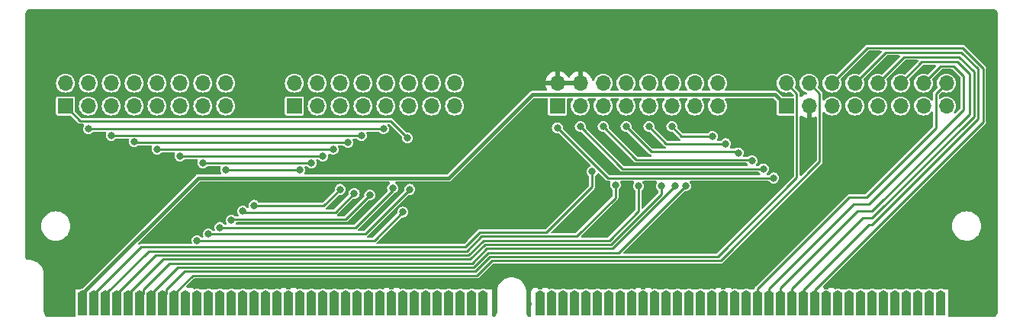
<source format=gbl>
G04 #@! TF.GenerationSoftware,KiCad,Pcbnew,7.0.9*
G04 #@! TF.CreationDate,2024-01-22T22:05:04+01:00*
G04 #@! TF.ProjectId,simm72,73696d6d-3732-42e6-9b69-6361645f7063,A*
G04 #@! TF.SameCoordinates,Original*
G04 #@! TF.FileFunction,Copper,L2,Bot*
G04 #@! TF.FilePolarity,Positive*
%FSLAX46Y46*%
G04 Gerber Fmt 4.6, Leading zero omitted, Abs format (unit mm)*
G04 Created by KiCad (PCBNEW 7.0.9) date 2024-01-22 22:05:04*
%MOMM*%
%LPD*%
G01*
G04 APERTURE LIST*
G04 #@! TA.AperFunction,SMDPad,CuDef*
%ADD10R,1.040000X2.540000*%
G04 #@! TD*
G04 #@! TA.AperFunction,ComponentPad*
%ADD11R,1.700000X1.700000*%
G04 #@! TD*
G04 #@! TA.AperFunction,ComponentPad*
%ADD12O,1.700000X1.700000*%
G04 #@! TD*
G04 #@! TA.AperFunction,ViaPad*
%ADD13C,0.800000*%
G04 #@! TD*
G04 #@! TA.AperFunction,Conductor*
%ADD14C,0.406400*%
G04 #@! TD*
G04 #@! TA.AperFunction,Conductor*
%ADD15C,0.250000*%
G04 #@! TD*
G04 APERTURE END LIST*
D10*
X57375000Y-113921000D03*
X58645000Y-113921000D03*
X59915000Y-113921000D03*
X61185000Y-113921000D03*
X62455000Y-113921000D03*
X63725000Y-113921000D03*
X64995000Y-113921000D03*
X66265000Y-113921000D03*
X67535000Y-113921000D03*
X68805000Y-113921000D03*
X70075000Y-113921000D03*
X71345000Y-113921000D03*
X72615000Y-113921000D03*
X73885000Y-113921000D03*
X75155000Y-113921000D03*
X76425000Y-113921000D03*
X77695000Y-113921000D03*
X78965000Y-113921000D03*
X80235000Y-113921000D03*
X81505000Y-113921000D03*
X82775000Y-113921000D03*
X84045000Y-113921000D03*
X85315000Y-113921000D03*
X86585000Y-113921000D03*
X87855000Y-113921000D03*
X89125000Y-113921000D03*
X90395000Y-113921000D03*
X91665000Y-113921000D03*
X92935000Y-113921000D03*
X94205000Y-113921000D03*
X95475000Y-113921000D03*
X96745000Y-113921000D03*
X98015000Y-113921000D03*
X99285000Y-113921000D03*
X100555000Y-113921000D03*
X101825000Y-113921000D03*
X108175000Y-113921000D03*
X109445000Y-113921000D03*
X110715000Y-113921000D03*
X111985000Y-113921000D03*
X113255000Y-113921000D03*
X114525000Y-113921000D03*
X115795000Y-113921000D03*
X117065000Y-113921000D03*
X118335000Y-113921000D03*
X119605000Y-113921000D03*
X120875000Y-113921000D03*
X122145000Y-113921000D03*
X123415000Y-113921000D03*
X124685000Y-113921000D03*
X125955000Y-113921000D03*
X127225000Y-113921000D03*
X128495000Y-113921000D03*
X129765000Y-113921000D03*
X131035000Y-113921000D03*
X132305000Y-113921000D03*
X133575000Y-113921000D03*
X134845000Y-113921000D03*
X136115000Y-113921000D03*
X137385000Y-113921000D03*
X138655000Y-113921000D03*
X139925000Y-113921000D03*
X141195000Y-113921000D03*
X142465000Y-113921000D03*
X143735000Y-113921000D03*
X145005000Y-113921000D03*
X146275000Y-113921000D03*
X147545000Y-113921000D03*
X148815000Y-113921000D03*
X150085000Y-113921000D03*
X151355000Y-113921000D03*
X152625000Y-113921000D03*
D11*
X55485000Y-91955000D03*
D12*
X55485000Y-89415000D03*
X58025000Y-91955000D03*
X58025000Y-89415000D03*
X60565000Y-91955000D03*
X60565000Y-89415000D03*
X63105000Y-91955000D03*
X63105000Y-89415000D03*
X65645000Y-91955000D03*
X65645000Y-89415000D03*
X68185000Y-91955000D03*
X68185000Y-89415000D03*
X70725000Y-91955000D03*
X70725000Y-89415000D03*
X73265000Y-91955000D03*
X73265000Y-89415000D03*
D11*
X80885000Y-91955000D03*
D12*
X80885000Y-89415000D03*
X83425000Y-91955000D03*
X83425000Y-89415000D03*
X85965000Y-91955000D03*
X85965000Y-89415000D03*
X88505000Y-91955000D03*
X88505000Y-89415000D03*
X91045000Y-91955000D03*
X91045000Y-89415000D03*
X93585000Y-91955000D03*
X93585000Y-89415000D03*
X96125000Y-91955000D03*
X96125000Y-89415000D03*
X98665000Y-91955000D03*
X98665000Y-89415000D03*
D11*
X135480000Y-91955000D03*
D12*
X135480000Y-89415000D03*
X138020000Y-91955000D03*
X138020000Y-89415000D03*
X140560000Y-91955000D03*
X140560000Y-89415000D03*
X143100000Y-91955000D03*
X143100000Y-89415000D03*
X145640000Y-91955000D03*
X145640000Y-89415000D03*
X148180000Y-91955000D03*
X148180000Y-89415000D03*
X150720000Y-91955000D03*
X150720000Y-89415000D03*
X153260000Y-91955000D03*
X153260000Y-89415000D03*
D11*
X110080000Y-91955000D03*
D12*
X110080000Y-89415000D03*
X112620000Y-91955000D03*
X112620000Y-89415000D03*
X115160000Y-91955000D03*
X115160000Y-89415000D03*
X117700000Y-91955000D03*
X117700000Y-89415000D03*
X120240000Y-91955000D03*
X120240000Y-89415000D03*
X122780000Y-91955000D03*
X122780000Y-89415000D03*
X125320000Y-91955000D03*
X125320000Y-89415000D03*
X127860000Y-91955000D03*
X127860000Y-89415000D03*
D13*
X57375000Y-112854200D03*
X152625000Y-112854200D03*
X113949201Y-99256799D03*
X58645000Y-112854200D03*
X116525000Y-100713000D03*
X59915000Y-112854200D03*
X61185000Y-112854200D03*
X119065000Y-100840000D03*
X121605000Y-100840000D03*
X62455000Y-112854200D03*
X63725000Y-112854200D03*
X123161000Y-100840000D03*
X124304000Y-100840000D03*
X64995000Y-112854200D03*
X66265000Y-112854200D03*
X67535000Y-112854200D03*
X138655000Y-112854200D03*
X137385000Y-112854200D03*
X136115000Y-112854200D03*
X128495000Y-112854200D03*
X149450000Y-94998000D03*
X68805000Y-112854200D03*
X131670000Y-93601000D03*
X115160000Y-101475000D03*
X73250000Y-103253000D03*
X68932000Y-106174000D03*
X61566000Y-104396000D03*
X76806000Y-88775000D03*
X91665000Y-112854200D03*
X117446000Y-103126000D03*
X120240000Y-101475000D03*
X132178000Y-88521000D03*
X107667000Y-111000000D03*
X108175000Y-112854200D03*
X139925000Y-112854200D03*
X119605000Y-111381000D03*
X120113000Y-107190000D03*
X128495000Y-111127000D03*
X59407000Y-99570000D03*
X92173000Y-106047000D03*
X144370000Y-100332000D03*
X146402000Y-108333000D03*
X150974000Y-108460000D03*
X119605000Y-112854200D03*
X80235000Y-112854200D03*
X80235000Y-101805200D03*
X70075000Y-112854200D03*
X92917201Y-103743201D03*
X70075000Y-106904700D03*
X71345000Y-112854200D03*
X93697000Y-101221000D03*
X71345000Y-106180200D03*
X72615000Y-112854200D03*
X72615000Y-105455700D03*
X91792000Y-101094000D03*
X73885000Y-112854200D03*
X73885000Y-104650000D03*
X89252000Y-101856000D03*
X75155000Y-103634000D03*
X75155000Y-112854200D03*
X87537500Y-101665500D03*
X76425000Y-112854200D03*
X85965000Y-101221000D03*
X76425000Y-102999000D03*
X77695000Y-112854200D03*
X78965000Y-112854200D03*
X81505000Y-99062000D03*
X81505000Y-112854200D03*
X73265000Y-99024500D03*
X82775000Y-112854200D03*
X70725000Y-98262500D03*
X82775000Y-98300000D03*
X68185000Y-97500500D03*
X84045000Y-112854200D03*
X84045000Y-97538000D03*
X85315000Y-112854200D03*
X85188000Y-96776000D03*
X65645000Y-96738500D03*
X86585000Y-112854200D03*
X86839000Y-96014000D03*
X63105000Y-95939000D03*
X88325500Y-95214500D03*
X87855000Y-112854200D03*
X60565000Y-95214500D03*
X58025000Y-94490000D03*
X90776000Y-94490000D03*
X89125000Y-112854200D03*
X90395000Y-112854200D03*
X93443000Y-95506000D03*
X92935000Y-112854200D03*
X94205000Y-112854200D03*
X95475000Y-112854200D03*
X96745000Y-112854200D03*
X98015000Y-112854200D03*
X99285000Y-112854200D03*
X100555000Y-112854200D03*
X101825000Y-112854200D03*
X109445000Y-112854200D03*
X110715000Y-112854200D03*
X111985000Y-112854200D03*
X113255000Y-112854200D03*
X114525000Y-112854200D03*
X115795000Y-112854200D03*
X117065000Y-112854200D03*
X118335000Y-112854200D03*
X120875000Y-112854200D03*
X122145000Y-112854200D03*
X123415000Y-112854200D03*
X127292800Y-95319800D03*
X122780000Y-94236000D03*
X120240000Y-94236000D03*
X124685000Y-112854200D03*
X128749000Y-96141000D03*
X125955000Y-112854200D03*
X130146000Y-97157000D03*
X117700000Y-94236000D03*
X115160000Y-94236000D03*
X127225000Y-112854200D03*
X131670000Y-98046000D03*
X129765000Y-112854200D03*
X132940000Y-98935000D03*
X112620000Y-94236000D03*
X134083000Y-99951000D03*
X110080000Y-94363000D03*
X131035000Y-112854200D03*
X132305000Y-112854200D03*
X133575000Y-112854200D03*
X134845000Y-112854200D03*
X141195000Y-112854200D03*
X142465000Y-112854200D03*
X143735000Y-112854200D03*
X145005000Y-112854200D03*
X147545000Y-112854200D03*
X148815000Y-112854200D03*
X146275000Y-112854200D03*
X150085000Y-112854200D03*
X151355000Y-112854200D03*
D14*
X70202000Y-99951000D02*
X57375000Y-112778000D01*
X134205000Y-90680000D02*
X107286000Y-90680000D01*
X98015000Y-99951000D02*
X70202000Y-99951000D01*
X135480000Y-91955000D02*
X134205000Y-90680000D01*
X107286000Y-90680000D02*
X98015000Y-99951000D01*
X57375000Y-112778000D02*
X57375000Y-112854200D01*
D15*
X108865000Y-105992000D02*
X101485040Y-105992000D01*
X99847840Y-107629200D02*
X63870000Y-107629200D01*
X113949201Y-100907799D02*
X108865000Y-105992000D01*
X63870000Y-107629200D02*
X58645000Y-112854200D01*
X113949201Y-99256799D02*
X113949201Y-100907799D01*
X101485040Y-105992000D02*
X99847840Y-107629200D01*
X100034236Y-108079200D02*
X64690000Y-108079200D01*
X116525000Y-102142000D02*
X112225000Y-106442000D01*
X64690000Y-108079200D02*
X59915000Y-112854200D01*
X116525000Y-100713000D02*
X116525000Y-102142000D01*
X112225000Y-106442000D02*
X101671436Y-106442000D01*
X101671436Y-106442000D02*
X100034236Y-108079200D01*
X119065000Y-103663208D02*
X115836208Y-106892000D01*
X100220632Y-108529200D02*
X65510000Y-108529200D01*
X101857832Y-106892000D02*
X100220632Y-108529200D01*
X119065000Y-100840000D02*
X119065000Y-103663208D01*
X65510000Y-108529200D02*
X61185000Y-112854200D01*
X115836208Y-106892000D02*
X101857832Y-106892000D01*
X121605000Y-100840000D02*
X121605000Y-101759604D01*
X116022604Y-107342000D02*
X102044228Y-107342000D01*
X100407028Y-108979200D02*
X66330000Y-108979200D01*
X121605000Y-101759604D02*
X116022604Y-107342000D01*
X102044228Y-107342000D02*
X100407028Y-108979200D01*
X66330000Y-108979200D02*
X62455000Y-112854200D01*
X63725000Y-112854200D02*
X64150000Y-112854200D01*
X64150000Y-112854200D02*
X64150000Y-112326000D01*
X64150000Y-112326000D02*
X67046800Y-109429200D01*
X102230624Y-107792000D02*
X116209000Y-107792000D01*
X67046800Y-109429200D02*
X100593424Y-109429200D01*
X100593424Y-109429200D02*
X102230624Y-107792000D01*
X116209000Y-107792000D02*
X123161000Y-100840000D01*
X124304000Y-100840000D02*
X116902000Y-108242000D01*
X100779820Y-109879200D02*
X67970000Y-109879200D01*
X116902000Y-108242000D02*
X102417020Y-108242000D01*
X102417020Y-108242000D02*
X100779820Y-109879200D01*
X67970000Y-109879200D02*
X64995000Y-112854200D01*
X66690000Y-112854200D02*
X66690000Y-112326000D01*
X100966216Y-110329200D02*
X102603416Y-108692000D01*
X66265000Y-112854200D02*
X66690000Y-112854200D01*
X66690000Y-112326000D02*
X68686800Y-110329200D01*
X68686800Y-110329200D02*
X100966216Y-110329200D01*
X102603416Y-108692000D02*
X127882000Y-108692000D01*
X136655000Y-99919000D02*
X136655000Y-90590000D01*
X136655000Y-90590000D02*
X135480000Y-89415000D01*
X127882000Y-108692000D02*
X136655000Y-99919000D01*
X139195000Y-98141000D02*
X128194000Y-109142000D01*
X101152612Y-110779200D02*
X69610000Y-110779200D01*
X102789812Y-109142000D02*
X101152612Y-110779200D01*
X128194000Y-109142000D02*
X102789812Y-109142000D01*
X69610000Y-110779200D02*
X67535000Y-112854200D01*
X139195000Y-90590000D02*
X139195000Y-98141000D01*
X138020000Y-89415000D02*
X139195000Y-90590000D01*
X157324000Y-87754812D02*
X155031188Y-85462000D01*
X157324000Y-93728000D02*
X157324000Y-87754812D01*
X155031188Y-85462000D02*
X144513000Y-85462000D01*
X144513000Y-85462000D02*
X140560000Y-89415000D01*
X138655000Y-112854200D02*
X138655000Y-112397000D01*
X138655000Y-112397000D02*
X157324000Y-93728000D01*
X154913792Y-85981000D02*
X146534000Y-85981000D01*
X146534000Y-85981000D02*
X143100000Y-89415000D01*
X144624000Y-105158000D02*
X145005000Y-105158000D01*
X137385000Y-112397000D02*
X144624000Y-105158000D01*
X137385000Y-112854200D02*
X137385000Y-112397000D01*
X156758000Y-93405000D02*
X156758000Y-87825208D01*
X145005000Y-105158000D02*
X156758000Y-93405000D01*
X156758000Y-87825208D02*
X154913792Y-85981000D01*
X156308000Y-93093000D02*
X156308000Y-88139302D01*
X156308000Y-88139302D02*
X154657698Y-86489000D01*
X154657698Y-86489000D02*
X148566000Y-86489000D01*
X136115000Y-112854200D02*
X136115000Y-112270000D01*
X143989000Y-104396000D02*
X145005000Y-104396000D01*
X148566000Y-86489000D02*
X145640000Y-89415000D01*
X145005000Y-104396000D02*
X156308000Y-93093000D01*
X136115000Y-112270000D02*
X143989000Y-104396000D01*
X89755702Y-106904700D02*
X86423908Y-106904700D01*
X92917201Y-103743201D02*
X89755702Y-106904700D01*
X86423408Y-106905200D02*
X70075500Y-106905200D01*
X86423908Y-106904700D02*
X86423408Y-106905200D01*
X70075500Y-106905200D02*
X70075000Y-106904700D01*
X93697000Y-101221000D02*
X88737800Y-106180200D01*
X88737800Y-106180200D02*
X71345000Y-106180200D01*
X91792000Y-101348000D02*
X87684300Y-105455700D01*
X91792000Y-101094000D02*
X91792000Y-101348000D01*
X87684300Y-105455700D02*
X72615000Y-105455700D01*
X74012000Y-104523000D02*
X73885000Y-104650000D01*
X89252000Y-101856000D02*
X86585000Y-104523000D01*
X86585000Y-104523000D02*
X74012000Y-104523000D01*
X87537500Y-101665500D02*
X85442000Y-103761000D01*
X85442000Y-103761000D02*
X75282000Y-103761000D01*
X75282000Y-103761000D02*
X75155000Y-103634000D01*
X76462500Y-103036500D02*
X76425000Y-102999000D01*
X84149500Y-103036500D02*
X76462500Y-103036500D01*
X85965000Y-101221000D02*
X84149500Y-103036500D01*
X73302500Y-99062000D02*
X73265000Y-99024500D01*
X81505000Y-99062000D02*
X73302500Y-99062000D01*
X70762500Y-98300000D02*
X70725000Y-98262500D01*
X82775000Y-98300000D02*
X70762500Y-98300000D01*
X84045000Y-97538000D02*
X68222500Y-97538000D01*
X68222500Y-97538000D02*
X68185000Y-97500500D01*
X65682500Y-96776000D02*
X65645000Y-96738500D01*
X85188000Y-96776000D02*
X65682500Y-96776000D01*
X63180000Y-96014000D02*
X63105000Y-95939000D01*
X86839000Y-96014000D02*
X63180000Y-96014000D01*
X88325500Y-95214500D02*
X60565000Y-95214500D01*
X90776000Y-94490000D02*
X58025000Y-94490000D01*
X57131000Y-93601000D02*
X55485000Y-91955000D01*
X91538000Y-93601000D02*
X57131000Y-93601000D01*
X93443000Y-95506000D02*
X91538000Y-93601000D01*
X123863800Y-95319800D02*
X127292800Y-95319800D01*
X122780000Y-94236000D02*
X123863800Y-95319800D01*
X122145000Y-96141000D02*
X120240000Y-94236000D01*
X128749000Y-96141000D02*
X122145000Y-96141000D01*
X130146000Y-97157000D02*
X130019000Y-97030000D01*
X120494000Y-97030000D02*
X117700000Y-94236000D01*
X130019000Y-97030000D02*
X120494000Y-97030000D01*
X131543000Y-97919000D02*
X118843000Y-97919000D01*
X131670000Y-98046000D02*
X131543000Y-97919000D01*
X118843000Y-97919000D02*
X115160000Y-94236000D01*
X117319000Y-98935000D02*
X112620000Y-94236000D01*
X132940000Y-98935000D02*
X117319000Y-98935000D01*
X115668000Y-99951000D02*
X110080000Y-94363000D01*
X134083000Y-99951000D02*
X115668000Y-99951000D01*
X132305000Y-112270000D02*
X142465000Y-102110000D01*
X142465000Y-102110000D02*
X144370000Y-102110000D01*
X144370000Y-102110000D02*
X152085000Y-94395000D01*
X152085000Y-90590000D02*
X153260000Y-89415000D01*
X132305000Y-112854200D02*
X132305000Y-112270000D01*
X152085000Y-94395000D02*
X152085000Y-90590000D01*
X144624000Y-102872000D02*
X155165000Y-92331000D01*
X155165000Y-92331000D02*
X155165000Y-88648000D01*
X154022000Y-87505000D02*
X152630000Y-87505000D01*
X152630000Y-87505000D02*
X150720000Y-89415000D01*
X142973000Y-102872000D02*
X144624000Y-102872000D01*
X155165000Y-88648000D02*
X154022000Y-87505000D01*
X133575000Y-112854200D02*
X133575000Y-112270000D01*
X133575000Y-112270000D02*
X142973000Y-102872000D01*
X154461000Y-87055000D02*
X150540000Y-87055000D01*
X155800000Y-92839000D02*
X155800000Y-88394000D01*
X150540000Y-87055000D02*
X148180000Y-89415000D01*
X134845000Y-112143000D02*
X143354000Y-103634000D01*
X143354000Y-103634000D02*
X145005000Y-103634000D01*
X145005000Y-103634000D02*
X155800000Y-92839000D01*
X134845000Y-112854200D02*
X134845000Y-112143000D01*
X155800000Y-88394000D02*
X154461000Y-87055000D01*
G04 #@! TA.AperFunction,Conductor*
G36*
X158471032Y-81181030D02*
G01*
X158575697Y-81194810D01*
X158606954Y-81203184D01*
X158693170Y-81238896D01*
X158721200Y-81255080D01*
X158795229Y-81311884D01*
X158818115Y-81334770D01*
X158850799Y-81377365D01*
X158874919Y-81408799D01*
X158891103Y-81436830D01*
X158926813Y-81523040D01*
X158935190Y-81554306D01*
X158948969Y-81658965D01*
X158949500Y-81667067D01*
X158949500Y-84172529D01*
X158950300Y-102739928D01*
X158950300Y-114806518D01*
X158949910Y-114813465D01*
X158936583Y-114931742D01*
X158930405Y-114958813D01*
X158894557Y-115061261D01*
X158882508Y-115086280D01*
X158824757Y-115178189D01*
X158807445Y-115199897D01*
X158730697Y-115276645D01*
X158708989Y-115293957D01*
X158617080Y-115351708D01*
X158592062Y-115363756D01*
X158545578Y-115380022D01*
X158489613Y-115399605D01*
X158462543Y-115405783D01*
X158418775Y-115410714D01*
X158344256Y-115419110D01*
X158337319Y-115419500D01*
X153561800Y-115419500D01*
X153494761Y-115399815D01*
X153449006Y-115347011D01*
X153437800Y-115295500D01*
X153437800Y-112371600D01*
X153024585Y-112371600D01*
X152957546Y-112351915D01*
X152949098Y-112345975D01*
X152927842Y-112329664D01*
X152927836Y-112329661D01*
X152781765Y-112269157D01*
X152781760Y-112269155D01*
X152625001Y-112248518D01*
X152624999Y-112248518D01*
X152468239Y-112269155D01*
X152468234Y-112269157D01*
X152322163Y-112329661D01*
X152322157Y-112329664D01*
X152300902Y-112345975D01*
X152235733Y-112371170D01*
X152225415Y-112371600D01*
X151754585Y-112371600D01*
X151687546Y-112351915D01*
X151679098Y-112345975D01*
X151657842Y-112329664D01*
X151657836Y-112329661D01*
X151511765Y-112269157D01*
X151511760Y-112269155D01*
X151355001Y-112248518D01*
X151354999Y-112248518D01*
X151198239Y-112269155D01*
X151198234Y-112269157D01*
X151052163Y-112329661D01*
X151052157Y-112329664D01*
X151030902Y-112345975D01*
X150965733Y-112371170D01*
X150955415Y-112371600D01*
X150484585Y-112371600D01*
X150417546Y-112351915D01*
X150409098Y-112345975D01*
X150387842Y-112329664D01*
X150387836Y-112329661D01*
X150241765Y-112269157D01*
X150241760Y-112269155D01*
X150085001Y-112248518D01*
X150084999Y-112248518D01*
X149928239Y-112269155D01*
X149928234Y-112269157D01*
X149782163Y-112329661D01*
X149782157Y-112329664D01*
X149760902Y-112345975D01*
X149695733Y-112371170D01*
X149685415Y-112371600D01*
X149214585Y-112371600D01*
X149147546Y-112351915D01*
X149139098Y-112345975D01*
X149117842Y-112329664D01*
X149117836Y-112329661D01*
X148971765Y-112269157D01*
X148971760Y-112269155D01*
X148815001Y-112248518D01*
X148814999Y-112248518D01*
X148658239Y-112269155D01*
X148658234Y-112269157D01*
X148512163Y-112329661D01*
X148512157Y-112329664D01*
X148490902Y-112345975D01*
X148425733Y-112371170D01*
X148415415Y-112371600D01*
X147944585Y-112371600D01*
X147877546Y-112351915D01*
X147869098Y-112345975D01*
X147847842Y-112329664D01*
X147847836Y-112329661D01*
X147701765Y-112269157D01*
X147701760Y-112269155D01*
X147545001Y-112248518D01*
X147544999Y-112248518D01*
X147388239Y-112269155D01*
X147388234Y-112269157D01*
X147242163Y-112329661D01*
X147242157Y-112329664D01*
X147220902Y-112345975D01*
X147155733Y-112371170D01*
X147145415Y-112371600D01*
X146674585Y-112371600D01*
X146607546Y-112351915D01*
X146599098Y-112345975D01*
X146577842Y-112329664D01*
X146577836Y-112329661D01*
X146431765Y-112269157D01*
X146431760Y-112269155D01*
X146275001Y-112248518D01*
X146274999Y-112248518D01*
X146118239Y-112269155D01*
X146118234Y-112269157D01*
X145972163Y-112329661D01*
X145972157Y-112329664D01*
X145950902Y-112345975D01*
X145885733Y-112371170D01*
X145875415Y-112371600D01*
X145404585Y-112371600D01*
X145337546Y-112351915D01*
X145329098Y-112345975D01*
X145307842Y-112329664D01*
X145307836Y-112329661D01*
X145161765Y-112269157D01*
X145161760Y-112269155D01*
X145005001Y-112248518D01*
X145004999Y-112248518D01*
X144848239Y-112269155D01*
X144848234Y-112269157D01*
X144702163Y-112329661D01*
X144702157Y-112329664D01*
X144680902Y-112345975D01*
X144615733Y-112371170D01*
X144605415Y-112371600D01*
X144134585Y-112371600D01*
X144067546Y-112351915D01*
X144059098Y-112345975D01*
X144037842Y-112329664D01*
X144037836Y-112329661D01*
X143891765Y-112269157D01*
X143891760Y-112269155D01*
X143735001Y-112248518D01*
X143734999Y-112248518D01*
X143578239Y-112269155D01*
X143578234Y-112269157D01*
X143432163Y-112329661D01*
X143432157Y-112329664D01*
X143410902Y-112345975D01*
X143345733Y-112371170D01*
X143335415Y-112371600D01*
X142864585Y-112371600D01*
X142797546Y-112351915D01*
X142789098Y-112345975D01*
X142767842Y-112329664D01*
X142767836Y-112329661D01*
X142621765Y-112269157D01*
X142621760Y-112269155D01*
X142465001Y-112248518D01*
X142464999Y-112248518D01*
X142308239Y-112269155D01*
X142308234Y-112269157D01*
X142162163Y-112329661D01*
X142162157Y-112329664D01*
X142140902Y-112345975D01*
X142075733Y-112371170D01*
X142065415Y-112371600D01*
X141594585Y-112371600D01*
X141527546Y-112351915D01*
X141519098Y-112345975D01*
X141497842Y-112329664D01*
X141497836Y-112329661D01*
X141351765Y-112269157D01*
X141351760Y-112269155D01*
X141195001Y-112248518D01*
X141194999Y-112248518D01*
X141038239Y-112269155D01*
X141038234Y-112269157D01*
X140930306Y-112313862D01*
X140860837Y-112321331D01*
X140808543Y-112298567D01*
X140687093Y-112207649D01*
X140687086Y-112207645D01*
X140552379Y-112157403D01*
X140552372Y-112157401D01*
X140492844Y-112151000D01*
X140175000Y-112151000D01*
X140175000Y-112247600D01*
X140155315Y-112314639D01*
X140102511Y-112360394D01*
X140051000Y-112371600D01*
X139799000Y-112371600D01*
X139731961Y-112351915D01*
X139686206Y-112299111D01*
X139675000Y-112247600D01*
X139675000Y-112151000D01*
X139660688Y-112151000D01*
X139593649Y-112131315D01*
X139547894Y-112078511D01*
X139537950Y-112009353D01*
X139566975Y-111945797D01*
X139573007Y-111939319D01*
X143595826Y-107916500D01*
X146227326Y-105285000D01*
X153875505Y-105285000D01*
X153895456Y-105538504D01*
X153954817Y-105785760D01*
X153954817Y-105785761D01*
X154052125Y-106020685D01*
X154052127Y-106020688D01*
X154184988Y-106237497D01*
X154184989Y-106237500D01*
X154184992Y-106237503D01*
X154350137Y-106430863D01*
X154478150Y-106540196D01*
X154543499Y-106596010D01*
X154543502Y-106596011D01*
X154760311Y-106728872D01*
X154760314Y-106728874D01*
X154995239Y-106826182D01*
X155207425Y-106877123D01*
X155242499Y-106885544D01*
X155496000Y-106905495D01*
X155749501Y-106885544D01*
X155996760Y-106826182D01*
X155996761Y-106826182D01*
X156231685Y-106728874D01*
X156231686Y-106728873D01*
X156231689Y-106728872D01*
X156448503Y-106596008D01*
X156641863Y-106430863D01*
X156807008Y-106237503D01*
X156939872Y-106020689D01*
X156939874Y-106020685D01*
X157037182Y-105785761D01*
X157037182Y-105785760D01*
X157054012Y-105715659D01*
X157096544Y-105538501D01*
X157116495Y-105285000D01*
X157096544Y-105031499D01*
X157056126Y-104863147D01*
X157037182Y-104784239D01*
X157037182Y-104784238D01*
X156939874Y-104549314D01*
X156939872Y-104549311D01*
X156817049Y-104348883D01*
X156807010Y-104332501D01*
X156807010Y-104332499D01*
X156751698Y-104267737D01*
X156641863Y-104139137D01*
X156514023Y-104029951D01*
X156448500Y-103973989D01*
X156448497Y-103973988D01*
X156231688Y-103841127D01*
X156231685Y-103841125D01*
X155996760Y-103743817D01*
X155749504Y-103684456D01*
X155496000Y-103664505D01*
X155242495Y-103684456D01*
X154995239Y-103743817D01*
X154995238Y-103743817D01*
X154760314Y-103841125D01*
X154760311Y-103841127D01*
X154543502Y-103973988D01*
X154543499Y-103973989D01*
X154350137Y-104139137D01*
X154184989Y-104332499D01*
X154184988Y-104332502D01*
X154052127Y-104549311D01*
X154052125Y-104549314D01*
X153954817Y-104784238D01*
X153954817Y-104784239D01*
X153895456Y-105031495D01*
X153875505Y-105285000D01*
X146227326Y-105285000D01*
X157542204Y-93970120D01*
X157546166Y-93966489D01*
X157577194Y-93940455D01*
X157597438Y-93905390D01*
X157600335Y-93900841D01*
X157623554Y-93867684D01*
X157623554Y-93867681D01*
X157625819Y-93862824D01*
X157632747Y-93846099D01*
X157634584Y-93841050D01*
X157634588Y-93841045D01*
X157641619Y-93801162D01*
X157642777Y-93795940D01*
X157653264Y-93756807D01*
X157649735Y-93716481D01*
X157649500Y-93711078D01*
X157649500Y-87771732D01*
X157649736Y-87766325D01*
X157653264Y-87726005D01*
X157642782Y-87686888D01*
X157641616Y-87681630D01*
X157634588Y-87641767D01*
X157634586Y-87641764D01*
X157634586Y-87641762D01*
X157632760Y-87636745D01*
X157625820Y-87619988D01*
X157623554Y-87615131D01*
X157623554Y-87615128D01*
X157600339Y-87581974D01*
X157597433Y-87577411D01*
X157577196Y-87542360D01*
X157577195Y-87542359D01*
X157577194Y-87542357D01*
X157546177Y-87516330D01*
X157542193Y-87512679D01*
X156408503Y-86378989D01*
X155273307Y-85243793D01*
X155269662Y-85239814D01*
X155243644Y-85208807D01*
X155243643Y-85208806D01*
X155232246Y-85202226D01*
X155208580Y-85188561D01*
X155204019Y-85185655D01*
X155190875Y-85176452D01*
X155170872Y-85162446D01*
X155170869Y-85162445D01*
X155166049Y-85160197D01*
X155149243Y-85153235D01*
X155144231Y-85151411D01*
X155104378Y-85144383D01*
X155099098Y-85143212D01*
X155059996Y-85132735D01*
X155025080Y-85135790D01*
X155019669Y-85136264D01*
X155014266Y-85136500D01*
X144529913Y-85136500D01*
X144524511Y-85136264D01*
X144517126Y-85135618D01*
X144484192Y-85132736D01*
X144484191Y-85132736D01*
X144445099Y-85143211D01*
X144439819Y-85144382D01*
X144399954Y-85151412D01*
X144394962Y-85153229D01*
X144378117Y-85160206D01*
X144373313Y-85162446D01*
X144340163Y-85185658D01*
X144335602Y-85188564D01*
X144300548Y-85208804D01*
X144300545Y-85208806D01*
X144300543Y-85208807D01*
X144300542Y-85208809D01*
X144274523Y-85239815D01*
X144270869Y-85243803D01*
X141100994Y-88413678D01*
X141039671Y-88447163D01*
X140969979Y-88442179D01*
X140965862Y-88440559D01*
X140963962Y-88439772D01*
X140963954Y-88439768D01*
X140765934Y-88379700D01*
X140765932Y-88379699D01*
X140765934Y-88379699D01*
X140560000Y-88359417D01*
X140354067Y-88379699D01*
X140156043Y-88439769D01*
X140083743Y-88478415D01*
X139973550Y-88537315D01*
X139973548Y-88537316D01*
X139973547Y-88537317D01*
X139813589Y-88668589D01*
X139719839Y-88782826D01*
X139682315Y-88828550D01*
X139658020Y-88874003D01*
X139584769Y-89011043D01*
X139524699Y-89209067D01*
X139504417Y-89415000D01*
X139524699Y-89620932D01*
X139524700Y-89620934D01*
X139584768Y-89818954D01*
X139682315Y-90001450D01*
X139716969Y-90043677D01*
X139813589Y-90161410D01*
X139865256Y-90203811D01*
X139973550Y-90292685D01*
X140156046Y-90390232D01*
X140354066Y-90450300D01*
X140354065Y-90450300D01*
X140372529Y-90452118D01*
X140560000Y-90470583D01*
X140765934Y-90450300D01*
X140963954Y-90390232D01*
X141146450Y-90292685D01*
X141306410Y-90161410D01*
X141437685Y-90001450D01*
X141535232Y-89818954D01*
X141595300Y-89620934D01*
X141615583Y-89415000D01*
X141595300Y-89209066D01*
X141535232Y-89011046D01*
X141535227Y-89011038D01*
X141534439Y-89009132D01*
X141534322Y-89008051D01*
X141533463Y-89005217D01*
X141534000Y-89005053D01*
X141526973Y-88939663D01*
X141558250Y-88877185D01*
X141561292Y-88874032D01*
X144611508Y-85823819D01*
X144672831Y-85790334D01*
X144699189Y-85787500D01*
X145967811Y-85787500D01*
X146034850Y-85807185D01*
X146080605Y-85859989D01*
X146090549Y-85929147D01*
X146061524Y-85992703D01*
X146055492Y-85999181D01*
X143640994Y-88413678D01*
X143579671Y-88447163D01*
X143509979Y-88442179D01*
X143505862Y-88440559D01*
X143503962Y-88439772D01*
X143503954Y-88439768D01*
X143305934Y-88379700D01*
X143305932Y-88379699D01*
X143305934Y-88379699D01*
X143100000Y-88359417D01*
X142894067Y-88379699D01*
X142696043Y-88439769D01*
X142623743Y-88478415D01*
X142513550Y-88537315D01*
X142513548Y-88537316D01*
X142513547Y-88537317D01*
X142353589Y-88668589D01*
X142259839Y-88782826D01*
X142222315Y-88828550D01*
X142198020Y-88874003D01*
X142124769Y-89011043D01*
X142064699Y-89209067D01*
X142044417Y-89415000D01*
X142064699Y-89620932D01*
X142064700Y-89620934D01*
X142124768Y-89818954D01*
X142222315Y-90001450D01*
X142256969Y-90043677D01*
X142353589Y-90161410D01*
X142405256Y-90203811D01*
X142513550Y-90292685D01*
X142696046Y-90390232D01*
X142894066Y-90450300D01*
X142894065Y-90450300D01*
X142912529Y-90452118D01*
X143100000Y-90470583D01*
X143305934Y-90450300D01*
X143503954Y-90390232D01*
X143686450Y-90292685D01*
X143846410Y-90161410D01*
X143977685Y-90001450D01*
X144075232Y-89818954D01*
X144135300Y-89620934D01*
X144155583Y-89415000D01*
X144135300Y-89209066D01*
X144075232Y-89011046D01*
X144075227Y-89011038D01*
X144074439Y-89009132D01*
X144074322Y-89008051D01*
X144073463Y-89005217D01*
X144074000Y-89005053D01*
X144066973Y-88939663D01*
X144098250Y-88877185D01*
X144101291Y-88874033D01*
X146632508Y-86342819D01*
X146693831Y-86309334D01*
X146720189Y-86306500D01*
X147988812Y-86306500D01*
X148055851Y-86326185D01*
X148101606Y-86378989D01*
X148111550Y-86448147D01*
X148082525Y-86511703D01*
X148076493Y-86518181D01*
X146180994Y-88413678D01*
X146119671Y-88447163D01*
X146049979Y-88442179D01*
X146045862Y-88440559D01*
X146043962Y-88439772D01*
X146043954Y-88439768D01*
X145845934Y-88379700D01*
X145845932Y-88379699D01*
X145845934Y-88379699D01*
X145640000Y-88359417D01*
X145434067Y-88379699D01*
X145236043Y-88439769D01*
X145163743Y-88478415D01*
X145053550Y-88537315D01*
X145053548Y-88537316D01*
X145053547Y-88537317D01*
X144893589Y-88668589D01*
X144799839Y-88782826D01*
X144762315Y-88828550D01*
X144738020Y-88874003D01*
X144664769Y-89011043D01*
X144604699Y-89209067D01*
X144584417Y-89415000D01*
X144604699Y-89620932D01*
X144604700Y-89620934D01*
X144664768Y-89818954D01*
X144762315Y-90001450D01*
X144796969Y-90043677D01*
X144893589Y-90161410D01*
X144945256Y-90203811D01*
X145053550Y-90292685D01*
X145236046Y-90390232D01*
X145434066Y-90450300D01*
X145434065Y-90450300D01*
X145452529Y-90452118D01*
X145640000Y-90470583D01*
X145845934Y-90450300D01*
X146043954Y-90390232D01*
X146226450Y-90292685D01*
X146386410Y-90161410D01*
X146517685Y-90001450D01*
X146615232Y-89818954D01*
X146675300Y-89620934D01*
X146695583Y-89415000D01*
X146675300Y-89209066D01*
X146615232Y-89011046D01*
X146615227Y-89011038D01*
X146614439Y-89009132D01*
X146614322Y-89008051D01*
X146613463Y-89005217D01*
X146614000Y-89005053D01*
X146606973Y-88939663D01*
X146638250Y-88877185D01*
X146641292Y-88874032D01*
X148664507Y-86850819D01*
X148725830Y-86817334D01*
X148752188Y-86814500D01*
X150020811Y-86814500D01*
X150087850Y-86834185D01*
X150133605Y-86886989D01*
X150143549Y-86956147D01*
X150114524Y-87019703D01*
X150108492Y-87026181D01*
X148720994Y-88413678D01*
X148659671Y-88447163D01*
X148589979Y-88442179D01*
X148585862Y-88440559D01*
X148583962Y-88439772D01*
X148583954Y-88439768D01*
X148385934Y-88379700D01*
X148385932Y-88379699D01*
X148385934Y-88379699D01*
X148180000Y-88359417D01*
X147974067Y-88379699D01*
X147776043Y-88439769D01*
X147703743Y-88478415D01*
X147593550Y-88537315D01*
X147593548Y-88537316D01*
X147593547Y-88537317D01*
X147433589Y-88668589D01*
X147339839Y-88782826D01*
X147302315Y-88828550D01*
X147278020Y-88874003D01*
X147204769Y-89011043D01*
X147144699Y-89209067D01*
X147124417Y-89415000D01*
X147144699Y-89620932D01*
X147144700Y-89620934D01*
X147204768Y-89818954D01*
X147302315Y-90001450D01*
X147336969Y-90043677D01*
X147433589Y-90161410D01*
X147485256Y-90203811D01*
X147593550Y-90292685D01*
X147776046Y-90390232D01*
X147974066Y-90450300D01*
X147974065Y-90450300D01*
X147992529Y-90452118D01*
X148180000Y-90470583D01*
X148385934Y-90450300D01*
X148583954Y-90390232D01*
X148766450Y-90292685D01*
X148926410Y-90161410D01*
X149057685Y-90001450D01*
X149155232Y-89818954D01*
X149215300Y-89620934D01*
X149235583Y-89415000D01*
X149215300Y-89209066D01*
X149155232Y-89011046D01*
X149155227Y-89011038D01*
X149154439Y-89009132D01*
X149154322Y-89008051D01*
X149153463Y-89005217D01*
X149154000Y-89005053D01*
X149146973Y-88939663D01*
X149178250Y-88877185D01*
X149181292Y-88874032D01*
X150638507Y-87416819D01*
X150699830Y-87383334D01*
X150726188Y-87380500D01*
X151994812Y-87380500D01*
X152061851Y-87400185D01*
X152107606Y-87452989D01*
X152117550Y-87522147D01*
X152088525Y-87585703D01*
X152082493Y-87592181D01*
X151260994Y-88413678D01*
X151199671Y-88447163D01*
X151129979Y-88442179D01*
X151125862Y-88440559D01*
X151123962Y-88439772D01*
X151123954Y-88439768D01*
X150925934Y-88379700D01*
X150925932Y-88379699D01*
X150925934Y-88379699D01*
X150720000Y-88359417D01*
X150514067Y-88379699D01*
X150316043Y-88439769D01*
X150243743Y-88478415D01*
X150133550Y-88537315D01*
X150133548Y-88537316D01*
X150133547Y-88537317D01*
X149973589Y-88668589D01*
X149879839Y-88782826D01*
X149842315Y-88828550D01*
X149818020Y-88874003D01*
X149744769Y-89011043D01*
X149684699Y-89209067D01*
X149664417Y-89415000D01*
X149684699Y-89620932D01*
X149684700Y-89620934D01*
X149744768Y-89818954D01*
X149842315Y-90001450D01*
X149876969Y-90043677D01*
X149973589Y-90161410D01*
X150025256Y-90203811D01*
X150133550Y-90292685D01*
X150316046Y-90390232D01*
X150514066Y-90450300D01*
X150514065Y-90450300D01*
X150532529Y-90452118D01*
X150720000Y-90470583D01*
X150925934Y-90450300D01*
X151123954Y-90390232D01*
X151306450Y-90292685D01*
X151466410Y-90161410D01*
X151597685Y-90001450D01*
X151695232Y-89818954D01*
X151755300Y-89620934D01*
X151775583Y-89415000D01*
X151755300Y-89209066D01*
X151695232Y-89011046D01*
X151695227Y-89011038D01*
X151694439Y-89009132D01*
X151694322Y-89008051D01*
X151693463Y-89005217D01*
X151694000Y-89005053D01*
X151686973Y-88939663D01*
X151718250Y-88877185D01*
X151721291Y-88874033D01*
X152728507Y-87866819D01*
X152789830Y-87833334D01*
X152816188Y-87830500D01*
X153835812Y-87830500D01*
X153902851Y-87850185D01*
X153923493Y-87866819D01*
X154803181Y-88746507D01*
X154836666Y-88807830D01*
X154839500Y-88834188D01*
X154839500Y-92144811D01*
X154819815Y-92211850D01*
X154803181Y-92232492D01*
X154290751Y-92744921D01*
X154229428Y-92778406D01*
X154159736Y-92773422D01*
X154103803Y-92731550D01*
X154079386Y-92666086D01*
X154094238Y-92597813D01*
X154107218Y-92578574D01*
X154137685Y-92541450D01*
X154235232Y-92358954D01*
X154295300Y-92160934D01*
X154315583Y-91955000D01*
X154295300Y-91749066D01*
X154235232Y-91551046D01*
X154137685Y-91368550D01*
X154070105Y-91286203D01*
X154006410Y-91208589D01*
X153888677Y-91111969D01*
X153846450Y-91077315D01*
X153663954Y-90979768D01*
X153465934Y-90919700D01*
X153465932Y-90919699D01*
X153465934Y-90919699D01*
X153260000Y-90899417D01*
X153054067Y-90919699D01*
X152856043Y-90979769D01*
X152673546Y-91077317D01*
X152613164Y-91126871D01*
X152548853Y-91154183D01*
X152479986Y-91142391D01*
X152428426Y-91095238D01*
X152410500Y-91031017D01*
X152410500Y-90776187D01*
X152430185Y-90709148D01*
X152446815Y-90688510D01*
X152719005Y-90416319D01*
X152780326Y-90382836D01*
X152850017Y-90387820D01*
X152854132Y-90389439D01*
X152856038Y-90390227D01*
X152856046Y-90390232D01*
X153054066Y-90450300D01*
X153054065Y-90450300D01*
X153072529Y-90452118D01*
X153260000Y-90470583D01*
X153465934Y-90450300D01*
X153663954Y-90390232D01*
X153846450Y-90292685D01*
X154006410Y-90161410D01*
X154137685Y-90001450D01*
X154235232Y-89818954D01*
X154295300Y-89620934D01*
X154315583Y-89415000D01*
X154295300Y-89209066D01*
X154235232Y-89011046D01*
X154137685Y-88828550D01*
X154072668Y-88749326D01*
X154006410Y-88668589D01*
X153888677Y-88571969D01*
X153846450Y-88537315D01*
X153663954Y-88439768D01*
X153465934Y-88379700D01*
X153465932Y-88379699D01*
X153465934Y-88379699D01*
X153260000Y-88359417D01*
X153054067Y-88379699D01*
X152856043Y-88439769D01*
X152783743Y-88478415D01*
X152673550Y-88537315D01*
X152673548Y-88537316D01*
X152673547Y-88537317D01*
X152513589Y-88668589D01*
X152419839Y-88782826D01*
X152382315Y-88828550D01*
X152358020Y-88874003D01*
X152284769Y-89011043D01*
X152224699Y-89209067D01*
X152204417Y-89415000D01*
X152224699Y-89620932D01*
X152224700Y-89620934D01*
X152284768Y-89818954D01*
X152284772Y-89818962D01*
X152285559Y-89820862D01*
X152285675Y-89821941D01*
X152286537Y-89824783D01*
X152285998Y-89824946D01*
X152293027Y-89890331D01*
X152261751Y-89952810D01*
X152258678Y-89955994D01*
X151866803Y-90347870D01*
X151862814Y-90351525D01*
X151831805Y-90377545D01*
X151811562Y-90412606D01*
X151808656Y-90417166D01*
X151785446Y-90450313D01*
X151783206Y-90455117D01*
X151776229Y-90471961D01*
X151774410Y-90476959D01*
X151767383Y-90516811D01*
X151766212Y-90522091D01*
X151755735Y-90561191D01*
X151759264Y-90601513D01*
X151759500Y-90606920D01*
X151759500Y-91219164D01*
X151739815Y-91286203D01*
X151687011Y-91331958D01*
X151617853Y-91341902D01*
X151554297Y-91312877D01*
X151539647Y-91297829D01*
X151466410Y-91208590D01*
X151383638Y-91140661D01*
X151306450Y-91077315D01*
X151123954Y-90979768D01*
X150925934Y-90919700D01*
X150925932Y-90919699D01*
X150925934Y-90919699D01*
X150720000Y-90899417D01*
X150514067Y-90919699D01*
X150316043Y-90979769D01*
X150228114Y-91026769D01*
X150133550Y-91077315D01*
X150133548Y-91077316D01*
X150133547Y-91077317D01*
X149973589Y-91208589D01*
X149842317Y-91368547D01*
X149744769Y-91551043D01*
X149684699Y-91749067D01*
X149664417Y-91955000D01*
X149684699Y-92160932D01*
X149700145Y-92211850D01*
X149744768Y-92358954D01*
X149842315Y-92541450D01*
X149866537Y-92570965D01*
X149973589Y-92701410D01*
X150040406Y-92756244D01*
X150133550Y-92832685D01*
X150316046Y-92930232D01*
X150514066Y-92990300D01*
X150514065Y-92990300D01*
X150517538Y-92990642D01*
X150720000Y-93010583D01*
X150925934Y-92990300D01*
X151123954Y-92930232D01*
X151306450Y-92832685D01*
X151466410Y-92701410D01*
X151539646Y-92612170D01*
X151597392Y-92572836D01*
X151667236Y-92570965D01*
X151727005Y-92607152D01*
X151757721Y-92669908D01*
X151759500Y-92690835D01*
X151759500Y-94208812D01*
X151739815Y-94275851D01*
X151723181Y-94296493D01*
X144271493Y-101748181D01*
X144210170Y-101781666D01*
X144183812Y-101784500D01*
X142481922Y-101784500D01*
X142476518Y-101784264D01*
X142471107Y-101783790D01*
X142436192Y-101780735D01*
X142436191Y-101780735D01*
X142397091Y-101791212D01*
X142391811Y-101792383D01*
X142351959Y-101799410D01*
X142346961Y-101801229D01*
X142330117Y-101808206D01*
X142325313Y-101810446D01*
X142292166Y-101833656D01*
X142287606Y-101836562D01*
X142252548Y-101856804D01*
X142252540Y-101856810D01*
X142226523Y-101887815D01*
X142222869Y-101891804D01*
X132086803Y-112027870D01*
X132082814Y-112031525D01*
X132051805Y-112057545D01*
X132031562Y-112092606D01*
X132028656Y-112097166D01*
X132005446Y-112130313D01*
X132003206Y-112135117D01*
X131996229Y-112151961D01*
X131994410Y-112156959D01*
X131987383Y-112196811D01*
X131986212Y-112202091D01*
X131975735Y-112241191D01*
X131974790Y-112252001D01*
X131972335Y-112251786D01*
X131961589Y-112305283D01*
X131912978Y-112355470D01*
X131851823Y-112371600D01*
X131434585Y-112371600D01*
X131367546Y-112351915D01*
X131359098Y-112345975D01*
X131337842Y-112329664D01*
X131337836Y-112329661D01*
X131191765Y-112269157D01*
X131191760Y-112269155D01*
X131035001Y-112248518D01*
X131034999Y-112248518D01*
X130878239Y-112269155D01*
X130878234Y-112269157D01*
X130732163Y-112329661D01*
X130732157Y-112329664D01*
X130710902Y-112345975D01*
X130645733Y-112371170D01*
X130635415Y-112371600D01*
X130164585Y-112371600D01*
X130097546Y-112351915D01*
X130089098Y-112345975D01*
X130067842Y-112329664D01*
X130067836Y-112329661D01*
X129921765Y-112269157D01*
X129921760Y-112269155D01*
X129765001Y-112248518D01*
X129764999Y-112248518D01*
X129608239Y-112269155D01*
X129608234Y-112269157D01*
X129500306Y-112313862D01*
X129430837Y-112321331D01*
X129378543Y-112298567D01*
X129257093Y-112207649D01*
X129257086Y-112207645D01*
X129122379Y-112157403D01*
X129122372Y-112157401D01*
X129062844Y-112151000D01*
X128745000Y-112151000D01*
X128745000Y-112247600D01*
X128725315Y-112314639D01*
X128672511Y-112360394D01*
X128621000Y-112371600D01*
X128369000Y-112371600D01*
X128301961Y-112351915D01*
X128256206Y-112299111D01*
X128245000Y-112247600D01*
X128245000Y-112151000D01*
X127927155Y-112151000D01*
X127867627Y-112157401D01*
X127867620Y-112157403D01*
X127732913Y-112207645D01*
X127732910Y-112207647D01*
X127611456Y-112298568D01*
X127545992Y-112322985D01*
X127489693Y-112313862D01*
X127381765Y-112269157D01*
X127381760Y-112269155D01*
X127225001Y-112248518D01*
X127224999Y-112248518D01*
X127068239Y-112269155D01*
X127068234Y-112269157D01*
X126922163Y-112329661D01*
X126922157Y-112329664D01*
X126900902Y-112345975D01*
X126835733Y-112371170D01*
X126825415Y-112371600D01*
X126354585Y-112371600D01*
X126287546Y-112351915D01*
X126279098Y-112345975D01*
X126257842Y-112329664D01*
X126257836Y-112329661D01*
X126111765Y-112269157D01*
X126111760Y-112269155D01*
X125955001Y-112248518D01*
X125954999Y-112248518D01*
X125798239Y-112269155D01*
X125798234Y-112269157D01*
X125652163Y-112329661D01*
X125652157Y-112329664D01*
X125630902Y-112345975D01*
X125565733Y-112371170D01*
X125555415Y-112371600D01*
X125084585Y-112371600D01*
X125017546Y-112351915D01*
X125009098Y-112345975D01*
X124987842Y-112329664D01*
X124987836Y-112329661D01*
X124841765Y-112269157D01*
X124841760Y-112269155D01*
X124685001Y-112248518D01*
X124684999Y-112248518D01*
X124528239Y-112269155D01*
X124528234Y-112269157D01*
X124382163Y-112329661D01*
X124382157Y-112329664D01*
X124360902Y-112345975D01*
X124295733Y-112371170D01*
X124285415Y-112371600D01*
X123814585Y-112371600D01*
X123747546Y-112351915D01*
X123739098Y-112345975D01*
X123717842Y-112329664D01*
X123717836Y-112329661D01*
X123571765Y-112269157D01*
X123571760Y-112269155D01*
X123415001Y-112248518D01*
X123414999Y-112248518D01*
X123258239Y-112269155D01*
X123258234Y-112269157D01*
X123112163Y-112329661D01*
X123112157Y-112329664D01*
X123090902Y-112345975D01*
X123025733Y-112371170D01*
X123015415Y-112371600D01*
X122544585Y-112371600D01*
X122477546Y-112351915D01*
X122469098Y-112345975D01*
X122447842Y-112329664D01*
X122447836Y-112329661D01*
X122301765Y-112269157D01*
X122301760Y-112269155D01*
X122145001Y-112248518D01*
X122144999Y-112248518D01*
X121988239Y-112269155D01*
X121988234Y-112269157D01*
X121842163Y-112329661D01*
X121842157Y-112329664D01*
X121820902Y-112345975D01*
X121755733Y-112371170D01*
X121745415Y-112371600D01*
X121274585Y-112371600D01*
X121207546Y-112351915D01*
X121199098Y-112345975D01*
X121177842Y-112329664D01*
X121177836Y-112329661D01*
X121031765Y-112269157D01*
X121031760Y-112269155D01*
X120875001Y-112248518D01*
X120874999Y-112248518D01*
X120718239Y-112269155D01*
X120718234Y-112269157D01*
X120610306Y-112313862D01*
X120540837Y-112321331D01*
X120488543Y-112298567D01*
X120367093Y-112207649D01*
X120367086Y-112207645D01*
X120232379Y-112157403D01*
X120232372Y-112157401D01*
X120172844Y-112151000D01*
X119855000Y-112151000D01*
X119855000Y-112247600D01*
X119835315Y-112314639D01*
X119782511Y-112360394D01*
X119731000Y-112371600D01*
X119479000Y-112371600D01*
X119411961Y-112351915D01*
X119366206Y-112299111D01*
X119355000Y-112247600D01*
X119355000Y-112151000D01*
X119037155Y-112151000D01*
X118977627Y-112157401D01*
X118977620Y-112157403D01*
X118842913Y-112207645D01*
X118842910Y-112207647D01*
X118721456Y-112298568D01*
X118655992Y-112322985D01*
X118599693Y-112313862D01*
X118491765Y-112269157D01*
X118491760Y-112269155D01*
X118335001Y-112248518D01*
X118334999Y-112248518D01*
X118178239Y-112269155D01*
X118178234Y-112269157D01*
X118032163Y-112329661D01*
X118032157Y-112329664D01*
X118010902Y-112345975D01*
X117945733Y-112371170D01*
X117935415Y-112371600D01*
X117464585Y-112371600D01*
X117397546Y-112351915D01*
X117389098Y-112345975D01*
X117367842Y-112329664D01*
X117367836Y-112329661D01*
X117221765Y-112269157D01*
X117221760Y-112269155D01*
X117065001Y-112248518D01*
X117064999Y-112248518D01*
X116908239Y-112269155D01*
X116908234Y-112269157D01*
X116762163Y-112329661D01*
X116762157Y-112329664D01*
X116740902Y-112345975D01*
X116675733Y-112371170D01*
X116665415Y-112371600D01*
X116194585Y-112371600D01*
X116127546Y-112351915D01*
X116119098Y-112345975D01*
X116097842Y-112329664D01*
X116097836Y-112329661D01*
X115951765Y-112269157D01*
X115951760Y-112269155D01*
X115795001Y-112248518D01*
X115794999Y-112248518D01*
X115638239Y-112269155D01*
X115638234Y-112269157D01*
X115492163Y-112329661D01*
X115492157Y-112329664D01*
X115470902Y-112345975D01*
X115405733Y-112371170D01*
X115395415Y-112371600D01*
X114924585Y-112371600D01*
X114857546Y-112351915D01*
X114849098Y-112345975D01*
X114827842Y-112329664D01*
X114827836Y-112329661D01*
X114681765Y-112269157D01*
X114681760Y-112269155D01*
X114525001Y-112248518D01*
X114524999Y-112248518D01*
X114368239Y-112269155D01*
X114368234Y-112269157D01*
X114222163Y-112329661D01*
X114222157Y-112329664D01*
X114200902Y-112345975D01*
X114135733Y-112371170D01*
X114125415Y-112371600D01*
X113654585Y-112371600D01*
X113587546Y-112351915D01*
X113579098Y-112345975D01*
X113557842Y-112329664D01*
X113557836Y-112329661D01*
X113411765Y-112269157D01*
X113411760Y-112269155D01*
X113255001Y-112248518D01*
X113254999Y-112248518D01*
X113098239Y-112269155D01*
X113098234Y-112269157D01*
X112952163Y-112329661D01*
X112952157Y-112329664D01*
X112930902Y-112345975D01*
X112865733Y-112371170D01*
X112855415Y-112371600D01*
X112384585Y-112371600D01*
X112317546Y-112351915D01*
X112309098Y-112345975D01*
X112287842Y-112329664D01*
X112287836Y-112329661D01*
X112141765Y-112269157D01*
X112141760Y-112269155D01*
X111985001Y-112248518D01*
X111984999Y-112248518D01*
X111828239Y-112269155D01*
X111828234Y-112269157D01*
X111682163Y-112329661D01*
X111682157Y-112329664D01*
X111660902Y-112345975D01*
X111595733Y-112371170D01*
X111585415Y-112371600D01*
X111114585Y-112371600D01*
X111047546Y-112351915D01*
X111039098Y-112345975D01*
X111017842Y-112329664D01*
X111017836Y-112329661D01*
X110871765Y-112269157D01*
X110871760Y-112269155D01*
X110715001Y-112248518D01*
X110714999Y-112248518D01*
X110558239Y-112269155D01*
X110558234Y-112269157D01*
X110412163Y-112329661D01*
X110412157Y-112329664D01*
X110390902Y-112345975D01*
X110325733Y-112371170D01*
X110315415Y-112371600D01*
X109844585Y-112371600D01*
X109777546Y-112351915D01*
X109769098Y-112345975D01*
X109747842Y-112329664D01*
X109747836Y-112329661D01*
X109601765Y-112269157D01*
X109601760Y-112269155D01*
X109445001Y-112248518D01*
X109444999Y-112248518D01*
X109288239Y-112269155D01*
X109288234Y-112269157D01*
X109180306Y-112313862D01*
X109110837Y-112321331D01*
X109058543Y-112298567D01*
X108937093Y-112207649D01*
X108937086Y-112207645D01*
X108802379Y-112157403D01*
X108802372Y-112157401D01*
X108742844Y-112151000D01*
X108425000Y-112151000D01*
X108425000Y-112247600D01*
X108405315Y-112314639D01*
X108352511Y-112360394D01*
X108301000Y-112371600D01*
X108049000Y-112371600D01*
X107981961Y-112351915D01*
X107936206Y-112299111D01*
X107925000Y-112247600D01*
X107925000Y-112151000D01*
X107607155Y-112151000D01*
X107547627Y-112157401D01*
X107547620Y-112157403D01*
X107412913Y-112207645D01*
X107412906Y-112207649D01*
X107297813Y-112293809D01*
X107276776Y-112321911D01*
X107220842Y-112363782D01*
X107216908Y-112364491D01*
X107209800Y-112371600D01*
X107209800Y-112391490D01*
X107201982Y-112434823D01*
X107161403Y-112543620D01*
X107161401Y-112543627D01*
X107155000Y-112603155D01*
X107155000Y-113671000D01*
X107173481Y-113689481D01*
X107206966Y-113750804D01*
X107209800Y-113777162D01*
X107209800Y-114064838D01*
X107190115Y-114131877D01*
X107173481Y-114152519D01*
X107155000Y-114171000D01*
X107155000Y-115238840D01*
X107155628Y-115244678D01*
X107143220Y-115313437D01*
X107095607Y-115364573D01*
X107027907Y-115381849D01*
X106991385Y-115374970D01*
X106978206Y-115370358D01*
X106959337Y-115363756D01*
X106934319Y-115351708D01*
X106842410Y-115293957D01*
X106820702Y-115276645D01*
X106743954Y-115199897D01*
X106726642Y-115178189D01*
X106668891Y-115086280D01*
X106656846Y-115061270D01*
X106620992Y-114958804D01*
X106614816Y-114931745D01*
X106601489Y-114813458D01*
X106601100Y-114806518D01*
X106601100Y-112454875D01*
X106601099Y-112454866D01*
X106565353Y-112217705D01*
X106565351Y-112217699D01*
X106562251Y-112207649D01*
X106494654Y-111988505D01*
X106390586Y-111772407D01*
X106255473Y-111574232D01*
X106188102Y-111501624D01*
X106092336Y-111398411D01*
X106048569Y-111363508D01*
X105904809Y-111248863D01*
X105697091Y-111128937D01*
X105473819Y-111041309D01*
X105473810Y-111041307D01*
X105473807Y-111041306D01*
X105239978Y-110987936D01*
X105000805Y-110970013D01*
X105000795Y-110970013D01*
X104761621Y-110987936D01*
X104527792Y-111041306D01*
X104527784Y-111041308D01*
X104527781Y-111041309D01*
X104527778Y-111041309D01*
X104527775Y-111041311D01*
X104304508Y-111128937D01*
X104096791Y-111248863D01*
X103909263Y-111398411D01*
X103746125Y-111574234D01*
X103611014Y-111772406D01*
X103611012Y-111772410D01*
X103506948Y-111988499D01*
X103506947Y-111988502D01*
X103506946Y-111988505D01*
X103490039Y-112043315D01*
X103436248Y-112217699D01*
X103436246Y-112217705D01*
X103400500Y-112454866D01*
X103400500Y-114806518D01*
X103400110Y-114813465D01*
X103386783Y-114931742D01*
X103380605Y-114958813D01*
X103344757Y-115061261D01*
X103332708Y-115086280D01*
X103274957Y-115178189D01*
X103257645Y-115199897D01*
X103180897Y-115276645D01*
X103159189Y-115293957D01*
X103067280Y-115351708D01*
X103042262Y-115363756D01*
X103020601Y-115371335D01*
X103005954Y-115376461D01*
X102936175Y-115380022D01*
X102875548Y-115345293D01*
X102843321Y-115283299D01*
X102841000Y-115259419D01*
X102841000Y-112371600D01*
X102224585Y-112371600D01*
X102157546Y-112351915D01*
X102149098Y-112345975D01*
X102127842Y-112329664D01*
X102127836Y-112329661D01*
X101981765Y-112269157D01*
X101981760Y-112269155D01*
X101825001Y-112248518D01*
X101824999Y-112248518D01*
X101668239Y-112269155D01*
X101668234Y-112269157D01*
X101522163Y-112329661D01*
X101522157Y-112329664D01*
X101500902Y-112345975D01*
X101435733Y-112371170D01*
X101425415Y-112371600D01*
X100954585Y-112371600D01*
X100887546Y-112351915D01*
X100879098Y-112345975D01*
X100857842Y-112329664D01*
X100857836Y-112329661D01*
X100711765Y-112269157D01*
X100711760Y-112269155D01*
X100555001Y-112248518D01*
X100554999Y-112248518D01*
X100398239Y-112269155D01*
X100398234Y-112269157D01*
X100252163Y-112329661D01*
X100252157Y-112329664D01*
X100230902Y-112345975D01*
X100165733Y-112371170D01*
X100155415Y-112371600D01*
X99684585Y-112371600D01*
X99617546Y-112351915D01*
X99609098Y-112345975D01*
X99587842Y-112329664D01*
X99587836Y-112329661D01*
X99441765Y-112269157D01*
X99441760Y-112269155D01*
X99285001Y-112248518D01*
X99284999Y-112248518D01*
X99128239Y-112269155D01*
X99128234Y-112269157D01*
X98982163Y-112329661D01*
X98982157Y-112329664D01*
X98960902Y-112345975D01*
X98895733Y-112371170D01*
X98885415Y-112371600D01*
X98414585Y-112371600D01*
X98347546Y-112351915D01*
X98339098Y-112345975D01*
X98317842Y-112329664D01*
X98317836Y-112329661D01*
X98171765Y-112269157D01*
X98171760Y-112269155D01*
X98015001Y-112248518D01*
X98014999Y-112248518D01*
X97858239Y-112269155D01*
X97858234Y-112269157D01*
X97712163Y-112329661D01*
X97712157Y-112329664D01*
X97690902Y-112345975D01*
X97625733Y-112371170D01*
X97615415Y-112371600D01*
X97144585Y-112371600D01*
X97077546Y-112351915D01*
X97069098Y-112345975D01*
X97047842Y-112329664D01*
X97047836Y-112329661D01*
X96901765Y-112269157D01*
X96901760Y-112269155D01*
X96745001Y-112248518D01*
X96744999Y-112248518D01*
X96588239Y-112269155D01*
X96588234Y-112269157D01*
X96442163Y-112329661D01*
X96442157Y-112329664D01*
X96420902Y-112345975D01*
X96355733Y-112371170D01*
X96345415Y-112371600D01*
X95874585Y-112371600D01*
X95807546Y-112351915D01*
X95799098Y-112345975D01*
X95777842Y-112329664D01*
X95777836Y-112329661D01*
X95631765Y-112269157D01*
X95631760Y-112269155D01*
X95475001Y-112248518D01*
X95474999Y-112248518D01*
X95318239Y-112269155D01*
X95318234Y-112269157D01*
X95172163Y-112329661D01*
X95172157Y-112329664D01*
X95150902Y-112345975D01*
X95085733Y-112371170D01*
X95075415Y-112371600D01*
X94604585Y-112371600D01*
X94537546Y-112351915D01*
X94529098Y-112345975D01*
X94507842Y-112329664D01*
X94507836Y-112329661D01*
X94361765Y-112269157D01*
X94361760Y-112269155D01*
X94205001Y-112248518D01*
X94204999Y-112248518D01*
X94048239Y-112269155D01*
X94048234Y-112269157D01*
X93902163Y-112329661D01*
X93902157Y-112329664D01*
X93880902Y-112345975D01*
X93815733Y-112371170D01*
X93805415Y-112371600D01*
X93334585Y-112371600D01*
X93267546Y-112351915D01*
X93259098Y-112345975D01*
X93237842Y-112329664D01*
X93237836Y-112329661D01*
X93091765Y-112269157D01*
X93091760Y-112269155D01*
X92935001Y-112248518D01*
X92934999Y-112248518D01*
X92778239Y-112269155D01*
X92778234Y-112269157D01*
X92670306Y-112313862D01*
X92600837Y-112321331D01*
X92548543Y-112298567D01*
X92427093Y-112207649D01*
X92427086Y-112207645D01*
X92292379Y-112157403D01*
X92292372Y-112157401D01*
X92232844Y-112151000D01*
X91915000Y-112151000D01*
X91915000Y-112247600D01*
X91895315Y-112314639D01*
X91842511Y-112360394D01*
X91791000Y-112371600D01*
X91539000Y-112371600D01*
X91471961Y-112351915D01*
X91426206Y-112299111D01*
X91415000Y-112247600D01*
X91415000Y-112151000D01*
X91097155Y-112151000D01*
X91037627Y-112157401D01*
X91037620Y-112157403D01*
X90902913Y-112207645D01*
X90902910Y-112207647D01*
X90781456Y-112298568D01*
X90715992Y-112322985D01*
X90659693Y-112313862D01*
X90551765Y-112269157D01*
X90551760Y-112269155D01*
X90395001Y-112248518D01*
X90394999Y-112248518D01*
X90238239Y-112269155D01*
X90238234Y-112269157D01*
X90092163Y-112329661D01*
X90092157Y-112329664D01*
X90070902Y-112345975D01*
X90005733Y-112371170D01*
X89995415Y-112371600D01*
X89524585Y-112371600D01*
X89457546Y-112351915D01*
X89449098Y-112345975D01*
X89427842Y-112329664D01*
X89427836Y-112329661D01*
X89281765Y-112269157D01*
X89281760Y-112269155D01*
X89125001Y-112248518D01*
X89124999Y-112248518D01*
X88968239Y-112269155D01*
X88968234Y-112269157D01*
X88822163Y-112329661D01*
X88822157Y-112329664D01*
X88800902Y-112345975D01*
X88735733Y-112371170D01*
X88725415Y-112371600D01*
X88254585Y-112371600D01*
X88187546Y-112351915D01*
X88179098Y-112345975D01*
X88157842Y-112329664D01*
X88157836Y-112329661D01*
X88011765Y-112269157D01*
X88011760Y-112269155D01*
X87855001Y-112248518D01*
X87854999Y-112248518D01*
X87698239Y-112269155D01*
X87698234Y-112269157D01*
X87552163Y-112329661D01*
X87552157Y-112329664D01*
X87530902Y-112345975D01*
X87465733Y-112371170D01*
X87455415Y-112371600D01*
X86984585Y-112371600D01*
X86917546Y-112351915D01*
X86909098Y-112345975D01*
X86887842Y-112329664D01*
X86887836Y-112329661D01*
X86741765Y-112269157D01*
X86741760Y-112269155D01*
X86585001Y-112248518D01*
X86584999Y-112248518D01*
X86428239Y-112269155D01*
X86428234Y-112269157D01*
X86282163Y-112329661D01*
X86282157Y-112329664D01*
X86260902Y-112345975D01*
X86195733Y-112371170D01*
X86185415Y-112371600D01*
X85714585Y-112371600D01*
X85647546Y-112351915D01*
X85639098Y-112345975D01*
X85617842Y-112329664D01*
X85617836Y-112329661D01*
X85471765Y-112269157D01*
X85471760Y-112269155D01*
X85315001Y-112248518D01*
X85314999Y-112248518D01*
X85158239Y-112269155D01*
X85158234Y-112269157D01*
X85012163Y-112329661D01*
X85012157Y-112329664D01*
X84990902Y-112345975D01*
X84925733Y-112371170D01*
X84915415Y-112371600D01*
X84444585Y-112371600D01*
X84377546Y-112351915D01*
X84369098Y-112345975D01*
X84347842Y-112329664D01*
X84347836Y-112329661D01*
X84201765Y-112269157D01*
X84201760Y-112269155D01*
X84045001Y-112248518D01*
X84044999Y-112248518D01*
X83888239Y-112269155D01*
X83888234Y-112269157D01*
X83742163Y-112329661D01*
X83742157Y-112329664D01*
X83720902Y-112345975D01*
X83655733Y-112371170D01*
X83645415Y-112371600D01*
X83174585Y-112371600D01*
X83107546Y-112351915D01*
X83099098Y-112345975D01*
X83077842Y-112329664D01*
X83077836Y-112329661D01*
X82931765Y-112269157D01*
X82931760Y-112269155D01*
X82775001Y-112248518D01*
X82774999Y-112248518D01*
X82618239Y-112269155D01*
X82618234Y-112269157D01*
X82472163Y-112329661D01*
X82472157Y-112329664D01*
X82450902Y-112345975D01*
X82385733Y-112371170D01*
X82375415Y-112371600D01*
X81904585Y-112371600D01*
X81837546Y-112351915D01*
X81829098Y-112345975D01*
X81807842Y-112329664D01*
X81807836Y-112329661D01*
X81661765Y-112269157D01*
X81661760Y-112269155D01*
X81505001Y-112248518D01*
X81504999Y-112248518D01*
X81348239Y-112269155D01*
X81348234Y-112269157D01*
X81240306Y-112313862D01*
X81170837Y-112321331D01*
X81118543Y-112298567D01*
X80997093Y-112207649D01*
X80997086Y-112207645D01*
X80862379Y-112157403D01*
X80862372Y-112157401D01*
X80802844Y-112151000D01*
X80485000Y-112151000D01*
X80485000Y-112247600D01*
X80465315Y-112314639D01*
X80412511Y-112360394D01*
X80361000Y-112371600D01*
X80109000Y-112371600D01*
X80041961Y-112351915D01*
X79996206Y-112299111D01*
X79985000Y-112247600D01*
X79985000Y-112151000D01*
X79667155Y-112151000D01*
X79607627Y-112157401D01*
X79607620Y-112157403D01*
X79472913Y-112207645D01*
X79472910Y-112207647D01*
X79351456Y-112298568D01*
X79285992Y-112322985D01*
X79229693Y-112313862D01*
X79121765Y-112269157D01*
X79121760Y-112269155D01*
X78965001Y-112248518D01*
X78964999Y-112248518D01*
X78808239Y-112269155D01*
X78808234Y-112269157D01*
X78662163Y-112329661D01*
X78662157Y-112329664D01*
X78640902Y-112345975D01*
X78575733Y-112371170D01*
X78565415Y-112371600D01*
X78094585Y-112371600D01*
X78027546Y-112351915D01*
X78019098Y-112345975D01*
X77997842Y-112329664D01*
X77997836Y-112329661D01*
X77851765Y-112269157D01*
X77851760Y-112269155D01*
X77695001Y-112248518D01*
X77694999Y-112248518D01*
X77538239Y-112269155D01*
X77538234Y-112269157D01*
X77392163Y-112329661D01*
X77392157Y-112329664D01*
X77370902Y-112345975D01*
X77305733Y-112371170D01*
X77295415Y-112371600D01*
X76824585Y-112371600D01*
X76757546Y-112351915D01*
X76749098Y-112345975D01*
X76727842Y-112329664D01*
X76727836Y-112329661D01*
X76581765Y-112269157D01*
X76581760Y-112269155D01*
X76425001Y-112248518D01*
X76424999Y-112248518D01*
X76268239Y-112269155D01*
X76268234Y-112269157D01*
X76122163Y-112329661D01*
X76122157Y-112329664D01*
X76100902Y-112345975D01*
X76035733Y-112371170D01*
X76025415Y-112371600D01*
X75554585Y-112371600D01*
X75487546Y-112351915D01*
X75479098Y-112345975D01*
X75457842Y-112329664D01*
X75457836Y-112329661D01*
X75311765Y-112269157D01*
X75311760Y-112269155D01*
X75155001Y-112248518D01*
X75154999Y-112248518D01*
X74998239Y-112269155D01*
X74998234Y-112269157D01*
X74852163Y-112329661D01*
X74852157Y-112329664D01*
X74830902Y-112345975D01*
X74765733Y-112371170D01*
X74755415Y-112371600D01*
X74284585Y-112371600D01*
X74217546Y-112351915D01*
X74209098Y-112345975D01*
X74187842Y-112329664D01*
X74187836Y-112329661D01*
X74041765Y-112269157D01*
X74041760Y-112269155D01*
X73885001Y-112248518D01*
X73884999Y-112248518D01*
X73728239Y-112269155D01*
X73728234Y-112269157D01*
X73582163Y-112329661D01*
X73582157Y-112329664D01*
X73560902Y-112345975D01*
X73495733Y-112371170D01*
X73485415Y-112371600D01*
X73014585Y-112371600D01*
X72947546Y-112351915D01*
X72939098Y-112345975D01*
X72917842Y-112329664D01*
X72917836Y-112329661D01*
X72771765Y-112269157D01*
X72771760Y-112269155D01*
X72615001Y-112248518D01*
X72614999Y-112248518D01*
X72458239Y-112269155D01*
X72458234Y-112269157D01*
X72312163Y-112329661D01*
X72312157Y-112329664D01*
X72290902Y-112345975D01*
X72225733Y-112371170D01*
X72215415Y-112371600D01*
X71744585Y-112371600D01*
X71677546Y-112351915D01*
X71669098Y-112345975D01*
X71647842Y-112329664D01*
X71647836Y-112329661D01*
X71501765Y-112269157D01*
X71501760Y-112269155D01*
X71345001Y-112248518D01*
X71344999Y-112248518D01*
X71188239Y-112269155D01*
X71188234Y-112269157D01*
X71042163Y-112329661D01*
X71042157Y-112329664D01*
X71020902Y-112345975D01*
X70955733Y-112371170D01*
X70945415Y-112371600D01*
X70474585Y-112371600D01*
X70407546Y-112351915D01*
X70399098Y-112345975D01*
X70377842Y-112329664D01*
X70377836Y-112329661D01*
X70231765Y-112269157D01*
X70231760Y-112269155D01*
X70075001Y-112248518D01*
X70074999Y-112248518D01*
X69918239Y-112269155D01*
X69918234Y-112269157D01*
X69810306Y-112313862D01*
X69740837Y-112321331D01*
X69688543Y-112298567D01*
X69567093Y-112207649D01*
X69567086Y-112207645D01*
X69432379Y-112157403D01*
X69432372Y-112157401D01*
X69372844Y-112151000D01*
X68997888Y-112151000D01*
X68930849Y-112131315D01*
X68885094Y-112078511D01*
X68875150Y-112009353D01*
X68904175Y-111945797D01*
X68910207Y-111939319D01*
X69708507Y-111141019D01*
X69769830Y-111107534D01*
X69796188Y-111104700D01*
X101135690Y-111104700D01*
X101141093Y-111104935D01*
X101181419Y-111108464D01*
X101220552Y-111097977D01*
X101225774Y-111096819D01*
X101265657Y-111089788D01*
X101265662Y-111089784D01*
X101270711Y-111087947D01*
X101287436Y-111081019D01*
X101292293Y-111078754D01*
X101292296Y-111078754D01*
X101325453Y-111055535D01*
X101330002Y-111052638D01*
X101365067Y-111032394D01*
X101391093Y-111001376D01*
X101394734Y-110997402D01*
X102888320Y-109503819D01*
X102949643Y-109470334D01*
X102976001Y-109467500D01*
X128177078Y-109467500D01*
X128182481Y-109467735D01*
X128222807Y-109471264D01*
X128261940Y-109460777D01*
X128267162Y-109459619D01*
X128307045Y-109452588D01*
X128307050Y-109452584D01*
X128312099Y-109450747D01*
X128328824Y-109443819D01*
X128333681Y-109441554D01*
X128333684Y-109441554D01*
X128366841Y-109418335D01*
X128371390Y-109415438D01*
X128406455Y-109395194D01*
X128412434Y-109388069D01*
X128432476Y-109364182D01*
X128436122Y-109360202D01*
X139413210Y-98383115D01*
X139417172Y-98379484D01*
X139448194Y-98353455D01*
X139468444Y-98318378D01*
X139471333Y-98313845D01*
X139494553Y-98280684D01*
X139494555Y-98280676D01*
X139496816Y-98275828D01*
X139503754Y-98259079D01*
X139505583Y-98254052D01*
X139505588Y-98254045D01*
X139512622Y-98214147D01*
X139513779Y-98208929D01*
X139524263Y-98169807D01*
X139520735Y-98129489D01*
X139520500Y-98124086D01*
X139520500Y-92690835D01*
X139540185Y-92623796D01*
X139592989Y-92578041D01*
X139662147Y-92568097D01*
X139725703Y-92597122D01*
X139740354Y-92612171D01*
X139813589Y-92701410D01*
X139880406Y-92756244D01*
X139973550Y-92832685D01*
X140156046Y-92930232D01*
X140354066Y-92990300D01*
X140354065Y-92990300D01*
X140357538Y-92990642D01*
X140560000Y-93010583D01*
X140765934Y-92990300D01*
X140963954Y-92930232D01*
X141146450Y-92832685D01*
X141306410Y-92701410D01*
X141437685Y-92541450D01*
X141535232Y-92358954D01*
X141595300Y-92160934D01*
X141615583Y-91955000D01*
X142044417Y-91955000D01*
X142064699Y-92160932D01*
X142080145Y-92211850D01*
X142124768Y-92358954D01*
X142222315Y-92541450D01*
X142246537Y-92570965D01*
X142353589Y-92701410D01*
X142420406Y-92756244D01*
X142513550Y-92832685D01*
X142696046Y-92930232D01*
X142894066Y-92990300D01*
X142894065Y-92990300D01*
X142897538Y-92990642D01*
X143100000Y-93010583D01*
X143305934Y-92990300D01*
X143503954Y-92930232D01*
X143686450Y-92832685D01*
X143846410Y-92701410D01*
X143977685Y-92541450D01*
X144075232Y-92358954D01*
X144135300Y-92160934D01*
X144155583Y-91955000D01*
X144584417Y-91955000D01*
X144604699Y-92160932D01*
X144620145Y-92211850D01*
X144664768Y-92358954D01*
X144762315Y-92541450D01*
X144786537Y-92570965D01*
X144893589Y-92701410D01*
X144960406Y-92756244D01*
X145053550Y-92832685D01*
X145236046Y-92930232D01*
X145434066Y-92990300D01*
X145434065Y-92990300D01*
X145437538Y-92990642D01*
X145640000Y-93010583D01*
X145845934Y-92990300D01*
X146043954Y-92930232D01*
X146226450Y-92832685D01*
X146386410Y-92701410D01*
X146517685Y-92541450D01*
X146615232Y-92358954D01*
X146675300Y-92160934D01*
X146695583Y-91955000D01*
X147124417Y-91955000D01*
X147144699Y-92160932D01*
X147160145Y-92211850D01*
X147204768Y-92358954D01*
X147302315Y-92541450D01*
X147326537Y-92570965D01*
X147433589Y-92701410D01*
X147500406Y-92756244D01*
X147593550Y-92832685D01*
X147776046Y-92930232D01*
X147974066Y-92990300D01*
X147974065Y-92990300D01*
X147977538Y-92990642D01*
X148180000Y-93010583D01*
X148385934Y-92990300D01*
X148583954Y-92930232D01*
X148766450Y-92832685D01*
X148926410Y-92701410D01*
X149057685Y-92541450D01*
X149155232Y-92358954D01*
X149215300Y-92160934D01*
X149235583Y-91955000D01*
X149215300Y-91749066D01*
X149155232Y-91551046D01*
X149057685Y-91368550D01*
X148990105Y-91286203D01*
X148926410Y-91208589D01*
X148808677Y-91111969D01*
X148766450Y-91077315D01*
X148583954Y-90979768D01*
X148385934Y-90919700D01*
X148385932Y-90919699D01*
X148385934Y-90919699D01*
X148180000Y-90899417D01*
X147974067Y-90919699D01*
X147776043Y-90979769D01*
X147688114Y-91026769D01*
X147593550Y-91077315D01*
X147593548Y-91077316D01*
X147593547Y-91077317D01*
X147433589Y-91208589D01*
X147302317Y-91368547D01*
X147204769Y-91551043D01*
X147144699Y-91749067D01*
X147124417Y-91955000D01*
X146695583Y-91955000D01*
X146675300Y-91749066D01*
X146615232Y-91551046D01*
X146517685Y-91368550D01*
X146450105Y-91286203D01*
X146386410Y-91208589D01*
X146268677Y-91111969D01*
X146226450Y-91077315D01*
X146043954Y-90979768D01*
X145845934Y-90919700D01*
X145845932Y-90919699D01*
X145845934Y-90919699D01*
X145640000Y-90899417D01*
X145434067Y-90919699D01*
X145236043Y-90979769D01*
X145148114Y-91026769D01*
X145053550Y-91077315D01*
X145053548Y-91077316D01*
X145053547Y-91077317D01*
X144893589Y-91208589D01*
X144762317Y-91368547D01*
X144664769Y-91551043D01*
X144604699Y-91749067D01*
X144584417Y-91955000D01*
X144155583Y-91955000D01*
X144135300Y-91749066D01*
X144075232Y-91551046D01*
X143977685Y-91368550D01*
X143910105Y-91286203D01*
X143846410Y-91208589D01*
X143728677Y-91111969D01*
X143686450Y-91077315D01*
X143503954Y-90979768D01*
X143305934Y-90919700D01*
X143305932Y-90919699D01*
X143305934Y-90919699D01*
X143100000Y-90899417D01*
X142894067Y-90919699D01*
X142696043Y-90979769D01*
X142608114Y-91026769D01*
X142513550Y-91077315D01*
X142513548Y-91077316D01*
X142513547Y-91077317D01*
X142353589Y-91208589D01*
X142222317Y-91368547D01*
X142124769Y-91551043D01*
X142064699Y-91749067D01*
X142044417Y-91955000D01*
X141615583Y-91955000D01*
X141595300Y-91749066D01*
X141535232Y-91551046D01*
X141437685Y-91368550D01*
X141370105Y-91286203D01*
X141306410Y-91208589D01*
X141188677Y-91111969D01*
X141146450Y-91077315D01*
X140963954Y-90979768D01*
X140765934Y-90919700D01*
X140765932Y-90919699D01*
X140765934Y-90919699D01*
X140560000Y-90899417D01*
X140354067Y-90919699D01*
X140156043Y-90979769D01*
X140068114Y-91026769D01*
X139973550Y-91077315D01*
X139973548Y-91077316D01*
X139973547Y-91077317D01*
X139813589Y-91208590D01*
X139740353Y-91297829D01*
X139682608Y-91337163D01*
X139612763Y-91339034D01*
X139552995Y-91302847D01*
X139522279Y-91240091D01*
X139520500Y-91219164D01*
X139520500Y-90606920D01*
X139520736Y-90601513D01*
X139524264Y-90561193D01*
X139521165Y-90549629D01*
X139513782Y-90522076D01*
X139512615Y-90516811D01*
X139505588Y-90476955D01*
X139505586Y-90476952D01*
X139505586Y-90476950D01*
X139503760Y-90471933D01*
X139496820Y-90455176D01*
X139494554Y-90450319D01*
X139494554Y-90450316D01*
X139471339Y-90417162D01*
X139468433Y-90412599D01*
X139448196Y-90377548D01*
X139448195Y-90377547D01*
X139448194Y-90377545D01*
X139417177Y-90351518D01*
X139413193Y-90347867D01*
X139021321Y-89955995D01*
X138987836Y-89894672D01*
X138992820Y-89824980D01*
X138994446Y-89820850D01*
X138995227Y-89818962D01*
X138995232Y-89818954D01*
X139055300Y-89620934D01*
X139075583Y-89415000D01*
X139055300Y-89209066D01*
X138995232Y-89011046D01*
X138897685Y-88828550D01*
X138832668Y-88749326D01*
X138766410Y-88668589D01*
X138648677Y-88571969D01*
X138606450Y-88537315D01*
X138423954Y-88439768D01*
X138225934Y-88379700D01*
X138225932Y-88379699D01*
X138225934Y-88379699D01*
X138020000Y-88359417D01*
X137814067Y-88379699D01*
X137616043Y-88439769D01*
X137543743Y-88478415D01*
X137433550Y-88537315D01*
X137433548Y-88537316D01*
X137433547Y-88537317D01*
X137273589Y-88668589D01*
X137179839Y-88782826D01*
X137142315Y-88828550D01*
X137118020Y-88874003D01*
X137044769Y-89011043D01*
X136984699Y-89209067D01*
X136964417Y-89415000D01*
X136984699Y-89620932D01*
X136984700Y-89620934D01*
X137044768Y-89818954D01*
X137142315Y-90001450D01*
X137176969Y-90043677D01*
X137273589Y-90161410D01*
X137325256Y-90203811D01*
X137433550Y-90292685D01*
X137582079Y-90372076D01*
X137614575Y-90389446D01*
X137616046Y-90390232D01*
X137682551Y-90410405D01*
X137740989Y-90448702D01*
X137769446Y-90512514D01*
X137758887Y-90581581D01*
X137712663Y-90633975D01*
X137678650Y-90648841D01*
X137556514Y-90681567D01*
X137556507Y-90681570D01*
X137342422Y-90781399D01*
X137342420Y-90781400D01*
X137175623Y-90898193D01*
X137109417Y-90920520D01*
X137041650Y-90903510D01*
X136993837Y-90852562D01*
X136980500Y-90796618D01*
X136980500Y-90606920D01*
X136980736Y-90601513D01*
X136984264Y-90561193D01*
X136981165Y-90549629D01*
X136973782Y-90522076D01*
X136972615Y-90516811D01*
X136965588Y-90476955D01*
X136965586Y-90476952D01*
X136965586Y-90476950D01*
X136963760Y-90471933D01*
X136956820Y-90455176D01*
X136954554Y-90450319D01*
X136954554Y-90450316D01*
X136931339Y-90417162D01*
X136928433Y-90412599D01*
X136908196Y-90377548D01*
X136908195Y-90377547D01*
X136908194Y-90377545D01*
X136877177Y-90351518D01*
X136873193Y-90347867D01*
X136481321Y-89955995D01*
X136447836Y-89894672D01*
X136452820Y-89824980D01*
X136454446Y-89820850D01*
X136455227Y-89818962D01*
X136455232Y-89818954D01*
X136515300Y-89620934D01*
X136535583Y-89415000D01*
X136515300Y-89209066D01*
X136455232Y-89011046D01*
X136357685Y-88828550D01*
X136292668Y-88749326D01*
X136226410Y-88668589D01*
X136108677Y-88571969D01*
X136066450Y-88537315D01*
X135883954Y-88439768D01*
X135685934Y-88379700D01*
X135685932Y-88379699D01*
X135685934Y-88379699D01*
X135480000Y-88359417D01*
X135274067Y-88379699D01*
X135076043Y-88439769D01*
X135003743Y-88478415D01*
X134893550Y-88537315D01*
X134893548Y-88537316D01*
X134893547Y-88537317D01*
X134733589Y-88668589D01*
X134639839Y-88782826D01*
X134602315Y-88828550D01*
X134578020Y-88874003D01*
X134504769Y-89011043D01*
X134444699Y-89209067D01*
X134424417Y-89415000D01*
X134444699Y-89620932D01*
X134444700Y-89620934D01*
X134504768Y-89818954D01*
X134602315Y-90001450D01*
X134636969Y-90043677D01*
X134733589Y-90161410D01*
X134785256Y-90203811D01*
X134893550Y-90292685D01*
X135076046Y-90390232D01*
X135274066Y-90450300D01*
X135274065Y-90450300D01*
X135292529Y-90452118D01*
X135480000Y-90470583D01*
X135685934Y-90450300D01*
X135883954Y-90390232D01*
X135883962Y-90390227D01*
X135885850Y-90389446D01*
X135886924Y-90389330D01*
X135889784Y-90388463D01*
X135889948Y-90389004D01*
X135955318Y-90381970D01*
X136017801Y-90413238D01*
X136020995Y-90416321D01*
X136293181Y-90688507D01*
X136326666Y-90749830D01*
X136329500Y-90776188D01*
X136329500Y-90780500D01*
X136309815Y-90847539D01*
X136257011Y-90893294D01*
X136205500Y-90904500D01*
X135051780Y-90904500D01*
X134984741Y-90884815D01*
X134964099Y-90868181D01*
X134729893Y-90633975D01*
X134467994Y-90372076D01*
X134445247Y-90349329D01*
X134445246Y-90349328D01*
X134445245Y-90349327D01*
X134425276Y-90339152D01*
X134408692Y-90328989D01*
X134390562Y-90315817D01*
X134390557Y-90315815D01*
X134369240Y-90308888D01*
X134351273Y-90301446D01*
X134331306Y-90291273D01*
X134319845Y-90289457D01*
X134309164Y-90287765D01*
X134290256Y-90283225D01*
X134268939Y-90276300D01*
X134268938Y-90276300D01*
X128774298Y-90276300D01*
X128707259Y-90256615D01*
X128661504Y-90203811D01*
X128651560Y-90134653D01*
X128678445Y-90073635D01*
X128701663Y-90045342D01*
X128737685Y-90001450D01*
X128835232Y-89818954D01*
X128895300Y-89620934D01*
X128915583Y-89415000D01*
X128895300Y-89209066D01*
X128835232Y-89011046D01*
X128737685Y-88828550D01*
X128672668Y-88749326D01*
X128606410Y-88668589D01*
X128488677Y-88571969D01*
X128446450Y-88537315D01*
X128263954Y-88439768D01*
X128065934Y-88379700D01*
X128065932Y-88379699D01*
X128065934Y-88379699D01*
X127860000Y-88359417D01*
X127654067Y-88379699D01*
X127456043Y-88439769D01*
X127383743Y-88478415D01*
X127273550Y-88537315D01*
X127273548Y-88537316D01*
X127273547Y-88537317D01*
X127113589Y-88668589D01*
X127019839Y-88782826D01*
X126982315Y-88828550D01*
X126958020Y-88874003D01*
X126884769Y-89011043D01*
X126824699Y-89209067D01*
X126804417Y-89415000D01*
X126824699Y-89620932D01*
X126824700Y-89620934D01*
X126884768Y-89818954D01*
X126925240Y-89894672D01*
X126982317Y-90001453D01*
X127041555Y-90073635D01*
X127068868Y-90137945D01*
X127057077Y-90206813D01*
X127009925Y-90258373D01*
X126945702Y-90276300D01*
X126234298Y-90276300D01*
X126167259Y-90256615D01*
X126121504Y-90203811D01*
X126111560Y-90134653D01*
X126138445Y-90073635D01*
X126161663Y-90045342D01*
X126197685Y-90001450D01*
X126295232Y-89818954D01*
X126355300Y-89620934D01*
X126375583Y-89415000D01*
X126355300Y-89209066D01*
X126295232Y-89011046D01*
X126197685Y-88828550D01*
X126132668Y-88749326D01*
X126066410Y-88668589D01*
X125948677Y-88571969D01*
X125906450Y-88537315D01*
X125723954Y-88439768D01*
X125525934Y-88379700D01*
X125525932Y-88379699D01*
X125525934Y-88379699D01*
X125320000Y-88359417D01*
X125114067Y-88379699D01*
X124916043Y-88439769D01*
X124843743Y-88478415D01*
X124733550Y-88537315D01*
X124733548Y-88537316D01*
X124733547Y-88537317D01*
X124573589Y-88668589D01*
X124479839Y-88782826D01*
X124442315Y-88828550D01*
X124418020Y-88874003D01*
X124344769Y-89011043D01*
X124284699Y-89209067D01*
X124264417Y-89415000D01*
X124284699Y-89620932D01*
X124284700Y-89620934D01*
X124344768Y-89818954D01*
X124385240Y-89894672D01*
X124442317Y-90001453D01*
X124501555Y-90073635D01*
X124528868Y-90137945D01*
X124517077Y-90206813D01*
X124469925Y-90258373D01*
X124405702Y-90276300D01*
X123694298Y-90276300D01*
X123627259Y-90256615D01*
X123581504Y-90203811D01*
X123571560Y-90134653D01*
X123598445Y-90073635D01*
X123621663Y-90045342D01*
X123657685Y-90001450D01*
X123755232Y-89818954D01*
X123815300Y-89620934D01*
X123835583Y-89415000D01*
X123815300Y-89209066D01*
X123755232Y-89011046D01*
X123657685Y-88828550D01*
X123592668Y-88749326D01*
X123526410Y-88668589D01*
X123408677Y-88571969D01*
X123366450Y-88537315D01*
X123183954Y-88439768D01*
X122985934Y-88379700D01*
X122985932Y-88379699D01*
X122985934Y-88379699D01*
X122780000Y-88359417D01*
X122574067Y-88379699D01*
X122376043Y-88439769D01*
X122303743Y-88478415D01*
X122193550Y-88537315D01*
X122193548Y-88537316D01*
X122193547Y-88537317D01*
X122033589Y-88668589D01*
X121939839Y-88782826D01*
X121902315Y-88828550D01*
X121878020Y-88874003D01*
X121804769Y-89011043D01*
X121744699Y-89209067D01*
X121724417Y-89415000D01*
X121744699Y-89620932D01*
X121744700Y-89620934D01*
X121804768Y-89818954D01*
X121845240Y-89894672D01*
X121902317Y-90001453D01*
X121961555Y-90073635D01*
X121988868Y-90137945D01*
X121977077Y-90206813D01*
X121929925Y-90258373D01*
X121865702Y-90276300D01*
X121154298Y-90276300D01*
X121087259Y-90256615D01*
X121041504Y-90203811D01*
X121031560Y-90134653D01*
X121058445Y-90073635D01*
X121081663Y-90045342D01*
X121117685Y-90001450D01*
X121215232Y-89818954D01*
X121275300Y-89620934D01*
X121295583Y-89415000D01*
X121275300Y-89209066D01*
X121215232Y-89011046D01*
X121117685Y-88828550D01*
X121052668Y-88749326D01*
X120986410Y-88668589D01*
X120868677Y-88571969D01*
X120826450Y-88537315D01*
X120643954Y-88439768D01*
X120445934Y-88379700D01*
X120445932Y-88379699D01*
X120445934Y-88379699D01*
X120240000Y-88359417D01*
X120034067Y-88379699D01*
X119836043Y-88439769D01*
X119763743Y-88478415D01*
X119653550Y-88537315D01*
X119653548Y-88537316D01*
X119653547Y-88537317D01*
X119493589Y-88668589D01*
X119399839Y-88782826D01*
X119362315Y-88828550D01*
X119338020Y-88874003D01*
X119264769Y-89011043D01*
X119204699Y-89209067D01*
X119184417Y-89415000D01*
X119204699Y-89620932D01*
X119204700Y-89620934D01*
X119264768Y-89818954D01*
X119305240Y-89894672D01*
X119362317Y-90001453D01*
X119421555Y-90073635D01*
X119448868Y-90137945D01*
X119437077Y-90206813D01*
X119389925Y-90258373D01*
X119325702Y-90276300D01*
X118614298Y-90276300D01*
X118547259Y-90256615D01*
X118501504Y-90203811D01*
X118491560Y-90134653D01*
X118518445Y-90073635D01*
X118541663Y-90045342D01*
X118577685Y-90001450D01*
X118675232Y-89818954D01*
X118735300Y-89620934D01*
X118755583Y-89415000D01*
X118735300Y-89209066D01*
X118675232Y-89011046D01*
X118577685Y-88828550D01*
X118512668Y-88749326D01*
X118446410Y-88668589D01*
X118328677Y-88571969D01*
X118286450Y-88537315D01*
X118103954Y-88439768D01*
X117905934Y-88379700D01*
X117905932Y-88379699D01*
X117905934Y-88379699D01*
X117700000Y-88359417D01*
X117494067Y-88379699D01*
X117296043Y-88439769D01*
X117223743Y-88478415D01*
X117113550Y-88537315D01*
X117113548Y-88537316D01*
X117113547Y-88537317D01*
X116953589Y-88668589D01*
X116859839Y-88782826D01*
X116822315Y-88828550D01*
X116798020Y-88874003D01*
X116724769Y-89011043D01*
X116664699Y-89209067D01*
X116644417Y-89415000D01*
X116664699Y-89620932D01*
X116664700Y-89620934D01*
X116724768Y-89818954D01*
X116765240Y-89894672D01*
X116822317Y-90001453D01*
X116881555Y-90073635D01*
X116908868Y-90137945D01*
X116897077Y-90206813D01*
X116849925Y-90258373D01*
X116785702Y-90276300D01*
X116074298Y-90276300D01*
X116007259Y-90256615D01*
X115961504Y-90203811D01*
X115951560Y-90134653D01*
X115978445Y-90073635D01*
X116001663Y-90045342D01*
X116037685Y-90001450D01*
X116135232Y-89818954D01*
X116195300Y-89620934D01*
X116215583Y-89415000D01*
X116195300Y-89209066D01*
X116135232Y-89011046D01*
X116037685Y-88828550D01*
X115972668Y-88749326D01*
X115906410Y-88668589D01*
X115788677Y-88571969D01*
X115746450Y-88537315D01*
X115563954Y-88439768D01*
X115365934Y-88379700D01*
X115365932Y-88379699D01*
X115365934Y-88379699D01*
X115160000Y-88359417D01*
X114954067Y-88379699D01*
X114756043Y-88439769D01*
X114683743Y-88478415D01*
X114573550Y-88537315D01*
X114573548Y-88537316D01*
X114573547Y-88537317D01*
X114413589Y-88668589D01*
X114319839Y-88782826D01*
X114282315Y-88828550D01*
X114258020Y-88874003D01*
X114184767Y-89011046D01*
X114164593Y-89077552D01*
X114126296Y-89135990D01*
X114062483Y-89164447D01*
X113993416Y-89153886D01*
X113941023Y-89107661D01*
X113926158Y-89073649D01*
X113893433Y-88951516D01*
X113893429Y-88951507D01*
X113793600Y-88737422D01*
X113793599Y-88737420D01*
X113658113Y-88543926D01*
X113658108Y-88543920D01*
X113491082Y-88376894D01*
X113297578Y-88241399D01*
X113083492Y-88141570D01*
X113083486Y-88141567D01*
X112870000Y-88084364D01*
X112870000Y-88979498D01*
X112762315Y-88930320D01*
X112655763Y-88915000D01*
X112584237Y-88915000D01*
X112477685Y-88930320D01*
X112370000Y-88979498D01*
X112370000Y-88084364D01*
X112369999Y-88084364D01*
X112156513Y-88141567D01*
X112156507Y-88141570D01*
X111942422Y-88241399D01*
X111942420Y-88241400D01*
X111748926Y-88376886D01*
X111748920Y-88376891D01*
X111581891Y-88543920D01*
X111581890Y-88543922D01*
X111451575Y-88730031D01*
X111396998Y-88773655D01*
X111327499Y-88780848D01*
X111265145Y-88749326D01*
X111248425Y-88730031D01*
X111118109Y-88543922D01*
X111118108Y-88543920D01*
X110951082Y-88376894D01*
X110757578Y-88241399D01*
X110543492Y-88141570D01*
X110543486Y-88141567D01*
X110330000Y-88084364D01*
X110330000Y-88979498D01*
X110222315Y-88930320D01*
X110115763Y-88915000D01*
X110044237Y-88915000D01*
X109937685Y-88930320D01*
X109830000Y-88979498D01*
X109830000Y-88084364D01*
X109829999Y-88084364D01*
X109616513Y-88141567D01*
X109616507Y-88141570D01*
X109402422Y-88241399D01*
X109402420Y-88241400D01*
X109208926Y-88376886D01*
X109208920Y-88376891D01*
X109041891Y-88543920D01*
X109041886Y-88543926D01*
X108906400Y-88737420D01*
X108906399Y-88737422D01*
X108806570Y-88951507D01*
X108806567Y-88951513D01*
X108749364Y-89164999D01*
X108749364Y-89165000D01*
X109646314Y-89165000D01*
X109620507Y-89205156D01*
X109580000Y-89343111D01*
X109580000Y-89486889D01*
X109620507Y-89624844D01*
X109646314Y-89665000D01*
X108749364Y-89665000D01*
X108806567Y-89878486D01*
X108806570Y-89878492D01*
X108908688Y-90097485D01*
X108907019Y-90098263D01*
X108921556Y-90158216D01*
X108898695Y-90224240D01*
X108843768Y-90267424D01*
X108797697Y-90276300D01*
X107349939Y-90276300D01*
X107222061Y-90276300D01*
X107203508Y-90282327D01*
X107200742Y-90283226D01*
X107181838Y-90287764D01*
X107159694Y-90291272D01*
X107139724Y-90301447D01*
X107121757Y-90308889D01*
X107100446Y-90315814D01*
X107100438Y-90315818D01*
X107082306Y-90328991D01*
X107065725Y-90339152D01*
X107045752Y-90349329D01*
X97884101Y-99510981D01*
X97822778Y-99544466D01*
X97796420Y-99547300D01*
X82138968Y-99547300D01*
X82071929Y-99527615D01*
X82026174Y-99474811D01*
X82016230Y-99405653D01*
X82027587Y-99372830D01*
X82026426Y-99372349D01*
X82030182Y-99363281D01*
X82090044Y-99218762D01*
X82105674Y-99100037D01*
X82110682Y-99062001D01*
X82110682Y-99061998D01*
X82090044Y-98905239D01*
X82090042Y-98905234D01*
X82045191Y-98796952D01*
X82037722Y-98727483D01*
X82068997Y-98665004D01*
X82129086Y-98629352D01*
X82159752Y-98625500D01*
X82206701Y-98625500D01*
X82273740Y-98645185D01*
X82305077Y-98674014D01*
X82346104Y-98727483D01*
X82346718Y-98728282D01*
X82472159Y-98824536D01*
X82618238Y-98885044D01*
X82696619Y-98895363D01*
X82774999Y-98905682D01*
X82775000Y-98905682D01*
X82775001Y-98905682D01*
X82827254Y-98898802D01*
X82931762Y-98885044D01*
X83077841Y-98824536D01*
X83203282Y-98728282D01*
X83299536Y-98602841D01*
X83360044Y-98456762D01*
X83380682Y-98300000D01*
X83373406Y-98244736D01*
X83360044Y-98143239D01*
X83360042Y-98143234D01*
X83359190Y-98141178D01*
X83326616Y-98062536D01*
X83315191Y-98034952D01*
X83307722Y-97965483D01*
X83338997Y-97903004D01*
X83399086Y-97867352D01*
X83429752Y-97863500D01*
X83476701Y-97863500D01*
X83543740Y-97883185D01*
X83575077Y-97912014D01*
X83616104Y-97965483D01*
X83616718Y-97966282D01*
X83742159Y-98062536D01*
X83888238Y-98123044D01*
X83916715Y-98126793D01*
X84044999Y-98143682D01*
X84045000Y-98143682D01*
X84045001Y-98143682D01*
X84097254Y-98136802D01*
X84201762Y-98123044D01*
X84347841Y-98062536D01*
X84473282Y-97966282D01*
X84569536Y-97840841D01*
X84630044Y-97694762D01*
X84650682Y-97538000D01*
X84648445Y-97521011D01*
X84628983Y-97373180D01*
X84631655Y-97372828D01*
X84632997Y-97316233D01*
X84672154Y-97258366D01*
X84736379Y-97230855D01*
X84805283Y-97242435D01*
X84826600Y-97255602D01*
X84885157Y-97300535D01*
X84885158Y-97300535D01*
X84885159Y-97300536D01*
X85031238Y-97361044D01*
X85109619Y-97371363D01*
X85187999Y-97381682D01*
X85188000Y-97381682D01*
X85188001Y-97381682D01*
X85255253Y-97372828D01*
X85344762Y-97361044D01*
X85490841Y-97300536D01*
X85616282Y-97204282D01*
X85712536Y-97078841D01*
X85773044Y-96932762D01*
X85793682Y-96776000D01*
X85773044Y-96619238D01*
X85739616Y-96538536D01*
X85728191Y-96510952D01*
X85720722Y-96441483D01*
X85751997Y-96379004D01*
X85812086Y-96343352D01*
X85842752Y-96339500D01*
X86270701Y-96339500D01*
X86337740Y-96359185D01*
X86369077Y-96388014D01*
X86410104Y-96441483D01*
X86410718Y-96442282D01*
X86536159Y-96538536D01*
X86682238Y-96599044D01*
X86760619Y-96609363D01*
X86838999Y-96619682D01*
X86839000Y-96619682D01*
X86839001Y-96619682D01*
X86891254Y-96612802D01*
X86995762Y-96599044D01*
X87141841Y-96538536D01*
X87267282Y-96442282D01*
X87363536Y-96316841D01*
X87424044Y-96170762D01*
X87444682Y-96014000D01*
X87424044Y-95857238D01*
X87398602Y-95795815D01*
X87363658Y-95711452D01*
X87356189Y-95641983D01*
X87387464Y-95579504D01*
X87447553Y-95543852D01*
X87478219Y-95540000D01*
X87757201Y-95540000D01*
X87824240Y-95559685D01*
X87855577Y-95588514D01*
X87896604Y-95641983D01*
X87897218Y-95642782D01*
X88022659Y-95739036D01*
X88168738Y-95799544D01*
X88234404Y-95808189D01*
X88325499Y-95820182D01*
X88325500Y-95820182D01*
X88325501Y-95820182D01*
X88377754Y-95813302D01*
X88482262Y-95799544D01*
X88628341Y-95739036D01*
X88753782Y-95642782D01*
X88850036Y-95517341D01*
X88910544Y-95371262D01*
X88931182Y-95214500D01*
X88910544Y-95057738D01*
X88884562Y-94995011D01*
X88881224Y-94986952D01*
X88873755Y-94917483D01*
X88905030Y-94855004D01*
X88965120Y-94819352D01*
X88995785Y-94815500D01*
X90207701Y-94815500D01*
X90274740Y-94835185D01*
X90306077Y-94864014D01*
X90347104Y-94917483D01*
X90347718Y-94918282D01*
X90473159Y-95014536D01*
X90619238Y-95075044D01*
X90697619Y-95085363D01*
X90775999Y-95095682D01*
X90776000Y-95095682D01*
X90776001Y-95095682D01*
X90828254Y-95088802D01*
X90932762Y-95075044D01*
X91078841Y-95014536D01*
X91204282Y-94918282D01*
X91300536Y-94792841D01*
X91361044Y-94646762D01*
X91381682Y-94490000D01*
X91361044Y-94333238D01*
X91300536Y-94187159D01*
X91254124Y-94126673D01*
X91228931Y-94061507D01*
X91242969Y-93993062D01*
X91291783Y-93943072D01*
X91359874Y-93927408D01*
X91425625Y-93951044D01*
X91440182Y-93963508D01*
X92810988Y-95334314D01*
X92844473Y-95395637D01*
X92846246Y-95438179D01*
X92837318Y-95505997D01*
X92837318Y-95506001D01*
X92857955Y-95662760D01*
X92857956Y-95662762D01*
X92914612Y-95799543D01*
X92918464Y-95808841D01*
X93014718Y-95934282D01*
X93140159Y-96030536D01*
X93286238Y-96091044D01*
X93322060Y-96095760D01*
X93442999Y-96111682D01*
X93443000Y-96111682D01*
X93443001Y-96111682D01*
X93495254Y-96104802D01*
X93599762Y-96091044D01*
X93745841Y-96030536D01*
X93871282Y-95934282D01*
X93967536Y-95808841D01*
X94028044Y-95662762D01*
X94048682Y-95506000D01*
X94044806Y-95476562D01*
X94034923Y-95401492D01*
X94028044Y-95349238D01*
X93967536Y-95203159D01*
X93871282Y-95077718D01*
X93745841Y-94981464D01*
X93599762Y-94920956D01*
X93599760Y-94920955D01*
X93443001Y-94900318D01*
X93442997Y-94900318D01*
X93375179Y-94909246D01*
X93306144Y-94898480D01*
X93271314Y-94873988D01*
X92561826Y-94164500D01*
X91780119Y-93382793D01*
X91776474Y-93378814D01*
X91750456Y-93347807D01*
X91750455Y-93347806D01*
X91739058Y-93341226D01*
X91715392Y-93327561D01*
X91710831Y-93324655D01*
X91697687Y-93315452D01*
X91677684Y-93301446D01*
X91677681Y-93301445D01*
X91672861Y-93299197D01*
X91656055Y-93292235D01*
X91651043Y-93290411D01*
X91611190Y-93283383D01*
X91605910Y-93282212D01*
X91566808Y-93271735D01*
X91531892Y-93274790D01*
X91526481Y-93275264D01*
X91521078Y-93275500D01*
X57317188Y-93275500D01*
X57250149Y-93255815D01*
X57229507Y-93239181D01*
X56571819Y-92581493D01*
X56538334Y-92520170D01*
X56535500Y-92493812D01*
X56535500Y-91955000D01*
X56969417Y-91955000D01*
X56989699Y-92160932D01*
X57005145Y-92211850D01*
X57049768Y-92358954D01*
X57147315Y-92541450D01*
X57171537Y-92570965D01*
X57278589Y-92701410D01*
X57345406Y-92756244D01*
X57438550Y-92832685D01*
X57621046Y-92930232D01*
X57819066Y-92990300D01*
X57819065Y-92990300D01*
X57822538Y-92990642D01*
X58025000Y-93010583D01*
X58230934Y-92990300D01*
X58428954Y-92930232D01*
X58611450Y-92832685D01*
X58771410Y-92701410D01*
X58902685Y-92541450D01*
X59000232Y-92358954D01*
X59060300Y-92160934D01*
X59080583Y-91955000D01*
X59509417Y-91955000D01*
X59529699Y-92160932D01*
X59545145Y-92211850D01*
X59589768Y-92358954D01*
X59687315Y-92541450D01*
X59711537Y-92570965D01*
X59818589Y-92701410D01*
X59885406Y-92756244D01*
X59978550Y-92832685D01*
X60161046Y-92930232D01*
X60359066Y-92990300D01*
X60359065Y-92990300D01*
X60362538Y-92990642D01*
X60565000Y-93010583D01*
X60770934Y-92990300D01*
X60968954Y-92930232D01*
X61151450Y-92832685D01*
X61311410Y-92701410D01*
X61442685Y-92541450D01*
X61540232Y-92358954D01*
X61600300Y-92160934D01*
X61620583Y-91955000D01*
X62049417Y-91955000D01*
X62069699Y-92160932D01*
X62085145Y-92211850D01*
X62129768Y-92358954D01*
X62227315Y-92541450D01*
X62251537Y-92570965D01*
X62358589Y-92701410D01*
X62425406Y-92756244D01*
X62518550Y-92832685D01*
X62701046Y-92930232D01*
X62899066Y-92990300D01*
X62899065Y-92990300D01*
X62902538Y-92990642D01*
X63105000Y-93010583D01*
X63310934Y-92990300D01*
X63508954Y-92930232D01*
X63691450Y-92832685D01*
X63851410Y-92701410D01*
X63982685Y-92541450D01*
X64080232Y-92358954D01*
X64140300Y-92160934D01*
X64160583Y-91955000D01*
X64589417Y-91955000D01*
X64609699Y-92160932D01*
X64625145Y-92211850D01*
X64669768Y-92358954D01*
X64767315Y-92541450D01*
X64791537Y-92570965D01*
X64898589Y-92701410D01*
X64965406Y-92756244D01*
X65058550Y-92832685D01*
X65241046Y-92930232D01*
X65439066Y-92990300D01*
X65439065Y-92990300D01*
X65442538Y-92990642D01*
X65645000Y-93010583D01*
X65850934Y-92990300D01*
X66048954Y-92930232D01*
X66231450Y-92832685D01*
X66391410Y-92701410D01*
X66522685Y-92541450D01*
X66620232Y-92358954D01*
X66680300Y-92160934D01*
X66700583Y-91955000D01*
X67129417Y-91955000D01*
X67149699Y-92160932D01*
X67165145Y-92211850D01*
X67209768Y-92358954D01*
X67307315Y-92541450D01*
X67331537Y-92570965D01*
X67438589Y-92701410D01*
X67505406Y-92756244D01*
X67598550Y-92832685D01*
X67781046Y-92930232D01*
X67979066Y-92990300D01*
X67979065Y-92990300D01*
X67982538Y-92990642D01*
X68185000Y-93010583D01*
X68390934Y-92990300D01*
X68588954Y-92930232D01*
X68771450Y-92832685D01*
X68931410Y-92701410D01*
X69062685Y-92541450D01*
X69160232Y-92358954D01*
X69220300Y-92160934D01*
X69240583Y-91955000D01*
X69669417Y-91955000D01*
X69689699Y-92160932D01*
X69705145Y-92211850D01*
X69749768Y-92358954D01*
X69847315Y-92541450D01*
X69871537Y-92570965D01*
X69978589Y-92701410D01*
X70045406Y-92756244D01*
X70138550Y-92832685D01*
X70321046Y-92930232D01*
X70519066Y-92990300D01*
X70519065Y-92990300D01*
X70522538Y-92990642D01*
X70725000Y-93010583D01*
X70930934Y-92990300D01*
X71128954Y-92930232D01*
X71311450Y-92832685D01*
X71471410Y-92701410D01*
X71602685Y-92541450D01*
X71700232Y-92358954D01*
X71760300Y-92160934D01*
X71780583Y-91955000D01*
X72209417Y-91955000D01*
X72229699Y-92160932D01*
X72245145Y-92211850D01*
X72289768Y-92358954D01*
X72387315Y-92541450D01*
X72411537Y-92570965D01*
X72518589Y-92701410D01*
X72585406Y-92756244D01*
X72678550Y-92832685D01*
X72861046Y-92930232D01*
X73059066Y-92990300D01*
X73059065Y-92990300D01*
X73062538Y-92990642D01*
X73265000Y-93010583D01*
X73470934Y-92990300D01*
X73668954Y-92930232D01*
X73851450Y-92832685D01*
X73861116Y-92824752D01*
X79834500Y-92824752D01*
X79846131Y-92883229D01*
X79846132Y-92883230D01*
X79890447Y-92949552D01*
X79956769Y-92993867D01*
X79956770Y-92993868D01*
X80015247Y-93005499D01*
X80015250Y-93005500D01*
X80015252Y-93005500D01*
X81754750Y-93005500D01*
X81754751Y-93005499D01*
X81769568Y-93002552D01*
X81813229Y-92993868D01*
X81813229Y-92993867D01*
X81813231Y-92993867D01*
X81879552Y-92949552D01*
X81923867Y-92883231D01*
X81923867Y-92883229D01*
X81923868Y-92883229D01*
X81935499Y-92824752D01*
X81935500Y-92824750D01*
X81935500Y-91955000D01*
X82369417Y-91955000D01*
X82389699Y-92160932D01*
X82405145Y-92211850D01*
X82449768Y-92358954D01*
X82547315Y-92541450D01*
X82571537Y-92570965D01*
X82678589Y-92701410D01*
X82745406Y-92756244D01*
X82838550Y-92832685D01*
X83021046Y-92930232D01*
X83219066Y-92990300D01*
X83219065Y-92990300D01*
X83222538Y-92990642D01*
X83425000Y-93010583D01*
X83630934Y-92990300D01*
X83828954Y-92930232D01*
X84011450Y-92832685D01*
X84171410Y-92701410D01*
X84302685Y-92541450D01*
X84400232Y-92358954D01*
X84460300Y-92160934D01*
X84480583Y-91955000D01*
X84909417Y-91955000D01*
X84929699Y-92160932D01*
X84945145Y-92211850D01*
X84989768Y-92358954D01*
X85087315Y-92541450D01*
X85111537Y-92570965D01*
X85218589Y-92701410D01*
X85285406Y-92756244D01*
X85378550Y-92832685D01*
X85561046Y-92930232D01*
X85759066Y-92990300D01*
X85759065Y-92990300D01*
X85762538Y-92990642D01*
X85965000Y-93010583D01*
X86170934Y-92990300D01*
X86368954Y-92930232D01*
X86551450Y-92832685D01*
X86711410Y-92701410D01*
X86842685Y-92541450D01*
X86940232Y-92358954D01*
X87000300Y-92160934D01*
X87020583Y-91955000D01*
X87449417Y-91955000D01*
X87469699Y-92160932D01*
X87485145Y-92211850D01*
X87529768Y-92358954D01*
X87627315Y-92541450D01*
X87651537Y-92570965D01*
X87758589Y-92701410D01*
X87825406Y-92756244D01*
X87918550Y-92832685D01*
X88101046Y-92930232D01*
X88299066Y-92990300D01*
X88299065Y-92990300D01*
X88302538Y-92990642D01*
X88505000Y-93010583D01*
X88710934Y-92990300D01*
X88908954Y-92930232D01*
X89091450Y-92832685D01*
X89251410Y-92701410D01*
X89382685Y-92541450D01*
X89480232Y-92358954D01*
X89540300Y-92160934D01*
X89560583Y-91955000D01*
X89989417Y-91955000D01*
X90009699Y-92160932D01*
X90025145Y-92211850D01*
X90069768Y-92358954D01*
X90167315Y-92541450D01*
X90191537Y-92570965D01*
X90298589Y-92701410D01*
X90365406Y-92756244D01*
X90458550Y-92832685D01*
X90641046Y-92930232D01*
X90839066Y-92990300D01*
X90839065Y-92990300D01*
X90842538Y-92990642D01*
X91045000Y-93010583D01*
X91250934Y-92990300D01*
X91448954Y-92930232D01*
X91631450Y-92832685D01*
X91791410Y-92701410D01*
X91922685Y-92541450D01*
X92020232Y-92358954D01*
X92080300Y-92160934D01*
X92100583Y-91955000D01*
X92529417Y-91955000D01*
X92549699Y-92160932D01*
X92565145Y-92211850D01*
X92609768Y-92358954D01*
X92707315Y-92541450D01*
X92731537Y-92570965D01*
X92838589Y-92701410D01*
X92905406Y-92756244D01*
X92998550Y-92832685D01*
X93181046Y-92930232D01*
X93379066Y-92990300D01*
X93379065Y-92990300D01*
X93382538Y-92990642D01*
X93585000Y-93010583D01*
X93790934Y-92990300D01*
X93988954Y-92930232D01*
X94171450Y-92832685D01*
X94331410Y-92701410D01*
X94462685Y-92541450D01*
X94560232Y-92358954D01*
X94620300Y-92160934D01*
X94640583Y-91955000D01*
X95069417Y-91955000D01*
X95089699Y-92160932D01*
X95105145Y-92211850D01*
X95149768Y-92358954D01*
X95247315Y-92541450D01*
X95271537Y-92570965D01*
X95378589Y-92701410D01*
X95445406Y-92756244D01*
X95538550Y-92832685D01*
X95721046Y-92930232D01*
X95919066Y-92990300D01*
X95919065Y-92990300D01*
X95922538Y-92990642D01*
X96125000Y-93010583D01*
X96330934Y-92990300D01*
X96528954Y-92930232D01*
X96711450Y-92832685D01*
X96871410Y-92701410D01*
X97002685Y-92541450D01*
X97100232Y-92358954D01*
X97160300Y-92160934D01*
X97180583Y-91955000D01*
X97609417Y-91955000D01*
X97629699Y-92160932D01*
X97645145Y-92211850D01*
X97689768Y-92358954D01*
X97787315Y-92541450D01*
X97811537Y-92570965D01*
X97918589Y-92701410D01*
X97985406Y-92756244D01*
X98078550Y-92832685D01*
X98261046Y-92930232D01*
X98459066Y-92990300D01*
X98459065Y-92990300D01*
X98462538Y-92990642D01*
X98665000Y-93010583D01*
X98870934Y-92990300D01*
X99068954Y-92930232D01*
X99251450Y-92832685D01*
X99411410Y-92701410D01*
X99542685Y-92541450D01*
X99640232Y-92358954D01*
X99700300Y-92160934D01*
X99720583Y-91955000D01*
X99700300Y-91749066D01*
X99640232Y-91551046D01*
X99542685Y-91368550D01*
X99475105Y-91286203D01*
X99411410Y-91208589D01*
X99293677Y-91111969D01*
X99251450Y-91077315D01*
X99068954Y-90979768D01*
X98870934Y-90919700D01*
X98870932Y-90919699D01*
X98870934Y-90919699D01*
X98665000Y-90899417D01*
X98459067Y-90919699D01*
X98261043Y-90979769D01*
X98173114Y-91026769D01*
X98078550Y-91077315D01*
X98078548Y-91077316D01*
X98078547Y-91077317D01*
X97918589Y-91208589D01*
X97787317Y-91368547D01*
X97689769Y-91551043D01*
X97629699Y-91749067D01*
X97609417Y-91955000D01*
X97180583Y-91955000D01*
X97160300Y-91749066D01*
X97100232Y-91551046D01*
X97002685Y-91368550D01*
X96935105Y-91286203D01*
X96871410Y-91208589D01*
X96753677Y-91111969D01*
X96711450Y-91077315D01*
X96528954Y-90979768D01*
X96330934Y-90919700D01*
X96330932Y-90919699D01*
X96330934Y-90919699D01*
X96125000Y-90899417D01*
X95919067Y-90919699D01*
X95721043Y-90979769D01*
X95633114Y-91026769D01*
X95538550Y-91077315D01*
X95538548Y-91077316D01*
X95538547Y-91077317D01*
X95378589Y-91208589D01*
X95247317Y-91368547D01*
X95149769Y-91551043D01*
X95089699Y-91749067D01*
X95069417Y-91955000D01*
X94640583Y-91955000D01*
X94620300Y-91749066D01*
X94560232Y-91551046D01*
X94462685Y-91368550D01*
X94395105Y-91286203D01*
X94331410Y-91208589D01*
X94213677Y-91111969D01*
X94171450Y-91077315D01*
X93988954Y-90979768D01*
X93790934Y-90919700D01*
X93790932Y-90919699D01*
X93790934Y-90919699D01*
X93585000Y-90899417D01*
X93379067Y-90919699D01*
X93181043Y-90979769D01*
X93093114Y-91026769D01*
X92998550Y-91077315D01*
X92998548Y-91077316D01*
X92998547Y-91077317D01*
X92838589Y-91208589D01*
X92707317Y-91368547D01*
X92609769Y-91551043D01*
X92549699Y-91749067D01*
X92529417Y-91955000D01*
X92100583Y-91955000D01*
X92080300Y-91749066D01*
X92020232Y-91551046D01*
X91922685Y-91368550D01*
X91855105Y-91286203D01*
X91791410Y-91208589D01*
X91673677Y-91111969D01*
X91631450Y-91077315D01*
X91448954Y-90979768D01*
X91250934Y-90919700D01*
X91250932Y-90919699D01*
X91250934Y-90919699D01*
X91045000Y-90899417D01*
X90839067Y-90919699D01*
X90641043Y-90979769D01*
X90553114Y-91026769D01*
X90458550Y-91077315D01*
X90458548Y-91077316D01*
X90458547Y-91077317D01*
X90298589Y-91208589D01*
X90167317Y-91368547D01*
X90069769Y-91551043D01*
X90009699Y-91749067D01*
X89989417Y-91955000D01*
X89560583Y-91955000D01*
X89540300Y-91749066D01*
X89480232Y-91551046D01*
X89382685Y-91368550D01*
X89315105Y-91286203D01*
X89251410Y-91208589D01*
X89133677Y-91111969D01*
X89091450Y-91077315D01*
X88908954Y-90979768D01*
X88710934Y-90919700D01*
X88710932Y-90919699D01*
X88710934Y-90919699D01*
X88505000Y-90899417D01*
X88299067Y-90919699D01*
X88101043Y-90979769D01*
X88013114Y-91026769D01*
X87918550Y-91077315D01*
X87918548Y-91077316D01*
X87918547Y-91077317D01*
X87758589Y-91208589D01*
X87627317Y-91368547D01*
X87529769Y-91551043D01*
X87469699Y-91749067D01*
X87449417Y-91955000D01*
X87020583Y-91955000D01*
X87000300Y-91749066D01*
X86940232Y-91551046D01*
X86842685Y-91368550D01*
X86775105Y-91286203D01*
X86711410Y-91208589D01*
X86593677Y-91111969D01*
X86551450Y-91077315D01*
X86368954Y-90979768D01*
X86170934Y-90919700D01*
X86170932Y-90919699D01*
X86170934Y-90919699D01*
X85965000Y-90899417D01*
X85759067Y-90919699D01*
X85561043Y-90979769D01*
X85473114Y-91026769D01*
X85378550Y-91077315D01*
X85378548Y-91077316D01*
X85378547Y-91077317D01*
X85218589Y-91208589D01*
X85087317Y-91368547D01*
X84989769Y-91551043D01*
X84929699Y-91749067D01*
X84909417Y-91955000D01*
X84480583Y-91955000D01*
X84460300Y-91749066D01*
X84400232Y-91551046D01*
X84302685Y-91368550D01*
X84235105Y-91286203D01*
X84171410Y-91208589D01*
X84053677Y-91111969D01*
X84011450Y-91077315D01*
X83828954Y-90979768D01*
X83630934Y-90919700D01*
X83630932Y-90919699D01*
X83630934Y-90919699D01*
X83425000Y-90899417D01*
X83219067Y-90919699D01*
X83021043Y-90979769D01*
X82933114Y-91026769D01*
X82838550Y-91077315D01*
X82838548Y-91077316D01*
X82838547Y-91077317D01*
X82678589Y-91208589D01*
X82547317Y-91368547D01*
X82449769Y-91551043D01*
X82389699Y-91749067D01*
X82369417Y-91955000D01*
X81935500Y-91955000D01*
X81935500Y-91085249D01*
X81935499Y-91085247D01*
X81923868Y-91026770D01*
X81923867Y-91026769D01*
X81879552Y-90960447D01*
X81813230Y-90916132D01*
X81813229Y-90916131D01*
X81754752Y-90904500D01*
X81754748Y-90904500D01*
X80015252Y-90904500D01*
X80015247Y-90904500D01*
X79956770Y-90916131D01*
X79956769Y-90916132D01*
X79890447Y-90960447D01*
X79846132Y-91026769D01*
X79846131Y-91026770D01*
X79834500Y-91085247D01*
X79834500Y-92824752D01*
X73861116Y-92824752D01*
X74011410Y-92701410D01*
X74142685Y-92541450D01*
X74240232Y-92358954D01*
X74300300Y-92160934D01*
X74320583Y-91955000D01*
X74300300Y-91749066D01*
X74240232Y-91551046D01*
X74142685Y-91368550D01*
X74075105Y-91286203D01*
X74011410Y-91208589D01*
X73893677Y-91111969D01*
X73851450Y-91077315D01*
X73668954Y-90979768D01*
X73470934Y-90919700D01*
X73470932Y-90919699D01*
X73470934Y-90919699D01*
X73265000Y-90899417D01*
X73059067Y-90919699D01*
X72861043Y-90979769D01*
X72773114Y-91026769D01*
X72678550Y-91077315D01*
X72678548Y-91077316D01*
X72678547Y-91077317D01*
X72518589Y-91208589D01*
X72387317Y-91368547D01*
X72289769Y-91551043D01*
X72229699Y-91749067D01*
X72209417Y-91955000D01*
X71780583Y-91955000D01*
X71760300Y-91749066D01*
X71700232Y-91551046D01*
X71602685Y-91368550D01*
X71535105Y-91286203D01*
X71471410Y-91208589D01*
X71353677Y-91111969D01*
X71311450Y-91077315D01*
X71128954Y-90979768D01*
X70930934Y-90919700D01*
X70930932Y-90919699D01*
X70930934Y-90919699D01*
X70725000Y-90899417D01*
X70519067Y-90919699D01*
X70321043Y-90979769D01*
X70233114Y-91026769D01*
X70138550Y-91077315D01*
X70138548Y-91077316D01*
X70138547Y-91077317D01*
X69978589Y-91208589D01*
X69847317Y-91368547D01*
X69749769Y-91551043D01*
X69689699Y-91749067D01*
X69669417Y-91955000D01*
X69240583Y-91955000D01*
X69220300Y-91749066D01*
X69160232Y-91551046D01*
X69062685Y-91368550D01*
X68995105Y-91286203D01*
X68931410Y-91208589D01*
X68813677Y-91111969D01*
X68771450Y-91077315D01*
X68588954Y-90979768D01*
X68390934Y-90919700D01*
X68390932Y-90919699D01*
X68390934Y-90919699D01*
X68185000Y-90899417D01*
X67979067Y-90919699D01*
X67781043Y-90979769D01*
X67693114Y-91026769D01*
X67598550Y-91077315D01*
X67598548Y-91077316D01*
X67598547Y-91077317D01*
X67438589Y-91208589D01*
X67307317Y-91368547D01*
X67209769Y-91551043D01*
X67149699Y-91749067D01*
X67129417Y-91955000D01*
X66700583Y-91955000D01*
X66680300Y-91749066D01*
X66620232Y-91551046D01*
X66522685Y-91368550D01*
X66455105Y-91286203D01*
X66391410Y-91208589D01*
X66273677Y-91111969D01*
X66231450Y-91077315D01*
X66048954Y-90979768D01*
X65850934Y-90919700D01*
X65850932Y-90919699D01*
X65850934Y-90919699D01*
X65645000Y-90899417D01*
X65439067Y-90919699D01*
X65241043Y-90979769D01*
X65153114Y-91026769D01*
X65058550Y-91077315D01*
X65058548Y-91077316D01*
X65058547Y-91077317D01*
X64898589Y-91208589D01*
X64767317Y-91368547D01*
X64669769Y-91551043D01*
X64609699Y-91749067D01*
X64589417Y-91955000D01*
X64160583Y-91955000D01*
X64140300Y-91749066D01*
X64080232Y-91551046D01*
X63982685Y-91368550D01*
X63915105Y-91286203D01*
X63851410Y-91208589D01*
X63733677Y-91111969D01*
X63691450Y-91077315D01*
X63508954Y-90979768D01*
X63310934Y-90919700D01*
X63310932Y-90919699D01*
X63310934Y-90919699D01*
X63105000Y-90899417D01*
X62899067Y-90919699D01*
X62701043Y-90979769D01*
X62613114Y-91026769D01*
X62518550Y-91077315D01*
X62518548Y-91077316D01*
X62518547Y-91077317D01*
X62358589Y-91208589D01*
X62227317Y-91368547D01*
X62129769Y-91551043D01*
X62069699Y-91749067D01*
X62049417Y-91955000D01*
X61620583Y-91955000D01*
X61600300Y-91749066D01*
X61540232Y-91551046D01*
X61442685Y-91368550D01*
X61375105Y-91286203D01*
X61311410Y-91208589D01*
X61193677Y-91111969D01*
X61151450Y-91077315D01*
X60968954Y-90979768D01*
X60770934Y-90919700D01*
X60770932Y-90919699D01*
X60770934Y-90919699D01*
X60565000Y-90899417D01*
X60359067Y-90919699D01*
X60161043Y-90979769D01*
X60073114Y-91026769D01*
X59978550Y-91077315D01*
X59978548Y-91077316D01*
X59978547Y-91077317D01*
X59818589Y-91208589D01*
X59687317Y-91368547D01*
X59589769Y-91551043D01*
X59529699Y-91749067D01*
X59509417Y-91955000D01*
X59080583Y-91955000D01*
X59060300Y-91749066D01*
X59000232Y-91551046D01*
X58902685Y-91368550D01*
X58835105Y-91286203D01*
X58771410Y-91208589D01*
X58653677Y-91111969D01*
X58611450Y-91077315D01*
X58428954Y-90979768D01*
X58230934Y-90919700D01*
X58230932Y-90919699D01*
X58230934Y-90919699D01*
X58025000Y-90899417D01*
X57819067Y-90919699D01*
X57621043Y-90979769D01*
X57533114Y-91026769D01*
X57438550Y-91077315D01*
X57438548Y-91077316D01*
X57438547Y-91077317D01*
X57278589Y-91208589D01*
X57147317Y-91368547D01*
X57049769Y-91551043D01*
X56989699Y-91749067D01*
X56969417Y-91955000D01*
X56535500Y-91955000D01*
X56535500Y-91085249D01*
X56535499Y-91085247D01*
X56523868Y-91026770D01*
X56523867Y-91026769D01*
X56479552Y-90960447D01*
X56413230Y-90916132D01*
X56413229Y-90916131D01*
X56354752Y-90904500D01*
X56354748Y-90904500D01*
X54615252Y-90904500D01*
X54615247Y-90904500D01*
X54556770Y-90916131D01*
X54556769Y-90916132D01*
X54490447Y-90960447D01*
X54446132Y-91026769D01*
X54446131Y-91026770D01*
X54434500Y-91085247D01*
X54434500Y-92824752D01*
X54446131Y-92883229D01*
X54446132Y-92883230D01*
X54490447Y-92949552D01*
X54556769Y-92993867D01*
X54556770Y-92993868D01*
X54615247Y-93005499D01*
X54615250Y-93005500D01*
X54615252Y-93005500D01*
X56023812Y-93005500D01*
X56090851Y-93025185D01*
X56111493Y-93041819D01*
X56888863Y-93819189D01*
X56892518Y-93823178D01*
X56918541Y-93854190D01*
X56918543Y-93854191D01*
X56918545Y-93854194D01*
X56918547Y-93854195D01*
X56918548Y-93854196D01*
X56953599Y-93874433D01*
X56958162Y-93877339D01*
X56991316Y-93900554D01*
X56991319Y-93900554D01*
X56996176Y-93902820D01*
X57012942Y-93909764D01*
X57017951Y-93911587D01*
X57017954Y-93911587D01*
X57017955Y-93911588D01*
X57057833Y-93918619D01*
X57063065Y-93919778D01*
X57102194Y-93930264D01*
X57142523Y-93926735D01*
X57147925Y-93926500D01*
X57449028Y-93926500D01*
X57516067Y-93946185D01*
X57561822Y-93998989D01*
X57571766Y-94068147D01*
X57547403Y-94125987D01*
X57500464Y-94187157D01*
X57439956Y-94333237D01*
X57439955Y-94333239D01*
X57419318Y-94489998D01*
X57419318Y-94490001D01*
X57439955Y-94646760D01*
X57439956Y-94646762D01*
X57500464Y-94792841D01*
X57596718Y-94918282D01*
X57722159Y-95014536D01*
X57868238Y-95075044D01*
X57946619Y-95085363D01*
X58024999Y-95095682D01*
X58025000Y-95095682D01*
X58025001Y-95095682D01*
X58077254Y-95088802D01*
X58181762Y-95075044D01*
X58327841Y-95014536D01*
X58453282Y-94918282D01*
X58494923Y-94864013D01*
X58551351Y-94822811D01*
X58593299Y-94815500D01*
X59894715Y-94815500D01*
X59961754Y-94835185D01*
X60007509Y-94887989D01*
X60017453Y-94957147D01*
X60009276Y-94986952D01*
X59979957Y-95057734D01*
X59979955Y-95057739D01*
X59959318Y-95214498D01*
X59959318Y-95214501D01*
X59979955Y-95371260D01*
X59979956Y-95371262D01*
X60035765Y-95505998D01*
X60040464Y-95517341D01*
X60136718Y-95642782D01*
X60262159Y-95739036D01*
X60408238Y-95799544D01*
X60473904Y-95808189D01*
X60564999Y-95820182D01*
X60565000Y-95820182D01*
X60565001Y-95820182D01*
X60617254Y-95813302D01*
X60721762Y-95799544D01*
X60867841Y-95739036D01*
X60993282Y-95642782D01*
X61034923Y-95588513D01*
X61091351Y-95547311D01*
X61133299Y-95540000D01*
X62434715Y-95540000D01*
X62501754Y-95559685D01*
X62547509Y-95612489D01*
X62557453Y-95681647D01*
X62549276Y-95711452D01*
X62519957Y-95782234D01*
X62519955Y-95782239D01*
X62499318Y-95938998D01*
X62499318Y-95939001D01*
X62519955Y-96095760D01*
X62519956Y-96095762D01*
X62580464Y-96241841D01*
X62676718Y-96367282D01*
X62802159Y-96463536D01*
X62948238Y-96524044D01*
X63026619Y-96534363D01*
X63104999Y-96544682D01*
X63105000Y-96544682D01*
X63105001Y-96544682D01*
X63157254Y-96537802D01*
X63261762Y-96524044D01*
X63407841Y-96463536D01*
X63533282Y-96367282D01*
X63533283Y-96367279D01*
X63536093Y-96365124D01*
X63601263Y-96339930D01*
X63611580Y-96339500D01*
X64974715Y-96339500D01*
X65041754Y-96359185D01*
X65087509Y-96411989D01*
X65097453Y-96481147D01*
X65089276Y-96510952D01*
X65059957Y-96581734D01*
X65059955Y-96581739D01*
X65039318Y-96738498D01*
X65039318Y-96738501D01*
X65059955Y-96895260D01*
X65059956Y-96895262D01*
X65103438Y-97000238D01*
X65120464Y-97041341D01*
X65216718Y-97166782D01*
X65342159Y-97263036D01*
X65488238Y-97323544D01*
X65533874Y-97329552D01*
X65644999Y-97344182D01*
X65645000Y-97344182D01*
X65645001Y-97344182D01*
X65727528Y-97333317D01*
X65801762Y-97323544D01*
X65947841Y-97263036D01*
X66073282Y-97166782D01*
X66086149Y-97150014D01*
X66142577Y-97108811D01*
X66184525Y-97101500D01*
X67514715Y-97101500D01*
X67581754Y-97121185D01*
X67627509Y-97173989D01*
X67637453Y-97243147D01*
X67629276Y-97272952D01*
X67599957Y-97343734D01*
X67599955Y-97343739D01*
X67579318Y-97500498D01*
X67579318Y-97500501D01*
X67599955Y-97657260D01*
X67599956Y-97657262D01*
X67660464Y-97803341D01*
X67756718Y-97928782D01*
X67882159Y-98025036D01*
X68028238Y-98085544D01*
X68106619Y-98095863D01*
X68184999Y-98106182D01*
X68185000Y-98106182D01*
X68185001Y-98106182D01*
X68237254Y-98099302D01*
X68341762Y-98085544D01*
X68487841Y-98025036D01*
X68613282Y-97928782D01*
X68626149Y-97912014D01*
X68682577Y-97870811D01*
X68724525Y-97863500D01*
X70054715Y-97863500D01*
X70121754Y-97883185D01*
X70167509Y-97935989D01*
X70177453Y-98005147D01*
X70169276Y-98034952D01*
X70139957Y-98105734D01*
X70139955Y-98105739D01*
X70119318Y-98262498D01*
X70119318Y-98262501D01*
X70139955Y-98419260D01*
X70139956Y-98419262D01*
X70199089Y-98562023D01*
X70200464Y-98565341D01*
X70296718Y-98690782D01*
X70422159Y-98787036D01*
X70568238Y-98847544D01*
X70646619Y-98857863D01*
X70724999Y-98868182D01*
X70725000Y-98868182D01*
X70725001Y-98868182D01*
X70777254Y-98861302D01*
X70881762Y-98847544D01*
X71027841Y-98787036D01*
X71153282Y-98690782D01*
X71166149Y-98674014D01*
X71222577Y-98632811D01*
X71264525Y-98625500D01*
X72594715Y-98625500D01*
X72661754Y-98645185D01*
X72707509Y-98697989D01*
X72717453Y-98767147D01*
X72709276Y-98796952D01*
X72679957Y-98867734D01*
X72679955Y-98867739D01*
X72659318Y-99024498D01*
X72659318Y-99024501D01*
X72679955Y-99181260D01*
X72679956Y-99181262D01*
X72740464Y-99327342D01*
X72756173Y-99347814D01*
X72781367Y-99412983D01*
X72767328Y-99481428D01*
X72718514Y-99531418D01*
X72657797Y-99547300D01*
X70138057Y-99547300D01*
X70116742Y-99554226D01*
X70097826Y-99558767D01*
X70075699Y-99562271D01*
X70075692Y-99562274D01*
X70055723Y-99572448D01*
X70037757Y-99579890D01*
X70016438Y-99586818D01*
X70016436Y-99586818D01*
X69998307Y-99599990D01*
X69981721Y-99610154D01*
X69961754Y-99620327D01*
X69950380Y-99631701D01*
X69939006Y-99643076D01*
X67836546Y-101745536D01*
X57357044Y-112225036D01*
X57295721Y-112258521D01*
X57285549Y-112260294D01*
X57244564Y-112265690D01*
X57218238Y-112269156D01*
X57218237Y-112269156D01*
X57218234Y-112269157D01*
X57072163Y-112329661D01*
X57072157Y-112329664D01*
X57050902Y-112345975D01*
X56985733Y-112371170D01*
X56975415Y-112371600D01*
X56613000Y-112371600D01*
X56613000Y-115295500D01*
X56593315Y-115362539D01*
X56540511Y-115408294D01*
X56489000Y-115419500D01*
X53694281Y-115419500D01*
X53687343Y-115419110D01*
X53612824Y-115410714D01*
X53569057Y-115405783D01*
X53541988Y-115399605D01*
X53439533Y-115363754D01*
X53414519Y-115351708D01*
X53322610Y-115293957D01*
X53300902Y-115276645D01*
X53224154Y-115199897D01*
X53206842Y-115178189D01*
X53149091Y-115086280D01*
X53137046Y-115061270D01*
X53101192Y-114958804D01*
X53095016Y-114931745D01*
X53081689Y-114813458D01*
X53081300Y-114806518D01*
X53081300Y-110693010D01*
X53081384Y-110692482D01*
X53081300Y-110664923D01*
X53081300Y-110648253D01*
X53081249Y-110647758D01*
X53080968Y-110551031D01*
X53047924Y-110325658D01*
X52983204Y-110107264D01*
X52983201Y-110107258D01*
X52983200Y-110107254D01*
X52933431Y-109998916D01*
X52888119Y-109900277D01*
X52888116Y-109900273D01*
X52888115Y-109900270D01*
X52764599Y-109708896D01*
X52764598Y-109708894D01*
X52615146Y-109536996D01*
X52539074Y-109471264D01*
X52442792Y-109388069D01*
X52251030Y-109265134D01*
X52043753Y-109170682D01*
X52043754Y-109170682D01*
X51867952Y-109119169D01*
X51825164Y-109106631D01*
X51825162Y-109106630D01*
X51825161Y-109106630D01*
X51599685Y-109074276D01*
X51486089Y-109074292D01*
X51306876Y-109070122D01*
X51303222Y-109069500D01*
X51289561Y-109069500D01*
X51270165Y-109067973D01*
X51228587Y-109061388D01*
X51191693Y-109049401D01*
X51162987Y-109034774D01*
X51131603Y-109011972D01*
X51108827Y-108989196D01*
X51086025Y-108957814D01*
X51071397Y-108929102D01*
X51059412Y-108892217D01*
X51052825Y-108850631D01*
X51051300Y-108831241D01*
X51051300Y-105285000D01*
X52785782Y-105285000D01*
X52805726Y-105538424D01*
X52865070Y-105785613D01*
X52962352Y-106020473D01*
X53095174Y-106237217D01*
X53095180Y-106237226D01*
X53260271Y-106430523D01*
X53260276Y-106430528D01*
X53434934Y-106579700D01*
X53453577Y-106595622D01*
X53474081Y-106608187D01*
X53670326Y-106728447D01*
X53905186Y-106825729D01*
X53923968Y-106830238D01*
X54152373Y-106885073D01*
X54405800Y-106905018D01*
X54659227Y-106885073D01*
X54906413Y-106825729D01*
X55141273Y-106728447D01*
X55358023Y-106595622D01*
X55551326Y-106430526D01*
X55716422Y-106237223D01*
X55849247Y-106020473D01*
X55946529Y-105785613D01*
X56005873Y-105538427D01*
X56025818Y-105285000D01*
X56005873Y-105031573D01*
X55957176Y-104828736D01*
X55946529Y-104784386D01*
X55849247Y-104549526D01*
X55716425Y-104332782D01*
X55716419Y-104332773D01*
X55551328Y-104139476D01*
X55551323Y-104139471D01*
X55358026Y-103974380D01*
X55358017Y-103974374D01*
X55141273Y-103841552D01*
X54906413Y-103744270D01*
X54659223Y-103684926D01*
X54659224Y-103684926D01*
X54405800Y-103664982D01*
X54152375Y-103684926D01*
X53905186Y-103744270D01*
X53670326Y-103841552D01*
X53453582Y-103974374D01*
X53453573Y-103974380D01*
X53260276Y-104139471D01*
X53260271Y-104139476D01*
X53095180Y-104332773D01*
X53095174Y-104332782D01*
X52962352Y-104549526D01*
X52865070Y-104784386D01*
X52805726Y-105031575D01*
X52785782Y-105285000D01*
X51051300Y-105285000D01*
X51051300Y-102725502D01*
X51051298Y-102725488D01*
X51051297Y-102711000D01*
X51050725Y-89415000D01*
X54429417Y-89415000D01*
X54449699Y-89620932D01*
X54449700Y-89620934D01*
X54509768Y-89818954D01*
X54607315Y-90001450D01*
X54641969Y-90043677D01*
X54738589Y-90161410D01*
X54790256Y-90203811D01*
X54898550Y-90292685D01*
X55081046Y-90390232D01*
X55279066Y-90450300D01*
X55279065Y-90450300D01*
X55297529Y-90452118D01*
X55485000Y-90470583D01*
X55690934Y-90450300D01*
X55888954Y-90390232D01*
X56071450Y-90292685D01*
X56231410Y-90161410D01*
X56362685Y-90001450D01*
X56460232Y-89818954D01*
X56520300Y-89620934D01*
X56540583Y-89415000D01*
X56969417Y-89415000D01*
X56989699Y-89620932D01*
X56989700Y-89620934D01*
X57049768Y-89818954D01*
X57147315Y-90001450D01*
X57181969Y-90043677D01*
X57278589Y-90161410D01*
X57330256Y-90203811D01*
X57438550Y-90292685D01*
X57621046Y-90390232D01*
X57819066Y-90450300D01*
X57819065Y-90450300D01*
X57837529Y-90452118D01*
X58025000Y-90470583D01*
X58230934Y-90450300D01*
X58428954Y-90390232D01*
X58611450Y-90292685D01*
X58771410Y-90161410D01*
X58902685Y-90001450D01*
X59000232Y-89818954D01*
X59060300Y-89620934D01*
X59080583Y-89415000D01*
X59509417Y-89415000D01*
X59529699Y-89620932D01*
X59529700Y-89620934D01*
X59589768Y-89818954D01*
X59687315Y-90001450D01*
X59721969Y-90043677D01*
X59818589Y-90161410D01*
X59870256Y-90203811D01*
X59978550Y-90292685D01*
X60161046Y-90390232D01*
X60359066Y-90450300D01*
X60359065Y-90450300D01*
X60377529Y-90452118D01*
X60565000Y-90470583D01*
X60770934Y-90450300D01*
X60968954Y-90390232D01*
X61151450Y-90292685D01*
X61311410Y-90161410D01*
X61442685Y-90001450D01*
X61540232Y-89818954D01*
X61600300Y-89620934D01*
X61620583Y-89415000D01*
X62049417Y-89415000D01*
X62069699Y-89620932D01*
X62069700Y-89620934D01*
X62129768Y-89818954D01*
X62227315Y-90001450D01*
X62261969Y-90043677D01*
X62358589Y-90161410D01*
X62410256Y-90203811D01*
X62518550Y-90292685D01*
X62701046Y-90390232D01*
X62899066Y-90450300D01*
X62899065Y-90450300D01*
X62917529Y-90452118D01*
X63105000Y-90470583D01*
X63310934Y-90450300D01*
X63508954Y-90390232D01*
X63691450Y-90292685D01*
X63851410Y-90161410D01*
X63982685Y-90001450D01*
X64080232Y-89818954D01*
X64140300Y-89620934D01*
X64160583Y-89415000D01*
X64589417Y-89415000D01*
X64609699Y-89620932D01*
X64609700Y-89620934D01*
X64669768Y-89818954D01*
X64767315Y-90001450D01*
X64801969Y-90043677D01*
X64898589Y-90161410D01*
X64950256Y-90203811D01*
X65058550Y-90292685D01*
X65241046Y-90390232D01*
X65439066Y-90450300D01*
X65439065Y-90450300D01*
X65457529Y-90452118D01*
X65645000Y-90470583D01*
X65850934Y-90450300D01*
X66048954Y-90390232D01*
X66231450Y-90292685D01*
X66391410Y-90161410D01*
X66522685Y-90001450D01*
X66620232Y-89818954D01*
X66680300Y-89620934D01*
X66700583Y-89415000D01*
X67129417Y-89415000D01*
X67149699Y-89620932D01*
X67149700Y-89620934D01*
X67209768Y-89818954D01*
X67307315Y-90001450D01*
X67341969Y-90043677D01*
X67438589Y-90161410D01*
X67490256Y-90203811D01*
X67598550Y-90292685D01*
X67781046Y-90390232D01*
X67979066Y-90450300D01*
X67979065Y-90450300D01*
X67997529Y-90452118D01*
X68185000Y-90470583D01*
X68390934Y-90450300D01*
X68588954Y-90390232D01*
X68771450Y-90292685D01*
X68931410Y-90161410D01*
X69062685Y-90001450D01*
X69160232Y-89818954D01*
X69220300Y-89620934D01*
X69240583Y-89415000D01*
X69669417Y-89415000D01*
X69689699Y-89620932D01*
X69689700Y-89620934D01*
X69749768Y-89818954D01*
X69847315Y-90001450D01*
X69881969Y-90043677D01*
X69978589Y-90161410D01*
X70030256Y-90203811D01*
X70138550Y-90292685D01*
X70321046Y-90390232D01*
X70519066Y-90450300D01*
X70519065Y-90450300D01*
X70537529Y-90452118D01*
X70725000Y-90470583D01*
X70930934Y-90450300D01*
X71128954Y-90390232D01*
X71311450Y-90292685D01*
X71471410Y-90161410D01*
X71602685Y-90001450D01*
X71700232Y-89818954D01*
X71760300Y-89620934D01*
X71780583Y-89415000D01*
X72209417Y-89415000D01*
X72229699Y-89620932D01*
X72229700Y-89620934D01*
X72289768Y-89818954D01*
X72387315Y-90001450D01*
X72421969Y-90043677D01*
X72518589Y-90161410D01*
X72570256Y-90203811D01*
X72678550Y-90292685D01*
X72861046Y-90390232D01*
X73059066Y-90450300D01*
X73059065Y-90450300D01*
X73077529Y-90452118D01*
X73265000Y-90470583D01*
X73470934Y-90450300D01*
X73668954Y-90390232D01*
X73851450Y-90292685D01*
X74011410Y-90161410D01*
X74142685Y-90001450D01*
X74240232Y-89818954D01*
X74300300Y-89620934D01*
X74320583Y-89415000D01*
X79829417Y-89415000D01*
X79849699Y-89620932D01*
X79849700Y-89620934D01*
X79909768Y-89818954D01*
X80007315Y-90001450D01*
X80041969Y-90043677D01*
X80138589Y-90161410D01*
X80190256Y-90203811D01*
X80298550Y-90292685D01*
X80481046Y-90390232D01*
X80679066Y-90450300D01*
X80679065Y-90450300D01*
X80697529Y-90452118D01*
X80885000Y-90470583D01*
X81090934Y-90450300D01*
X81288954Y-90390232D01*
X81471450Y-90292685D01*
X81631410Y-90161410D01*
X81762685Y-90001450D01*
X81860232Y-89818954D01*
X81920300Y-89620934D01*
X81940583Y-89415000D01*
X82369417Y-89415000D01*
X82389699Y-89620932D01*
X82389700Y-89620934D01*
X82449768Y-89818954D01*
X82547315Y-90001450D01*
X82581969Y-90043677D01*
X82678589Y-90161410D01*
X82730256Y-90203811D01*
X82838550Y-90292685D01*
X83021046Y-90390232D01*
X83219066Y-90450300D01*
X83219065Y-90450300D01*
X83237529Y-90452118D01*
X83425000Y-90470583D01*
X83630934Y-90450300D01*
X83828954Y-90390232D01*
X84011450Y-90292685D01*
X84171410Y-90161410D01*
X84302685Y-90001450D01*
X84400232Y-89818954D01*
X84460300Y-89620934D01*
X84480583Y-89415000D01*
X84909417Y-89415000D01*
X84929699Y-89620932D01*
X84929700Y-89620934D01*
X84989768Y-89818954D01*
X85087315Y-90001450D01*
X85121969Y-90043677D01*
X85218589Y-90161410D01*
X85270256Y-90203811D01*
X85378550Y-90292685D01*
X85561046Y-90390232D01*
X85759066Y-90450300D01*
X85759065Y-90450300D01*
X85777529Y-90452118D01*
X85965000Y-90470583D01*
X86170934Y-90450300D01*
X86368954Y-90390232D01*
X86551450Y-90292685D01*
X86711410Y-90161410D01*
X86842685Y-90001450D01*
X86940232Y-89818954D01*
X87000300Y-89620934D01*
X87020583Y-89415000D01*
X87449417Y-89415000D01*
X87469699Y-89620932D01*
X87469700Y-89620934D01*
X87529768Y-89818954D01*
X87627315Y-90001450D01*
X87661969Y-90043677D01*
X87758589Y-90161410D01*
X87810256Y-90203811D01*
X87918550Y-90292685D01*
X88101046Y-90390232D01*
X88299066Y-90450300D01*
X88299065Y-90450300D01*
X88317529Y-90452118D01*
X88505000Y-90470583D01*
X88710934Y-90450300D01*
X88908954Y-90390232D01*
X89091450Y-90292685D01*
X89251410Y-90161410D01*
X89382685Y-90001450D01*
X89480232Y-89818954D01*
X89540300Y-89620934D01*
X89560583Y-89415000D01*
X89989417Y-89415000D01*
X90009699Y-89620932D01*
X90009700Y-89620934D01*
X90069768Y-89818954D01*
X90167315Y-90001450D01*
X90201969Y-90043677D01*
X90298589Y-90161410D01*
X90350256Y-90203811D01*
X90458550Y-90292685D01*
X90641046Y-90390232D01*
X90839066Y-90450300D01*
X90839065Y-90450300D01*
X90857529Y-90452118D01*
X91045000Y-90470583D01*
X91250934Y-90450300D01*
X91448954Y-90390232D01*
X91631450Y-90292685D01*
X91791410Y-90161410D01*
X91922685Y-90001450D01*
X92020232Y-89818954D01*
X92080300Y-89620934D01*
X92100583Y-89415000D01*
X92529417Y-89415000D01*
X92549699Y-89620932D01*
X92549700Y-89620934D01*
X92609768Y-89818954D01*
X92707315Y-90001450D01*
X92741969Y-90043677D01*
X92838589Y-90161410D01*
X92890256Y-90203811D01*
X92998550Y-90292685D01*
X93181046Y-90390232D01*
X93379066Y-90450300D01*
X93379065Y-90450300D01*
X93397529Y-90452118D01*
X93585000Y-90470583D01*
X93790934Y-90450300D01*
X93988954Y-90390232D01*
X94171450Y-90292685D01*
X94331410Y-90161410D01*
X94462685Y-90001450D01*
X94560232Y-89818954D01*
X94620300Y-89620934D01*
X94640583Y-89415000D01*
X95069417Y-89415000D01*
X95089699Y-89620932D01*
X95089700Y-89620934D01*
X95149768Y-89818954D01*
X95247315Y-90001450D01*
X95281969Y-90043677D01*
X95378589Y-90161410D01*
X95430256Y-90203811D01*
X95538550Y-90292685D01*
X95721046Y-90390232D01*
X95919066Y-90450300D01*
X95919065Y-90450300D01*
X95937529Y-90452118D01*
X96125000Y-90470583D01*
X96330934Y-90450300D01*
X96528954Y-90390232D01*
X96711450Y-90292685D01*
X96871410Y-90161410D01*
X97002685Y-90001450D01*
X97100232Y-89818954D01*
X97160300Y-89620934D01*
X97180583Y-89415000D01*
X97609417Y-89415000D01*
X97629699Y-89620932D01*
X97629700Y-89620934D01*
X97689768Y-89818954D01*
X97787315Y-90001450D01*
X97821969Y-90043677D01*
X97918589Y-90161410D01*
X97970256Y-90203811D01*
X98078550Y-90292685D01*
X98261046Y-90390232D01*
X98459066Y-90450300D01*
X98459065Y-90450300D01*
X98477529Y-90452118D01*
X98665000Y-90470583D01*
X98870934Y-90450300D01*
X99068954Y-90390232D01*
X99251450Y-90292685D01*
X99411410Y-90161410D01*
X99542685Y-90001450D01*
X99640232Y-89818954D01*
X99700300Y-89620934D01*
X99720583Y-89415000D01*
X99700300Y-89209066D01*
X99640232Y-89011046D01*
X99542685Y-88828550D01*
X99477668Y-88749326D01*
X99411410Y-88668589D01*
X99293677Y-88571969D01*
X99251450Y-88537315D01*
X99068954Y-88439768D01*
X98870934Y-88379700D01*
X98870932Y-88379699D01*
X98870934Y-88379699D01*
X98665000Y-88359417D01*
X98459067Y-88379699D01*
X98261043Y-88439769D01*
X98188743Y-88478415D01*
X98078550Y-88537315D01*
X98078548Y-88537316D01*
X98078547Y-88537317D01*
X97918589Y-88668589D01*
X97824839Y-88782826D01*
X97787315Y-88828550D01*
X97763020Y-88874003D01*
X97689769Y-89011043D01*
X97629699Y-89209067D01*
X97609417Y-89415000D01*
X97180583Y-89415000D01*
X97160300Y-89209066D01*
X97100232Y-89011046D01*
X97002685Y-88828550D01*
X96937668Y-88749326D01*
X96871410Y-88668589D01*
X96753677Y-88571969D01*
X96711450Y-88537315D01*
X96528954Y-88439768D01*
X96330934Y-88379700D01*
X96330932Y-88379699D01*
X96330934Y-88379699D01*
X96125000Y-88359417D01*
X95919067Y-88379699D01*
X95721043Y-88439769D01*
X95648743Y-88478415D01*
X95538550Y-88537315D01*
X95538548Y-88537316D01*
X95538547Y-88537317D01*
X95378589Y-88668589D01*
X95284839Y-88782826D01*
X95247315Y-88828550D01*
X95223020Y-88874003D01*
X95149769Y-89011043D01*
X95089699Y-89209067D01*
X95069417Y-89415000D01*
X94640583Y-89415000D01*
X94620300Y-89209066D01*
X94560232Y-89011046D01*
X94462685Y-88828550D01*
X94397668Y-88749326D01*
X94331410Y-88668589D01*
X94213677Y-88571969D01*
X94171450Y-88537315D01*
X93988954Y-88439768D01*
X93790934Y-88379700D01*
X93790932Y-88379699D01*
X93790934Y-88379699D01*
X93585000Y-88359417D01*
X93379067Y-88379699D01*
X93181043Y-88439769D01*
X93108743Y-88478415D01*
X92998550Y-88537315D01*
X92998548Y-88537316D01*
X92998547Y-88537317D01*
X92838589Y-88668589D01*
X92744839Y-88782826D01*
X92707315Y-88828550D01*
X92683020Y-88874003D01*
X92609769Y-89011043D01*
X92549699Y-89209067D01*
X92529417Y-89415000D01*
X92100583Y-89415000D01*
X92080300Y-89209066D01*
X92020232Y-89011046D01*
X91922685Y-88828550D01*
X91857668Y-88749326D01*
X91791410Y-88668589D01*
X91673677Y-88571969D01*
X91631450Y-88537315D01*
X91448954Y-88439768D01*
X91250934Y-88379700D01*
X91250932Y-88379699D01*
X91250934Y-88379699D01*
X91045000Y-88359417D01*
X90839067Y-88379699D01*
X90641043Y-88439769D01*
X90568743Y-88478415D01*
X90458550Y-88537315D01*
X90458548Y-88537316D01*
X90458547Y-88537317D01*
X90298589Y-88668589D01*
X90204839Y-88782826D01*
X90167315Y-88828550D01*
X90143020Y-88874003D01*
X90069769Y-89011043D01*
X90009699Y-89209067D01*
X89989417Y-89415000D01*
X89560583Y-89415000D01*
X89540300Y-89209066D01*
X89480232Y-89011046D01*
X89382685Y-88828550D01*
X89317668Y-88749326D01*
X89251410Y-88668589D01*
X89133677Y-88571969D01*
X89091450Y-88537315D01*
X88908954Y-88439768D01*
X88710934Y-88379700D01*
X88710932Y-88379699D01*
X88710934Y-88379699D01*
X88505000Y-88359417D01*
X88299067Y-88379699D01*
X88101043Y-88439769D01*
X88028743Y-88478415D01*
X87918550Y-88537315D01*
X87918548Y-88537316D01*
X87918547Y-88537317D01*
X87758589Y-88668589D01*
X87664839Y-88782826D01*
X87627315Y-88828550D01*
X87603020Y-88874003D01*
X87529769Y-89011043D01*
X87469699Y-89209067D01*
X87449417Y-89415000D01*
X87020583Y-89415000D01*
X87000300Y-89209066D01*
X86940232Y-89011046D01*
X86842685Y-88828550D01*
X86777668Y-88749326D01*
X86711410Y-88668589D01*
X86593677Y-88571969D01*
X86551450Y-88537315D01*
X86368954Y-88439768D01*
X86170934Y-88379700D01*
X86170932Y-88379699D01*
X86170934Y-88379699D01*
X85965000Y-88359417D01*
X85759067Y-88379699D01*
X85561043Y-88439769D01*
X85488743Y-88478415D01*
X85378550Y-88537315D01*
X85378548Y-88537316D01*
X85378547Y-88537317D01*
X85218589Y-88668589D01*
X85124839Y-88782826D01*
X85087315Y-88828550D01*
X85063020Y-88874003D01*
X84989769Y-89011043D01*
X84929699Y-89209067D01*
X84909417Y-89415000D01*
X84480583Y-89415000D01*
X84460300Y-89209066D01*
X84400232Y-89011046D01*
X84302685Y-88828550D01*
X84237668Y-88749326D01*
X84171410Y-88668589D01*
X84053677Y-88571969D01*
X84011450Y-88537315D01*
X83828954Y-88439768D01*
X83630934Y-88379700D01*
X83630932Y-88379699D01*
X83630934Y-88379699D01*
X83425000Y-88359417D01*
X83219067Y-88379699D01*
X83021043Y-88439769D01*
X82948743Y-88478415D01*
X82838550Y-88537315D01*
X82838548Y-88537316D01*
X82838547Y-88537317D01*
X82678589Y-88668589D01*
X82584839Y-88782826D01*
X82547315Y-88828550D01*
X82523020Y-88874003D01*
X82449769Y-89011043D01*
X82389699Y-89209067D01*
X82369417Y-89415000D01*
X81940583Y-89415000D01*
X81920300Y-89209066D01*
X81860232Y-89011046D01*
X81762685Y-88828550D01*
X81697668Y-88749326D01*
X81631410Y-88668589D01*
X81513677Y-88571969D01*
X81471450Y-88537315D01*
X81288954Y-88439768D01*
X81090934Y-88379700D01*
X81090932Y-88379699D01*
X81090934Y-88379699D01*
X80885000Y-88359417D01*
X80679067Y-88379699D01*
X80481043Y-88439769D01*
X80408743Y-88478415D01*
X80298550Y-88537315D01*
X80298548Y-88537316D01*
X80298547Y-88537317D01*
X80138589Y-88668589D01*
X80044839Y-88782826D01*
X80007315Y-88828550D01*
X79983020Y-88874003D01*
X79909769Y-89011043D01*
X79849699Y-89209067D01*
X79829417Y-89415000D01*
X74320583Y-89415000D01*
X74300300Y-89209066D01*
X74240232Y-89011046D01*
X74142685Y-88828550D01*
X74077668Y-88749326D01*
X74011410Y-88668589D01*
X73893677Y-88571969D01*
X73851450Y-88537315D01*
X73668954Y-88439768D01*
X73470934Y-88379700D01*
X73470932Y-88379699D01*
X73470934Y-88379699D01*
X73265000Y-88359417D01*
X73059067Y-88379699D01*
X72861043Y-88439769D01*
X72788743Y-88478415D01*
X72678550Y-88537315D01*
X72678548Y-88537316D01*
X72678547Y-88537317D01*
X72518589Y-88668589D01*
X72424839Y-88782826D01*
X72387315Y-88828550D01*
X72363020Y-88874003D01*
X72289769Y-89011043D01*
X72229699Y-89209067D01*
X72209417Y-89415000D01*
X71780583Y-89415000D01*
X71760300Y-89209066D01*
X71700232Y-89011046D01*
X71602685Y-88828550D01*
X71537668Y-88749326D01*
X71471410Y-88668589D01*
X71353677Y-88571969D01*
X71311450Y-88537315D01*
X71128954Y-88439768D01*
X70930934Y-88379700D01*
X70930932Y-88379699D01*
X70930934Y-88379699D01*
X70725000Y-88359417D01*
X70519067Y-88379699D01*
X70321043Y-88439769D01*
X70248743Y-88478415D01*
X70138550Y-88537315D01*
X70138548Y-88537316D01*
X70138547Y-88537317D01*
X69978589Y-88668589D01*
X69884839Y-88782826D01*
X69847315Y-88828550D01*
X69823020Y-88874003D01*
X69749769Y-89011043D01*
X69689699Y-89209067D01*
X69669417Y-89415000D01*
X69240583Y-89415000D01*
X69220300Y-89209066D01*
X69160232Y-89011046D01*
X69062685Y-88828550D01*
X68997668Y-88749326D01*
X68931410Y-88668589D01*
X68813677Y-88571969D01*
X68771450Y-88537315D01*
X68588954Y-88439768D01*
X68390934Y-88379700D01*
X68390932Y-88379699D01*
X68390934Y-88379699D01*
X68185000Y-88359417D01*
X67979067Y-88379699D01*
X67781043Y-88439769D01*
X67708743Y-88478415D01*
X67598550Y-88537315D01*
X67598548Y-88537316D01*
X67598547Y-88537317D01*
X67438589Y-88668589D01*
X67344839Y-88782826D01*
X67307315Y-88828550D01*
X67283020Y-88874003D01*
X67209769Y-89011043D01*
X67149699Y-89209067D01*
X67129417Y-89415000D01*
X66700583Y-89415000D01*
X66680300Y-89209066D01*
X66620232Y-89011046D01*
X66522685Y-88828550D01*
X66457668Y-88749326D01*
X66391410Y-88668589D01*
X66273677Y-88571969D01*
X66231450Y-88537315D01*
X66048954Y-88439768D01*
X65850934Y-88379700D01*
X65850932Y-88379699D01*
X65850934Y-88379699D01*
X65645000Y-88359417D01*
X65439067Y-88379699D01*
X65241043Y-88439769D01*
X65168743Y-88478415D01*
X65058550Y-88537315D01*
X65058548Y-88537316D01*
X65058547Y-88537317D01*
X64898589Y-88668589D01*
X64804839Y-88782826D01*
X64767315Y-88828550D01*
X64743020Y-88874003D01*
X64669769Y-89011043D01*
X64609699Y-89209067D01*
X64589417Y-89415000D01*
X64160583Y-89415000D01*
X64140300Y-89209066D01*
X64080232Y-89011046D01*
X63982685Y-88828550D01*
X63917668Y-88749326D01*
X63851410Y-88668589D01*
X63733677Y-88571969D01*
X63691450Y-88537315D01*
X63508954Y-88439768D01*
X63310934Y-88379700D01*
X63310932Y-88379699D01*
X63310934Y-88379699D01*
X63105000Y-88359417D01*
X62899067Y-88379699D01*
X62701043Y-88439769D01*
X62628743Y-88478415D01*
X62518550Y-88537315D01*
X62518548Y-88537316D01*
X62518547Y-88537317D01*
X62358589Y-88668589D01*
X62264839Y-88782826D01*
X62227315Y-88828550D01*
X62203020Y-88874003D01*
X62129769Y-89011043D01*
X62069699Y-89209067D01*
X62049417Y-89415000D01*
X61620583Y-89415000D01*
X61600300Y-89209066D01*
X61540232Y-89011046D01*
X61442685Y-88828550D01*
X61377668Y-88749326D01*
X61311410Y-88668589D01*
X61193677Y-88571969D01*
X61151450Y-88537315D01*
X60968954Y-88439768D01*
X60770934Y-88379700D01*
X60770932Y-88379699D01*
X60770934Y-88379699D01*
X60565000Y-88359417D01*
X60359067Y-88379699D01*
X60161043Y-88439769D01*
X60088743Y-88478415D01*
X59978550Y-88537315D01*
X59978548Y-88537316D01*
X59978547Y-88537317D01*
X59818589Y-88668589D01*
X59724839Y-88782826D01*
X59687315Y-88828550D01*
X59663020Y-88874003D01*
X59589769Y-89011043D01*
X59529699Y-89209067D01*
X59509417Y-89415000D01*
X59080583Y-89415000D01*
X59060300Y-89209066D01*
X59000232Y-89011046D01*
X58902685Y-88828550D01*
X58837668Y-88749326D01*
X58771410Y-88668589D01*
X58653677Y-88571969D01*
X58611450Y-88537315D01*
X58428954Y-88439768D01*
X58230934Y-88379700D01*
X58230932Y-88379699D01*
X58230934Y-88379699D01*
X58025000Y-88359417D01*
X57819067Y-88379699D01*
X57621043Y-88439769D01*
X57548743Y-88478415D01*
X57438550Y-88537315D01*
X57438548Y-88537316D01*
X57438547Y-88537317D01*
X57278589Y-88668589D01*
X57184839Y-88782826D01*
X57147315Y-88828550D01*
X57123020Y-88874003D01*
X57049769Y-89011043D01*
X56989699Y-89209067D01*
X56969417Y-89415000D01*
X56540583Y-89415000D01*
X56520300Y-89209066D01*
X56460232Y-89011046D01*
X56362685Y-88828550D01*
X56297668Y-88749326D01*
X56231410Y-88668589D01*
X56113677Y-88571969D01*
X56071450Y-88537315D01*
X55888954Y-88439768D01*
X55690934Y-88379700D01*
X55690932Y-88379699D01*
X55690934Y-88379699D01*
X55485000Y-88359417D01*
X55279067Y-88379699D01*
X55081043Y-88439769D01*
X55008743Y-88478415D01*
X54898550Y-88537315D01*
X54898548Y-88537316D01*
X54898547Y-88537317D01*
X54738589Y-88668589D01*
X54644839Y-88782826D01*
X54607315Y-88828550D01*
X54583020Y-88874003D01*
X54509769Y-89011043D01*
X54449699Y-89209067D01*
X54429417Y-89415000D01*
X51050725Y-89415000D01*
X51050500Y-84172527D01*
X51050500Y-81667067D01*
X51051031Y-81658966D01*
X51051168Y-81657928D01*
X51064810Y-81554300D01*
X51073184Y-81523047D01*
X51108898Y-81436825D01*
X51125078Y-81408802D01*
X51181887Y-81334766D01*
X51204766Y-81311887D01*
X51278802Y-81255078D01*
X51306825Y-81238898D01*
X51393047Y-81203184D01*
X51424300Y-81194810D01*
X51528967Y-81181030D01*
X51537067Y-81180500D01*
X51541285Y-81180500D01*
X158458715Y-81180500D01*
X158462933Y-81180500D01*
X158471032Y-81181030D01*
G37*
G04 #@! TD.AperFunction*
G04 #@! TA.AperFunction,Conductor*
G36*
X108972539Y-91103385D02*
G01*
X109018294Y-91156189D01*
X109029500Y-91207700D01*
X109029500Y-92824752D01*
X109041131Y-92883229D01*
X109041132Y-92883230D01*
X109085447Y-92949552D01*
X109151769Y-92993867D01*
X109151770Y-92993868D01*
X109210247Y-93005499D01*
X109210250Y-93005500D01*
X109210252Y-93005500D01*
X110949750Y-93005500D01*
X110949751Y-93005499D01*
X110964568Y-93002552D01*
X111008229Y-92993868D01*
X111008229Y-92993867D01*
X111008231Y-92993867D01*
X111074552Y-92949552D01*
X111118867Y-92883231D01*
X111118867Y-92883229D01*
X111118868Y-92883229D01*
X111130499Y-92824752D01*
X111130500Y-92824750D01*
X111130500Y-91207700D01*
X111150185Y-91140661D01*
X111202989Y-91094906D01*
X111254500Y-91083700D01*
X111713909Y-91083700D01*
X111780948Y-91103385D01*
X111826703Y-91156189D01*
X111836647Y-91225347D01*
X111809762Y-91286365D01*
X111742317Y-91368546D01*
X111644769Y-91551043D01*
X111584699Y-91749067D01*
X111564417Y-91955000D01*
X111584699Y-92160932D01*
X111600145Y-92211850D01*
X111644768Y-92358954D01*
X111742315Y-92541450D01*
X111766537Y-92570965D01*
X111873589Y-92701410D01*
X111940406Y-92756244D01*
X112033550Y-92832685D01*
X112216046Y-92930232D01*
X112414066Y-92990300D01*
X112414065Y-92990300D01*
X112417538Y-92990642D01*
X112620000Y-93010583D01*
X112825934Y-92990300D01*
X113023954Y-92930232D01*
X113206450Y-92832685D01*
X113366410Y-92701410D01*
X113497685Y-92541450D01*
X113595232Y-92358954D01*
X113655300Y-92160934D01*
X113675583Y-91955000D01*
X113655300Y-91749066D01*
X113595232Y-91551046D01*
X113497685Y-91368550D01*
X113430238Y-91286365D01*
X113402925Y-91222055D01*
X113414716Y-91153187D01*
X113461868Y-91101627D01*
X113526091Y-91083700D01*
X114253909Y-91083700D01*
X114320948Y-91103385D01*
X114366703Y-91156189D01*
X114376647Y-91225347D01*
X114349762Y-91286365D01*
X114282317Y-91368546D01*
X114184769Y-91551043D01*
X114124699Y-91749067D01*
X114104417Y-91955000D01*
X114124699Y-92160932D01*
X114140145Y-92211850D01*
X114184768Y-92358954D01*
X114282315Y-92541450D01*
X114306537Y-92570965D01*
X114413589Y-92701410D01*
X114480406Y-92756244D01*
X114573550Y-92832685D01*
X114756046Y-92930232D01*
X114954066Y-92990300D01*
X114954065Y-92990300D01*
X114957538Y-92990642D01*
X115160000Y-93010583D01*
X115365934Y-92990300D01*
X115563954Y-92930232D01*
X115746450Y-92832685D01*
X115906410Y-92701410D01*
X116037685Y-92541450D01*
X116135232Y-92358954D01*
X116195300Y-92160934D01*
X116215583Y-91955000D01*
X116195300Y-91749066D01*
X116135232Y-91551046D01*
X116037685Y-91368550D01*
X115970238Y-91286365D01*
X115942925Y-91222055D01*
X115954716Y-91153187D01*
X116001868Y-91101627D01*
X116066091Y-91083700D01*
X116793909Y-91083700D01*
X116860948Y-91103385D01*
X116906703Y-91156189D01*
X116916647Y-91225347D01*
X116889762Y-91286365D01*
X116822317Y-91368546D01*
X116724769Y-91551043D01*
X116664699Y-91749067D01*
X116644417Y-91955000D01*
X116664699Y-92160932D01*
X116680145Y-92211850D01*
X116724768Y-92358954D01*
X116822315Y-92541450D01*
X116846537Y-92570965D01*
X116953589Y-92701410D01*
X117020406Y-92756244D01*
X117113550Y-92832685D01*
X117296046Y-92930232D01*
X117494066Y-92990300D01*
X117494065Y-92990300D01*
X117497538Y-92990642D01*
X117700000Y-93010583D01*
X117905934Y-92990300D01*
X118103954Y-92930232D01*
X118286450Y-92832685D01*
X118446410Y-92701410D01*
X118577685Y-92541450D01*
X118675232Y-92358954D01*
X118735300Y-92160934D01*
X118755583Y-91955000D01*
X118735300Y-91749066D01*
X118675232Y-91551046D01*
X118577685Y-91368550D01*
X118510238Y-91286365D01*
X118482925Y-91222055D01*
X118494716Y-91153187D01*
X118541868Y-91101627D01*
X118606091Y-91083700D01*
X119333909Y-91083700D01*
X119400948Y-91103385D01*
X119446703Y-91156189D01*
X119456647Y-91225347D01*
X119429762Y-91286365D01*
X119362317Y-91368546D01*
X119264769Y-91551043D01*
X119204699Y-91749067D01*
X119184417Y-91955000D01*
X119204699Y-92160932D01*
X119220145Y-92211850D01*
X119264768Y-92358954D01*
X119362315Y-92541450D01*
X119386537Y-92570965D01*
X119493589Y-92701410D01*
X119560406Y-92756244D01*
X119653550Y-92832685D01*
X119836046Y-92930232D01*
X120034066Y-92990300D01*
X120034065Y-92990300D01*
X120037538Y-92990642D01*
X120240000Y-93010583D01*
X120445934Y-92990300D01*
X120643954Y-92930232D01*
X120826450Y-92832685D01*
X120986410Y-92701410D01*
X121117685Y-92541450D01*
X121215232Y-92358954D01*
X121275300Y-92160934D01*
X121295583Y-91955000D01*
X121275300Y-91749066D01*
X121215232Y-91551046D01*
X121117685Y-91368550D01*
X121050238Y-91286365D01*
X121022925Y-91222055D01*
X121034716Y-91153187D01*
X121081868Y-91101627D01*
X121146091Y-91083700D01*
X121873909Y-91083700D01*
X121940948Y-91103385D01*
X121986703Y-91156189D01*
X121996647Y-91225347D01*
X121969762Y-91286365D01*
X121902317Y-91368546D01*
X121804769Y-91551043D01*
X121744699Y-91749067D01*
X121724417Y-91955000D01*
X121744699Y-92160932D01*
X121760145Y-92211850D01*
X121804768Y-92358954D01*
X121902315Y-92541450D01*
X121926537Y-92570965D01*
X122033589Y-92701410D01*
X122100406Y-92756244D01*
X122193550Y-92832685D01*
X122376046Y-92930232D01*
X122574066Y-92990300D01*
X122574065Y-92990300D01*
X122577538Y-92990642D01*
X122780000Y-93010583D01*
X122985934Y-92990300D01*
X123183954Y-92930232D01*
X123366450Y-92832685D01*
X123526410Y-92701410D01*
X123657685Y-92541450D01*
X123755232Y-92358954D01*
X123815300Y-92160934D01*
X123835583Y-91955000D01*
X123815300Y-91749066D01*
X123755232Y-91551046D01*
X123657685Y-91368550D01*
X123590238Y-91286365D01*
X123562925Y-91222055D01*
X123574716Y-91153187D01*
X123621868Y-91101627D01*
X123686091Y-91083700D01*
X124413909Y-91083700D01*
X124480948Y-91103385D01*
X124526703Y-91156189D01*
X124536647Y-91225347D01*
X124509762Y-91286365D01*
X124442317Y-91368546D01*
X124344769Y-91551043D01*
X124284699Y-91749067D01*
X124264417Y-91955000D01*
X124284699Y-92160932D01*
X124300145Y-92211850D01*
X124344768Y-92358954D01*
X124442315Y-92541450D01*
X124466537Y-92570965D01*
X124573589Y-92701410D01*
X124640406Y-92756244D01*
X124733550Y-92832685D01*
X124916046Y-92930232D01*
X125114066Y-92990300D01*
X125114065Y-92990300D01*
X125117538Y-92990642D01*
X125320000Y-93010583D01*
X125525934Y-92990300D01*
X125723954Y-92930232D01*
X125906450Y-92832685D01*
X126066410Y-92701410D01*
X126197685Y-92541450D01*
X126295232Y-92358954D01*
X126355300Y-92160934D01*
X126375583Y-91955000D01*
X126355300Y-91749066D01*
X126295232Y-91551046D01*
X126197685Y-91368550D01*
X126130238Y-91286365D01*
X126102925Y-91222055D01*
X126114716Y-91153187D01*
X126161868Y-91101627D01*
X126226091Y-91083700D01*
X126953909Y-91083700D01*
X127020948Y-91103385D01*
X127066703Y-91156189D01*
X127076647Y-91225347D01*
X127049762Y-91286365D01*
X126982317Y-91368546D01*
X126884769Y-91551043D01*
X126824699Y-91749067D01*
X126804417Y-91955000D01*
X126824699Y-92160932D01*
X126840145Y-92211850D01*
X126884768Y-92358954D01*
X126982315Y-92541450D01*
X127006537Y-92570965D01*
X127113589Y-92701410D01*
X127180406Y-92756244D01*
X127273550Y-92832685D01*
X127456046Y-92930232D01*
X127654066Y-92990300D01*
X127654065Y-92990300D01*
X127657538Y-92990642D01*
X127860000Y-93010583D01*
X128065934Y-92990300D01*
X128263954Y-92930232D01*
X128446450Y-92832685D01*
X128606410Y-92701410D01*
X128737685Y-92541450D01*
X128835232Y-92358954D01*
X128895300Y-92160934D01*
X128915583Y-91955000D01*
X128895300Y-91749066D01*
X128835232Y-91551046D01*
X128737685Y-91368550D01*
X128670238Y-91286365D01*
X128642925Y-91222055D01*
X128654716Y-91153187D01*
X128701868Y-91101627D01*
X128766091Y-91083700D01*
X133986420Y-91083700D01*
X134053459Y-91103385D01*
X134074101Y-91120019D01*
X134393181Y-91439099D01*
X134426666Y-91500422D01*
X134429500Y-91526780D01*
X134429500Y-92824752D01*
X134441131Y-92883229D01*
X134441132Y-92883230D01*
X134485447Y-92949552D01*
X134551769Y-92993867D01*
X134551770Y-92993868D01*
X134610247Y-93005499D01*
X134610250Y-93005500D01*
X134610252Y-93005500D01*
X136205500Y-93005500D01*
X136272539Y-93025185D01*
X136318294Y-93077989D01*
X136329500Y-93129500D01*
X136329500Y-99732812D01*
X136309815Y-99799851D01*
X136293181Y-99820493D01*
X127783493Y-108330181D01*
X127722170Y-108363666D01*
X127695812Y-108366500D01*
X117537188Y-108366500D01*
X117470149Y-108346815D01*
X117424394Y-108294011D01*
X117414450Y-108224853D01*
X117443475Y-108161297D01*
X117449507Y-108154819D01*
X119113538Y-106490788D01*
X124132315Y-101472009D01*
X124193636Y-101438526D01*
X124236180Y-101436753D01*
X124303999Y-101445682D01*
X124304000Y-101445682D01*
X124304001Y-101445682D01*
X124356254Y-101438802D01*
X124460762Y-101425044D01*
X124606841Y-101364536D01*
X124732282Y-101268282D01*
X124828536Y-101142841D01*
X124889044Y-100996762D01*
X124909682Y-100840000D01*
X124889044Y-100683238D01*
X124828536Y-100537159D01*
X124828535Y-100537158D01*
X124828535Y-100537157D01*
X124781597Y-100475987D01*
X124756402Y-100410818D01*
X124770440Y-100342373D01*
X124819254Y-100292383D01*
X124879972Y-100276500D01*
X133514701Y-100276500D01*
X133581740Y-100296185D01*
X133613077Y-100325014D01*
X133654104Y-100378483D01*
X133654718Y-100379282D01*
X133780159Y-100475536D01*
X133926238Y-100536044D01*
X134004619Y-100546363D01*
X134082999Y-100556682D01*
X134083000Y-100556682D01*
X134083001Y-100556682D01*
X134135254Y-100549802D01*
X134239762Y-100536044D01*
X134385841Y-100475536D01*
X134511282Y-100379282D01*
X134607536Y-100253841D01*
X134668044Y-100107762D01*
X134688682Y-99951000D01*
X134668044Y-99794238D01*
X134607536Y-99648159D01*
X134511282Y-99522718D01*
X134385841Y-99426464D01*
X134354690Y-99413561D01*
X134239762Y-99365956D01*
X134239760Y-99365955D01*
X134083001Y-99345318D01*
X134082999Y-99345318D01*
X133926239Y-99365955D01*
X133926237Y-99365956D01*
X133780160Y-99426463D01*
X133654716Y-99522719D01*
X133613077Y-99576986D01*
X133556649Y-99618189D01*
X133514701Y-99625500D01*
X133391845Y-99625500D01*
X133324806Y-99605815D01*
X133279051Y-99553011D01*
X133269107Y-99483853D01*
X133298132Y-99420297D01*
X133316354Y-99403127D01*
X133368282Y-99363282D01*
X133464536Y-99237841D01*
X133525044Y-99091762D01*
X133545682Y-98935000D01*
X133525044Y-98778238D01*
X133464536Y-98632159D01*
X133368282Y-98506718D01*
X133242841Y-98410464D01*
X133241752Y-98410013D01*
X133096762Y-98349956D01*
X133096760Y-98349955D01*
X132940001Y-98329318D01*
X132939999Y-98329318D01*
X132783239Y-98349955D01*
X132783237Y-98349956D01*
X132637160Y-98410463D01*
X132511716Y-98506719D01*
X132470077Y-98560986D01*
X132413649Y-98602189D01*
X132371701Y-98609500D01*
X132245972Y-98609500D01*
X132178933Y-98589815D01*
X132133178Y-98537011D01*
X132123234Y-98467853D01*
X132147597Y-98410013D01*
X132171034Y-98379469D01*
X132194536Y-98348841D01*
X132255044Y-98202762D01*
X132275682Y-98046000D01*
X132255044Y-97889238D01*
X132194536Y-97743159D01*
X132098282Y-97617718D01*
X131972841Y-97521464D01*
X131971747Y-97521011D01*
X131826762Y-97460956D01*
X131826760Y-97460955D01*
X131670001Y-97440318D01*
X131669999Y-97440318D01*
X131513239Y-97460955D01*
X131513234Y-97460957D01*
X131367163Y-97521461D01*
X131367162Y-97521461D01*
X131341128Y-97541437D01*
X131306672Y-97567876D01*
X131241506Y-97593070D01*
X131231188Y-97593500D01*
X130800752Y-97593500D01*
X130733713Y-97573815D01*
X130687958Y-97521011D01*
X130678014Y-97451853D01*
X130686191Y-97422048D01*
X130711459Y-97361044D01*
X130731044Y-97313762D01*
X130751682Y-97157000D01*
X130750762Y-97150014D01*
X130731044Y-97000239D01*
X130731044Y-97000238D01*
X130670536Y-96854159D01*
X130574282Y-96728718D01*
X130448841Y-96632464D01*
X130447747Y-96632011D01*
X130302762Y-96571956D01*
X130302760Y-96571955D01*
X130146001Y-96551318D01*
X130145999Y-96551318D01*
X129989239Y-96571955D01*
X129989234Y-96571957D01*
X129843163Y-96632461D01*
X129843162Y-96632461D01*
X129817128Y-96652437D01*
X129782672Y-96678876D01*
X129717506Y-96704070D01*
X129707188Y-96704500D01*
X129324972Y-96704500D01*
X129257933Y-96684815D01*
X129212178Y-96632011D01*
X129202234Y-96562853D01*
X129226597Y-96505013D01*
X129244910Y-96481147D01*
X129273536Y-96443841D01*
X129334044Y-96297762D01*
X129354682Y-96141000D01*
X129334044Y-95984238D01*
X129273536Y-95838159D01*
X129177282Y-95712718D01*
X129051841Y-95616464D01*
X128999025Y-95594587D01*
X128905762Y-95555956D01*
X128905760Y-95555955D01*
X128749001Y-95535318D01*
X128748999Y-95535318D01*
X128592239Y-95555955D01*
X128592237Y-95555956D01*
X128446160Y-95616463D01*
X128320716Y-95712719D01*
X128279077Y-95766986D01*
X128222649Y-95808189D01*
X128180701Y-95815500D01*
X127920763Y-95815500D01*
X127853724Y-95795815D01*
X127807969Y-95743011D01*
X127798025Y-95673853D01*
X127813376Y-95629500D01*
X127817331Y-95622646D01*
X127817336Y-95622641D01*
X127877844Y-95476562D01*
X127898482Y-95319800D01*
X127877844Y-95163038D01*
X127817336Y-95016959D01*
X127721082Y-94891518D01*
X127595641Y-94795264D01*
X127589791Y-94792841D01*
X127449562Y-94734756D01*
X127449560Y-94734755D01*
X127292801Y-94714118D01*
X127292799Y-94714118D01*
X127136039Y-94734755D01*
X127136037Y-94734756D01*
X126989960Y-94795263D01*
X126864516Y-94891519D01*
X126822877Y-94945786D01*
X126766449Y-94986989D01*
X126724501Y-94994300D01*
X124049988Y-94994300D01*
X123982949Y-94974615D01*
X123962307Y-94957981D01*
X123412011Y-94407685D01*
X123378526Y-94346362D01*
X123376753Y-94303818D01*
X123377718Y-94296493D01*
X123385682Y-94236000D01*
X123365044Y-94079238D01*
X123304536Y-93933159D01*
X123208282Y-93807718D01*
X123082841Y-93711464D01*
X123081909Y-93711078D01*
X122936762Y-93650956D01*
X122936760Y-93650955D01*
X122780001Y-93630318D01*
X122779999Y-93630318D01*
X122623239Y-93650955D01*
X122623237Y-93650956D01*
X122477160Y-93711463D01*
X122351718Y-93807718D01*
X122255463Y-93933160D01*
X122194956Y-94079237D01*
X122194955Y-94079239D01*
X122174318Y-94235998D01*
X122174318Y-94236001D01*
X122194955Y-94392760D01*
X122194956Y-94392762D01*
X122253742Y-94534685D01*
X122255464Y-94538841D01*
X122351718Y-94664282D01*
X122477159Y-94760536D01*
X122623238Y-94821044D01*
X122651548Y-94824771D01*
X122779999Y-94841682D01*
X122780000Y-94841682D01*
X122780001Y-94841682D01*
X122829347Y-94835185D01*
X122847818Y-94832753D01*
X122916853Y-94843518D01*
X122951685Y-94868011D01*
X123621663Y-95537989D01*
X123625318Y-95541978D01*
X123651341Y-95572990D01*
X123651342Y-95572991D01*
X123651345Y-95572994D01*
X123662621Y-95579504D01*
X123670604Y-95584113D01*
X123718819Y-95634680D01*
X123732041Y-95703288D01*
X123706073Y-95768152D01*
X123649159Y-95808680D01*
X123608603Y-95815500D01*
X122331188Y-95815500D01*
X122264149Y-95795815D01*
X122243507Y-95779181D01*
X120872011Y-94407685D01*
X120838526Y-94346362D01*
X120836753Y-94303818D01*
X120837718Y-94296493D01*
X120845682Y-94236000D01*
X120825044Y-94079238D01*
X120764536Y-93933159D01*
X120668282Y-93807718D01*
X120542841Y-93711464D01*
X120541909Y-93711078D01*
X120396762Y-93650956D01*
X120396760Y-93650955D01*
X120240001Y-93630318D01*
X120239999Y-93630318D01*
X120083239Y-93650955D01*
X120083237Y-93650956D01*
X119937160Y-93711463D01*
X119811718Y-93807718D01*
X119715463Y-93933160D01*
X119654956Y-94079237D01*
X119654955Y-94079239D01*
X119634318Y-94235998D01*
X119634318Y-94236001D01*
X119654955Y-94392760D01*
X119654956Y-94392762D01*
X119713742Y-94534685D01*
X119715464Y-94538841D01*
X119811718Y-94664282D01*
X119937159Y-94760536D01*
X120083238Y-94821044D01*
X120111548Y-94824771D01*
X120239999Y-94841682D01*
X120240000Y-94841682D01*
X120240001Y-94841682D01*
X120289347Y-94835185D01*
X120307818Y-94832753D01*
X120376853Y-94843518D01*
X120411685Y-94868011D01*
X121902863Y-96359189D01*
X121906518Y-96363178D01*
X121932541Y-96394190D01*
X121932543Y-96394191D01*
X121932545Y-96394194D01*
X121932547Y-96394195D01*
X121932548Y-96394196D01*
X121967599Y-96414433D01*
X121972162Y-96417339D01*
X122005316Y-96440554D01*
X122005319Y-96440554D01*
X122010176Y-96442820D01*
X122026933Y-96449760D01*
X122031953Y-96451587D01*
X122031955Y-96451588D01*
X122060749Y-96456665D01*
X122071807Y-96458615D01*
X122077090Y-96459786D01*
X122080595Y-96460725D01*
X122140256Y-96497089D01*
X122170786Y-96559936D01*
X122162492Y-96629311D01*
X122118007Y-96683190D01*
X122051455Y-96704465D01*
X122048503Y-96704500D01*
X120680188Y-96704500D01*
X120613149Y-96684815D01*
X120592507Y-96668181D01*
X118332011Y-94407685D01*
X118298526Y-94346362D01*
X118296753Y-94303818D01*
X118297718Y-94296493D01*
X118305682Y-94236000D01*
X118285044Y-94079238D01*
X118224536Y-93933159D01*
X118128282Y-93807718D01*
X118002841Y-93711464D01*
X118001909Y-93711078D01*
X117856762Y-93650956D01*
X117856760Y-93650955D01*
X117700001Y-93630318D01*
X117699999Y-93630318D01*
X117543239Y-93650955D01*
X117543237Y-93650956D01*
X117397160Y-93711463D01*
X117271718Y-93807718D01*
X117175463Y-93933160D01*
X117114956Y-94079237D01*
X117114955Y-94079239D01*
X117094318Y-94235998D01*
X117094318Y-94236001D01*
X117114955Y-94392760D01*
X117114956Y-94392762D01*
X117173742Y-94534685D01*
X117175464Y-94538841D01*
X117271718Y-94664282D01*
X117397159Y-94760536D01*
X117543238Y-94821044D01*
X117571548Y-94824771D01*
X117699999Y-94841682D01*
X117700000Y-94841682D01*
X117700001Y-94841682D01*
X117749347Y-94835185D01*
X117767818Y-94832753D01*
X117836853Y-94843518D01*
X117871685Y-94868011D01*
X120251863Y-97248189D01*
X120255518Y-97252178D01*
X120281541Y-97283190D01*
X120281543Y-97283191D01*
X120281545Y-97283194D01*
X120281547Y-97283195D01*
X120281548Y-97283196D01*
X120316599Y-97303433D01*
X120321162Y-97306339D01*
X120354316Y-97329554D01*
X120354319Y-97329554D01*
X120359176Y-97331820D01*
X120375933Y-97338760D01*
X120380953Y-97340587D01*
X120380955Y-97340588D01*
X120409749Y-97345665D01*
X120420807Y-97347615D01*
X120426090Y-97348786D01*
X120429595Y-97349725D01*
X120489256Y-97386089D01*
X120519786Y-97448936D01*
X120511492Y-97518311D01*
X120467007Y-97572190D01*
X120400455Y-97593465D01*
X120397503Y-97593500D01*
X119029188Y-97593500D01*
X118962149Y-97573815D01*
X118941507Y-97557181D01*
X115792011Y-94407685D01*
X115758526Y-94346362D01*
X115756753Y-94303818D01*
X115757718Y-94296493D01*
X115765682Y-94236000D01*
X115745044Y-94079238D01*
X115684536Y-93933159D01*
X115588282Y-93807718D01*
X115462841Y-93711464D01*
X115461909Y-93711078D01*
X115316762Y-93650956D01*
X115316760Y-93650955D01*
X115160001Y-93630318D01*
X115159999Y-93630318D01*
X115003239Y-93650955D01*
X115003237Y-93650956D01*
X114857160Y-93711463D01*
X114731718Y-93807718D01*
X114635463Y-93933160D01*
X114574956Y-94079237D01*
X114574955Y-94079239D01*
X114554318Y-94235998D01*
X114554318Y-94236001D01*
X114574955Y-94392760D01*
X114574956Y-94392762D01*
X114633742Y-94534685D01*
X114635464Y-94538841D01*
X114731718Y-94664282D01*
X114857159Y-94760536D01*
X115003238Y-94821044D01*
X115031548Y-94824771D01*
X115159999Y-94841682D01*
X115160000Y-94841682D01*
X115160001Y-94841682D01*
X115209347Y-94835185D01*
X115227818Y-94832753D01*
X115296853Y-94843518D01*
X115331685Y-94868011D01*
X118600863Y-98137189D01*
X118604518Y-98141178D01*
X118630541Y-98172190D01*
X118630543Y-98172191D01*
X118630545Y-98172194D01*
X118630547Y-98172195D01*
X118630548Y-98172196D01*
X118665599Y-98192433D01*
X118670162Y-98195339D01*
X118703316Y-98218554D01*
X118703319Y-98218554D01*
X118708176Y-98220820D01*
X118724933Y-98227760D01*
X118729953Y-98229587D01*
X118729955Y-98229588D01*
X118765806Y-98235909D01*
X118769808Y-98236615D01*
X118775080Y-98237783D01*
X118814193Y-98248264D01*
X118854522Y-98244735D01*
X118859924Y-98244500D01*
X131019390Y-98244500D01*
X131086429Y-98264185D01*
X131132184Y-98316989D01*
X131133951Y-98321047D01*
X131145464Y-98348841D01*
X131192405Y-98410016D01*
X131217598Y-98475182D01*
X131203560Y-98543627D01*
X131154746Y-98593617D01*
X131094028Y-98609500D01*
X117505188Y-98609500D01*
X117438149Y-98589815D01*
X117417507Y-98573181D01*
X113252011Y-94407685D01*
X113218526Y-94346362D01*
X113216753Y-94303818D01*
X113217718Y-94296493D01*
X113225682Y-94236000D01*
X113205044Y-94079238D01*
X113144536Y-93933159D01*
X113048282Y-93807718D01*
X112922841Y-93711464D01*
X112921909Y-93711078D01*
X112776762Y-93650956D01*
X112776760Y-93650955D01*
X112620001Y-93630318D01*
X112619999Y-93630318D01*
X112463239Y-93650955D01*
X112463237Y-93650956D01*
X112317160Y-93711463D01*
X112191718Y-93807718D01*
X112095463Y-93933160D01*
X112034956Y-94079237D01*
X112034955Y-94079239D01*
X112014318Y-94235998D01*
X112014318Y-94236001D01*
X112034955Y-94392760D01*
X112034956Y-94392762D01*
X112093742Y-94534685D01*
X112095464Y-94538841D01*
X112191718Y-94664282D01*
X112317159Y-94760536D01*
X112463238Y-94821044D01*
X112491548Y-94824771D01*
X112619999Y-94841682D01*
X112620000Y-94841682D01*
X112620001Y-94841682D01*
X112669347Y-94835185D01*
X112687818Y-94832753D01*
X112756853Y-94843518D01*
X112791685Y-94868011D01*
X117076863Y-99153189D01*
X117080518Y-99157178D01*
X117106541Y-99188190D01*
X117106543Y-99188191D01*
X117106545Y-99188194D01*
X117106547Y-99188195D01*
X117106548Y-99188196D01*
X117141599Y-99208433D01*
X117146162Y-99211339D01*
X117179316Y-99234554D01*
X117179319Y-99234554D01*
X117184176Y-99236820D01*
X117200942Y-99243764D01*
X117205951Y-99245587D01*
X117205954Y-99245587D01*
X117205955Y-99245588D01*
X117245833Y-99252619D01*
X117251065Y-99253778D01*
X117290194Y-99264264D01*
X117330523Y-99260735D01*
X117335925Y-99260500D01*
X132371701Y-99260500D01*
X132438740Y-99280185D01*
X132470076Y-99309013D01*
X132511718Y-99363282D01*
X132563642Y-99403125D01*
X132604844Y-99459552D01*
X132608999Y-99529299D01*
X132574786Y-99590219D01*
X132513069Y-99622971D01*
X132488155Y-99625500D01*
X115854189Y-99625500D01*
X115787150Y-99605815D01*
X115766508Y-99589181D01*
X110712011Y-94534685D01*
X110678526Y-94473362D01*
X110676753Y-94430818D01*
X110681764Y-94392762D01*
X110685682Y-94363000D01*
X110665044Y-94206238D01*
X110604536Y-94060159D01*
X110508282Y-93934718D01*
X110382841Y-93838464D01*
X110345937Y-93823178D01*
X110236762Y-93777956D01*
X110236760Y-93777955D01*
X110080001Y-93757318D01*
X110079999Y-93757318D01*
X109923239Y-93777955D01*
X109923237Y-93777956D01*
X109777160Y-93838463D01*
X109651718Y-93934718D01*
X109555463Y-94060160D01*
X109494956Y-94206237D01*
X109494955Y-94206239D01*
X109474318Y-94362998D01*
X109474318Y-94363001D01*
X109494955Y-94519760D01*
X109494956Y-94519762D01*
X109555464Y-94665841D01*
X109651718Y-94791282D01*
X109777159Y-94887536D01*
X109923238Y-94948044D01*
X109951548Y-94951771D01*
X110079999Y-94968682D01*
X110080000Y-94968682D01*
X110080001Y-94968682D01*
X110115708Y-94963980D01*
X110147818Y-94959753D01*
X110216853Y-94970518D01*
X110251685Y-94995011D01*
X113757373Y-98500700D01*
X113790858Y-98562023D01*
X113785874Y-98631715D01*
X113744002Y-98687648D01*
X113717146Y-98702942D01*
X113646360Y-98732263D01*
X113520919Y-98828517D01*
X113424664Y-98953959D01*
X113364157Y-99100036D01*
X113364156Y-99100038D01*
X113343519Y-99256797D01*
X113343519Y-99256800D01*
X113364156Y-99413559D01*
X113364157Y-99413561D01*
X113419553Y-99547300D01*
X113424665Y-99559640D01*
X113520919Y-99685081D01*
X113575188Y-99726723D01*
X113616390Y-99783148D01*
X113623701Y-99825097D01*
X113623701Y-100721611D01*
X113604016Y-100788650D01*
X113587382Y-100809292D01*
X108766493Y-105630181D01*
X108705170Y-105663666D01*
X108678812Y-105666500D01*
X101501950Y-105666500D01*
X101496546Y-105666264D01*
X101491033Y-105665781D01*
X101456232Y-105662736D01*
X101417145Y-105673210D01*
X101411865Y-105674381D01*
X101371997Y-105681411D01*
X101367023Y-105683221D01*
X101350158Y-105690207D01*
X101345353Y-105692447D01*
X101312202Y-105715659D01*
X101307643Y-105718563D01*
X101272585Y-105738805D01*
X101246563Y-105769815D01*
X101242908Y-105773803D01*
X100111219Y-106905495D01*
X99749333Y-107267381D01*
X99688010Y-107300866D01*
X99661652Y-107303700D01*
X90116389Y-107303700D01*
X90049350Y-107284015D01*
X90003595Y-107231211D01*
X89993651Y-107162053D01*
X90022676Y-107098497D01*
X90028708Y-107092019D01*
X91381922Y-105738805D01*
X92745516Y-104375210D01*
X92806837Y-104341727D01*
X92849381Y-104339954D01*
X92917200Y-104348883D01*
X92917201Y-104348883D01*
X92917202Y-104348883D01*
X92969455Y-104342003D01*
X93073963Y-104328245D01*
X93220042Y-104267737D01*
X93345483Y-104171483D01*
X93441737Y-104046042D01*
X93502245Y-103899963D01*
X93522883Y-103743201D01*
X93522430Y-103739762D01*
X93502245Y-103586440D01*
X93502245Y-103586439D01*
X93441737Y-103440360D01*
X93345483Y-103314919D01*
X93220042Y-103218665D01*
X93188785Y-103205718D01*
X93073963Y-103158157D01*
X93073961Y-103158156D01*
X92917202Y-103137519D01*
X92917200Y-103137519D01*
X92760440Y-103158156D01*
X92760438Y-103158157D01*
X92614361Y-103218664D01*
X92488919Y-103314919D01*
X92392664Y-103440361D01*
X92332157Y-103586438D01*
X92332156Y-103586440D01*
X92311519Y-103743199D01*
X92311519Y-103743202D01*
X92320447Y-103811019D01*
X92309681Y-103880054D01*
X92285189Y-103914885D01*
X89657195Y-106542881D01*
X89595872Y-106576366D01*
X89569514Y-106579200D01*
X89098487Y-106579200D01*
X89031448Y-106559515D01*
X88985693Y-106506711D01*
X88975749Y-106437553D01*
X89004774Y-106373997D01*
X89010806Y-106367519D01*
X91257113Y-104121212D01*
X93525315Y-101853009D01*
X93586636Y-101819526D01*
X93629180Y-101817753D01*
X93696999Y-101826682D01*
X93697000Y-101826682D01*
X93697001Y-101826682D01*
X93749254Y-101819802D01*
X93853762Y-101806044D01*
X93999841Y-101745536D01*
X94125282Y-101649282D01*
X94221536Y-101523841D01*
X94282044Y-101377762D01*
X94302682Y-101221000D01*
X94282044Y-101064238D01*
X94221536Y-100918159D01*
X94125282Y-100792718D01*
X93999841Y-100696464D01*
X93967908Y-100683237D01*
X93853762Y-100635956D01*
X93853760Y-100635955D01*
X93697001Y-100615318D01*
X93696999Y-100615318D01*
X93540239Y-100635955D01*
X93540237Y-100635956D01*
X93394160Y-100696463D01*
X93268718Y-100792718D01*
X93172463Y-100918160D01*
X93111956Y-101064237D01*
X93111955Y-101064239D01*
X93091318Y-101220998D01*
X93091318Y-101221001D01*
X93100246Y-101288818D01*
X93089480Y-101357853D01*
X93064988Y-101392684D01*
X88639293Y-105818381D01*
X88577970Y-105851866D01*
X88551612Y-105854700D01*
X88044987Y-105854700D01*
X87977948Y-105835015D01*
X87932193Y-105782211D01*
X87922249Y-105713053D01*
X87951274Y-105649497D01*
X87957306Y-105643019D01*
X89915869Y-103684456D01*
X91887729Y-101712595D01*
X91943316Y-101680503D01*
X91948758Y-101679044D01*
X91948762Y-101679044D01*
X92094841Y-101618536D01*
X92220282Y-101522282D01*
X92316536Y-101396841D01*
X92377044Y-101250762D01*
X92397682Y-101094000D01*
X92396523Y-101085199D01*
X92377044Y-100937239D01*
X92377044Y-100937238D01*
X92316536Y-100791159D01*
X92220282Y-100665718D01*
X92220280Y-100665717D01*
X92220280Y-100665716D01*
X92104761Y-100577076D01*
X92063558Y-100520648D01*
X92059403Y-100450902D01*
X92093615Y-100389982D01*
X92155333Y-100357229D01*
X92180247Y-100354700D01*
X98078938Y-100354700D01*
X98078939Y-100354700D01*
X98100253Y-100347774D01*
X98119168Y-100343233D01*
X98141305Y-100339727D01*
X98161268Y-100329554D01*
X98179244Y-100322108D01*
X98200560Y-100315183D01*
X98218696Y-100302005D01*
X98235275Y-100291846D01*
X98255247Y-100281671D01*
X98345671Y-100191247D01*
X107416899Y-91120019D01*
X107478222Y-91086534D01*
X107504580Y-91083700D01*
X108905500Y-91083700D01*
X108972539Y-91103385D01*
G37*
G04 #@! TD.AperFunction*
G04 #@! TA.AperFunction,Conductor*
G36*
X91470792Y-100374385D02*
G01*
X91516547Y-100427189D01*
X91526491Y-100496347D01*
X91497466Y-100559903D01*
X91479239Y-100577076D01*
X91363719Y-100665716D01*
X91267463Y-100791160D01*
X91206956Y-100937237D01*
X91206955Y-100937239D01*
X91186318Y-101093998D01*
X91186318Y-101094001D01*
X91206955Y-101250760D01*
X91206957Y-101250765D01*
X91240258Y-101331161D01*
X91247727Y-101400630D01*
X91216452Y-101463109D01*
X91213378Y-101466294D01*
X87585793Y-105093881D01*
X87524470Y-105127366D01*
X87498112Y-105130200D01*
X74521651Y-105130200D01*
X74454612Y-105110515D01*
X74408857Y-105057711D01*
X74398913Y-104988553D01*
X74407090Y-104958747D01*
X74421049Y-104925047D01*
X74464890Y-104870644D01*
X74531184Y-104848579D01*
X74535610Y-104848500D01*
X86568078Y-104848500D01*
X86573481Y-104848735D01*
X86613807Y-104852264D01*
X86652940Y-104841777D01*
X86658162Y-104840619D01*
X86698045Y-104833588D01*
X86698050Y-104833584D01*
X86703099Y-104831747D01*
X86719824Y-104824819D01*
X86724681Y-104822554D01*
X86724684Y-104822554D01*
X86757841Y-104799335D01*
X86762390Y-104796438D01*
X86797455Y-104776194D01*
X86823481Y-104745176D01*
X86827122Y-104741202D01*
X89080315Y-102488009D01*
X89141636Y-102454526D01*
X89184180Y-102452753D01*
X89251999Y-102461682D01*
X89252000Y-102461682D01*
X89252001Y-102461682D01*
X89304254Y-102454802D01*
X89408762Y-102441044D01*
X89554841Y-102380536D01*
X89680282Y-102284282D01*
X89776536Y-102158841D01*
X89837044Y-102012762D01*
X89853220Y-101889889D01*
X89857682Y-101856001D01*
X89857682Y-101855998D01*
X89837044Y-101699239D01*
X89837044Y-101699238D01*
X89776536Y-101553159D01*
X89680282Y-101427718D01*
X89554841Y-101331464D01*
X89554109Y-101331161D01*
X89408762Y-101270956D01*
X89408760Y-101270955D01*
X89252001Y-101250318D01*
X89251999Y-101250318D01*
X89095239Y-101270955D01*
X89095237Y-101270956D01*
X88949160Y-101331463D01*
X88823718Y-101427718D01*
X88727463Y-101553160D01*
X88666956Y-101699237D01*
X88666955Y-101699239D01*
X88646318Y-101855998D01*
X88646318Y-101856001D01*
X88655246Y-101923818D01*
X88644480Y-101992853D01*
X88619988Y-102027684D01*
X86486493Y-104161181D01*
X86425170Y-104194666D01*
X86398812Y-104197500D01*
X85766562Y-104197500D01*
X85699523Y-104177815D01*
X85653768Y-104125011D01*
X85643824Y-104055853D01*
X85671564Y-103993805D01*
X85675699Y-103988874D01*
X85680485Y-103983170D01*
X85684109Y-103979215D01*
X87365815Y-102297509D01*
X87427136Y-102264026D01*
X87469680Y-102262253D01*
X87537499Y-102271182D01*
X87537500Y-102271182D01*
X87537501Y-102271182D01*
X87589754Y-102264302D01*
X87694262Y-102250544D01*
X87840341Y-102190036D01*
X87965782Y-102093782D01*
X88062036Y-101968341D01*
X88122544Y-101822262D01*
X88138740Y-101699238D01*
X88143182Y-101665501D01*
X88143182Y-101665498D01*
X88122544Y-101508739D01*
X88122544Y-101508738D01*
X88062036Y-101362659D01*
X87965782Y-101237218D01*
X87840341Y-101140964D01*
X87726962Y-101094001D01*
X87694262Y-101080456D01*
X87694260Y-101080455D01*
X87537501Y-101059818D01*
X87537499Y-101059818D01*
X87380739Y-101080455D01*
X87380737Y-101080456D01*
X87234660Y-101140963D01*
X87109218Y-101237218D01*
X87012963Y-101362660D01*
X86952456Y-101508737D01*
X86952455Y-101508739D01*
X86931818Y-101665498D01*
X86931818Y-101665501D01*
X86940746Y-101733318D01*
X86929980Y-101802353D01*
X86905488Y-101837184D01*
X85343493Y-103399181D01*
X85282170Y-103432666D01*
X85255812Y-103435500D01*
X84510187Y-103435500D01*
X84443148Y-103415815D01*
X84397393Y-103363011D01*
X84387449Y-103293853D01*
X84416474Y-103230297D01*
X84422506Y-103223819D01*
X85103589Y-102542736D01*
X85793315Y-101853009D01*
X85854636Y-101819526D01*
X85897180Y-101817753D01*
X85964999Y-101826682D01*
X85965000Y-101826682D01*
X85965001Y-101826682D01*
X86017254Y-101819802D01*
X86121762Y-101806044D01*
X86267841Y-101745536D01*
X86393282Y-101649282D01*
X86489536Y-101523841D01*
X86550044Y-101377762D01*
X86570682Y-101221000D01*
X86550044Y-101064238D01*
X86489536Y-100918159D01*
X86393282Y-100792718D01*
X86267841Y-100696464D01*
X86235908Y-100683237D01*
X86121762Y-100635956D01*
X86121760Y-100635955D01*
X85965001Y-100615318D01*
X85964999Y-100615318D01*
X85808239Y-100635955D01*
X85808237Y-100635956D01*
X85662160Y-100696463D01*
X85536718Y-100792718D01*
X85440463Y-100918160D01*
X85379956Y-101064237D01*
X85379955Y-101064239D01*
X85359318Y-101220998D01*
X85359318Y-101221001D01*
X85368246Y-101288818D01*
X85357480Y-101357853D01*
X85332988Y-101392684D01*
X84050993Y-102674681D01*
X83989670Y-102708166D01*
X83963312Y-102711000D01*
X77022074Y-102711000D01*
X76955035Y-102691315D01*
X76923700Y-102662488D01*
X76853282Y-102570718D01*
X76727841Y-102474464D01*
X76679706Y-102454526D01*
X76581762Y-102413956D01*
X76581760Y-102413955D01*
X76425001Y-102393318D01*
X76424999Y-102393318D01*
X76268239Y-102413955D01*
X76268237Y-102413956D01*
X76122160Y-102474463D01*
X75996718Y-102570718D01*
X75900463Y-102696160D01*
X75839956Y-102842237D01*
X75839955Y-102842239D01*
X75819318Y-102998998D01*
X75819318Y-102999000D01*
X75838774Y-103146787D01*
X75840650Y-103161032D01*
X75829884Y-103230067D01*
X75783505Y-103282323D01*
X75716236Y-103301208D01*
X75649435Y-103280727D01*
X75619336Y-103252704D01*
X75596744Y-103223262D01*
X75583282Y-103205718D01*
X75457841Y-103109464D01*
X75311762Y-103048956D01*
X75311760Y-103048955D01*
X75155001Y-103028318D01*
X75154999Y-103028318D01*
X74998239Y-103048955D01*
X74998237Y-103048956D01*
X74852160Y-103109463D01*
X74726718Y-103205718D01*
X74630463Y-103331160D01*
X74569956Y-103477237D01*
X74569955Y-103477239D01*
X74549318Y-103633998D01*
X74549318Y-103634001D01*
X74569955Y-103790760D01*
X74569956Y-103790762D01*
X74630464Y-103936842D01*
X74677403Y-103998013D01*
X74702598Y-104063182D01*
X74688560Y-104131627D01*
X74639746Y-104181617D01*
X74579028Y-104197500D01*
X74323812Y-104197500D01*
X74256773Y-104177815D01*
X74248339Y-104171886D01*
X74187841Y-104125464D01*
X74187838Y-104125463D01*
X74187836Y-104125461D01*
X74041765Y-104064957D01*
X74041760Y-104064955D01*
X73885001Y-104044318D01*
X73884999Y-104044318D01*
X73728239Y-104064955D01*
X73728237Y-104064956D01*
X73582160Y-104125463D01*
X73456718Y-104221718D01*
X73360463Y-104347160D01*
X73299956Y-104493237D01*
X73299955Y-104493239D01*
X73279318Y-104649998D01*
X73279318Y-104650001D01*
X73299955Y-104806760D01*
X73299957Y-104806765D01*
X73362910Y-104958748D01*
X73370379Y-105028217D01*
X73339104Y-105090696D01*
X73279015Y-105126348D01*
X73248349Y-105130200D01*
X73183299Y-105130200D01*
X73116260Y-105110515D01*
X73084923Y-105081686D01*
X73043283Y-105027419D01*
X72953789Y-104958748D01*
X72917841Y-104931164D01*
X72903476Y-104925214D01*
X72771762Y-104870656D01*
X72771760Y-104870655D01*
X72615001Y-104850018D01*
X72614999Y-104850018D01*
X72458239Y-104870655D01*
X72458237Y-104870656D01*
X72312160Y-104931163D01*
X72186718Y-105027418D01*
X72090463Y-105152860D01*
X72029956Y-105298937D01*
X72029955Y-105298939D01*
X72009318Y-105455698D01*
X72009318Y-105455701D01*
X72029955Y-105612460D01*
X72029957Y-105612465D01*
X72059276Y-105683248D01*
X72066745Y-105752717D01*
X72035470Y-105815196D01*
X71975380Y-105850848D01*
X71944715Y-105854700D01*
X71913299Y-105854700D01*
X71846260Y-105835015D01*
X71814923Y-105806186D01*
X71773283Y-105751919D01*
X71756194Y-105738806D01*
X71647841Y-105655664D01*
X71617313Y-105643019D01*
X71501762Y-105595156D01*
X71501760Y-105595155D01*
X71345001Y-105574518D01*
X71344999Y-105574518D01*
X71188239Y-105595155D01*
X71188237Y-105595156D01*
X71042160Y-105655663D01*
X70916718Y-105751918D01*
X70820463Y-105877360D01*
X70759956Y-106023437D01*
X70759955Y-106023439D01*
X70739318Y-106180198D01*
X70739318Y-106180201D01*
X70759955Y-106336960D01*
X70759957Y-106336965D01*
X70789483Y-106408248D01*
X70796952Y-106477717D01*
X70765676Y-106540196D01*
X70705587Y-106575848D01*
X70674922Y-106579700D01*
X70643683Y-106579700D01*
X70576644Y-106560015D01*
X70545309Y-106531189D01*
X70503282Y-106476418D01*
X70377841Y-106380164D01*
X70347313Y-106367519D01*
X70231762Y-106319656D01*
X70231760Y-106319655D01*
X70075001Y-106299018D01*
X70074999Y-106299018D01*
X69918239Y-106319655D01*
X69918237Y-106319656D01*
X69772160Y-106380163D01*
X69646718Y-106476418D01*
X69550463Y-106601860D01*
X69489956Y-106747937D01*
X69489955Y-106747939D01*
X69469318Y-106904698D01*
X69469318Y-106904701D01*
X69489955Y-107061460D01*
X69489957Y-107061465D01*
X69519276Y-107132248D01*
X69526745Y-107201717D01*
X69495470Y-107264196D01*
X69435380Y-107299848D01*
X69404715Y-107303700D01*
X63886922Y-107303700D01*
X63881518Y-107303464D01*
X63876107Y-107302990D01*
X63841192Y-107299935D01*
X63841191Y-107299935D01*
X63802091Y-107310412D01*
X63796811Y-107311583D01*
X63756959Y-107318610D01*
X63751961Y-107320429D01*
X63728608Y-107330103D01*
X63719849Y-107332451D01*
X63718913Y-107328961D01*
X63668911Y-107336550D01*
X63605131Y-107308021D01*
X63566900Y-107249539D01*
X63566355Y-107179671D01*
X63597920Y-107125997D01*
X64404262Y-106319656D01*
X70332899Y-100391019D01*
X70394222Y-100357534D01*
X70420580Y-100354700D01*
X91403753Y-100354700D01*
X91470792Y-100374385D01*
G37*
G04 #@! TD.AperFunction*
G04 #@! TA.AperFunction,Conductor*
G36*
X118556067Y-100296185D02*
G01*
X118601822Y-100348989D01*
X118611766Y-100418147D01*
X118587403Y-100475987D01*
X118540464Y-100537157D01*
X118479956Y-100683237D01*
X118479955Y-100683239D01*
X118459318Y-100839998D01*
X118459318Y-100840001D01*
X118479955Y-100996760D01*
X118479956Y-100996762D01*
X118539686Y-101140964D01*
X118540464Y-101142841D01*
X118636718Y-101268282D01*
X118690987Y-101309924D01*
X118732189Y-101366349D01*
X118739500Y-101408298D01*
X118739500Y-103477019D01*
X118719815Y-103544058D01*
X118703181Y-103564700D01*
X115737701Y-106530181D01*
X115676378Y-106563666D01*
X115650020Y-106566500D01*
X112860188Y-106566500D01*
X112793149Y-106546815D01*
X112747394Y-106494011D01*
X112737450Y-106424853D01*
X112766475Y-106361297D01*
X112772507Y-106354819D01*
X114752114Y-104375212D01*
X116743210Y-102384115D01*
X116747172Y-102380484D01*
X116778194Y-102354455D01*
X116798444Y-102319379D01*
X116801328Y-102314852D01*
X116824554Y-102281684D01*
X116824554Y-102281681D01*
X116826819Y-102276824D01*
X116833747Y-102260099D01*
X116835587Y-102255046D01*
X116835588Y-102255045D01*
X116842621Y-102215150D01*
X116843777Y-102209937D01*
X116854263Y-102170807D01*
X116850735Y-102130489D01*
X116850500Y-102125086D01*
X116850500Y-101281298D01*
X116870185Y-101214259D01*
X116899010Y-101182925D01*
X116953282Y-101141282D01*
X117049536Y-101015841D01*
X117110044Y-100869762D01*
X117130682Y-100713000D01*
X117110044Y-100556238D01*
X117076616Y-100475536D01*
X117065191Y-100447952D01*
X117057722Y-100378483D01*
X117088997Y-100316004D01*
X117149086Y-100280352D01*
X117179752Y-100276500D01*
X118489028Y-100276500D01*
X118556067Y-100296185D01*
G37*
G04 #@! TD.AperFunction*
G04 #@! TA.AperFunction,Conductor*
G36*
X114680891Y-99429665D02*
G01*
X114705299Y-99448626D01*
X115425868Y-100169195D01*
X115429523Y-100173184D01*
X115455541Y-100204190D01*
X115455542Y-100204191D01*
X115455545Y-100204194D01*
X115484387Y-100220845D01*
X115490604Y-100224435D01*
X115495154Y-100227333D01*
X115528316Y-100250553D01*
X115528318Y-100250553D01*
X115528319Y-100250554D01*
X115533168Y-100252815D01*
X115549947Y-100259765D01*
X115554952Y-100261587D01*
X115554953Y-100261587D01*
X115554955Y-100261588D01*
X115594829Y-100268618D01*
X115600092Y-100269786D01*
X115611907Y-100272951D01*
X115639193Y-100280263D01*
X115679510Y-100276735D01*
X115684912Y-100276500D01*
X115870248Y-100276500D01*
X115937287Y-100296185D01*
X115983042Y-100348989D01*
X115992986Y-100418147D01*
X115984809Y-100447952D01*
X115939957Y-100556234D01*
X115939955Y-100556239D01*
X115919318Y-100712998D01*
X115919318Y-100713001D01*
X115939955Y-100869760D01*
X115939956Y-100869762D01*
X115984314Y-100976853D01*
X116000464Y-101015841D01*
X116096718Y-101141282D01*
X116150987Y-101182924D01*
X116192189Y-101239349D01*
X116199500Y-101281298D01*
X116199500Y-101955811D01*
X116179815Y-102022850D01*
X116163181Y-102043492D01*
X112126493Y-106080181D01*
X112065170Y-106113666D01*
X112038812Y-106116500D01*
X109500188Y-106116500D01*
X109433149Y-106096815D01*
X109387394Y-106044011D01*
X109377450Y-105974853D01*
X109406475Y-105911297D01*
X109412507Y-105904819D01*
X110595826Y-104721500D01*
X114167405Y-101149919D01*
X114171367Y-101146288D01*
X114202395Y-101120254D01*
X114222639Y-101085189D01*
X114225536Y-101080640D01*
X114248755Y-101047483D01*
X114248755Y-101047480D01*
X114251020Y-101042623D01*
X114257948Y-101025898D01*
X114259785Y-101020849D01*
X114259789Y-101020844D01*
X114266820Y-100980961D01*
X114267978Y-100975739D01*
X114278465Y-100936606D01*
X114274936Y-100896280D01*
X114274701Y-100890877D01*
X114274701Y-99825097D01*
X114294386Y-99758058D01*
X114323211Y-99726724D01*
X114377483Y-99685081D01*
X114473737Y-99559640D01*
X114503057Y-99488854D01*
X114546898Y-99434451D01*
X114613192Y-99412386D01*
X114680891Y-99429665D01*
G37*
G04 #@! TD.AperFunction*
G04 #@! TA.AperFunction,Conductor*
G36*
X121096067Y-100296185D02*
G01*
X121141822Y-100348989D01*
X121151766Y-100418147D01*
X121127403Y-100475987D01*
X121080464Y-100537157D01*
X121019956Y-100683237D01*
X121019955Y-100683239D01*
X120999318Y-100839998D01*
X120999318Y-100840001D01*
X121019955Y-100996760D01*
X121019956Y-100996762D01*
X121079686Y-101140964D01*
X121080464Y-101142841D01*
X121176718Y-101268282D01*
X121230987Y-101309924D01*
X121272189Y-101366349D01*
X121279500Y-101408298D01*
X121279500Y-101573416D01*
X121259815Y-101640455D01*
X121243181Y-101661097D01*
X119602181Y-103302097D01*
X119540858Y-103335582D01*
X119471166Y-103330598D01*
X119415233Y-103288726D01*
X119390816Y-103223262D01*
X119390500Y-103214416D01*
X119390500Y-101408298D01*
X119410185Y-101341259D01*
X119439010Y-101309925D01*
X119493282Y-101268282D01*
X119589536Y-101142841D01*
X119650044Y-100996762D01*
X119670682Y-100840000D01*
X119650044Y-100683238D01*
X119589536Y-100537159D01*
X119589535Y-100537158D01*
X119589535Y-100537157D01*
X119542597Y-100475987D01*
X119517402Y-100410818D01*
X119531440Y-100342373D01*
X119580254Y-100292383D01*
X119640972Y-100276500D01*
X121029028Y-100276500D01*
X121096067Y-100296185D01*
G37*
G04 #@! TD.AperFunction*
G04 #@! TA.AperFunction,Conductor*
G36*
X138270000Y-93285633D02*
G01*
X138483483Y-93228433D01*
X138483492Y-93228430D01*
X138693095Y-93130690D01*
X138762172Y-93120198D01*
X138825956Y-93148718D01*
X138864196Y-93207194D01*
X138869500Y-93243072D01*
X138869500Y-97954811D01*
X138849815Y-98021850D01*
X138833181Y-98042492D01*
X137192181Y-99683492D01*
X137130858Y-99716977D01*
X137061166Y-99711993D01*
X137005233Y-99670121D01*
X136980816Y-99604657D01*
X136980500Y-99595811D01*
X136980500Y-93113380D01*
X137000185Y-93046341D01*
X137052989Y-93000586D01*
X137122147Y-92990642D01*
X137175624Y-93011806D01*
X137342414Y-93128596D01*
X137342420Y-93128599D01*
X137556507Y-93228429D01*
X137556516Y-93228433D01*
X137770000Y-93285634D01*
X137770000Y-92390501D01*
X137877685Y-92439680D01*
X137984237Y-92455000D01*
X138055763Y-92455000D01*
X138162315Y-92439680D01*
X138270000Y-92390501D01*
X138270000Y-93285633D01*
G37*
G04 #@! TD.AperFunction*
G04 #@! TA.AperFunction,Conductor*
G36*
X112160507Y-89205156D02*
G01*
X112120000Y-89343111D01*
X112120000Y-89486889D01*
X112160507Y-89624844D01*
X112186314Y-89665000D01*
X110513686Y-89665000D01*
X110539493Y-89624844D01*
X110580000Y-89486889D01*
X110580000Y-89343111D01*
X110539493Y-89205156D01*
X110513686Y-89165000D01*
X112186314Y-89165000D01*
X112160507Y-89205156D01*
G37*
G04 #@! TD.AperFunction*
M02*

</source>
